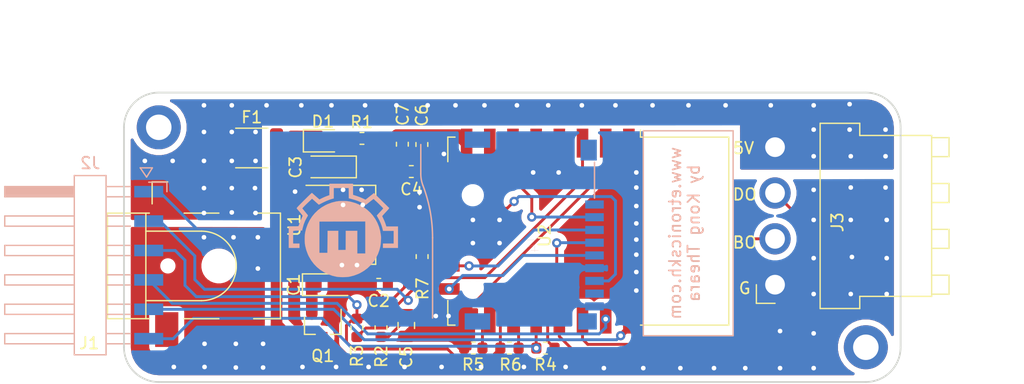
<source format=kicad_pcb>
(kicad_pcb (version 20171130) (host pcbnew "(5.1.6)-1")

  (general
    (thickness 1.6)
    (drawings 23)
    (tracks 306)
    (zones 0)
    (modules 26)
    (nets 29)
  )

  (page A4)
  (layers
    (0 F.Cu signal)
    (31 B.Cu signal)
    (32 B.Adhes user)
    (33 F.Adhes user)
    (34 B.Paste user)
    (35 F.Paste user)
    (36 B.SilkS user)
    (37 F.SilkS user)
    (38 B.Mask user)
    (39 F.Mask user)
    (40 Dwgs.User user)
    (41 Cmts.User user)
    (42 Eco1.User user)
    (43 Eco2.User user)
    (44 Edge.Cuts user)
    (45 Margin user)
    (46 B.CrtYd user)
    (47 F.CrtYd user)
    (48 B.Fab user)
    (49 F.Fab user)
  )

  (setup
    (last_trace_width 0.25)
    (user_trace_width 1)
    (trace_clearance 0.2)
    (zone_clearance 0.508)
    (zone_45_only no)
    (trace_min 0.2)
    (via_size 0.8)
    (via_drill 0.4)
    (via_min_size 0.4)
    (via_min_drill 0.3)
    (user_via 1.2 0.5)
    (uvia_size 0.3)
    (uvia_drill 0.1)
    (uvias_allowed no)
    (uvia_min_size 0.2)
    (uvia_min_drill 0.1)
    (edge_width 0.05)
    (segment_width 0.2)
    (pcb_text_width 0.3)
    (pcb_text_size 1.5 1.5)
    (mod_edge_width 0.12)
    (mod_text_size 1 1)
    (mod_text_width 0.15)
    (pad_size 0.3 0.3)
    (pad_drill 0.3)
    (pad_to_mask_clearance 0.05)
    (aux_axis_origin 0 0)
    (visible_elements 7FFFFFFF)
    (pcbplotparams
      (layerselection 0x010fc_ffffffff)
      (usegerberextensions false)
      (usegerberattributes false)
      (usegerberadvancedattributes true)
      (creategerberjobfile false)
      (excludeedgelayer true)
      (linewidth 0.100000)
      (plotframeref false)
      (viasonmask false)
      (mode 1)
      (useauxorigin false)
      (hpglpennumber 1)
      (hpglpenspeed 20)
      (hpglpendiameter 15.000000)
      (psnegative false)
      (psa4output false)
      (plotreference true)
      (plotvalue true)
      (plotinvisibletext false)
      (padsonsilk false)
      (subtractmaskfromsilk false)
      (outputformat 1)
      (mirror false)
      (drillshape 0)
      (scaleselection 1)
      (outputdirectory "Fabrication/Gerber/"))
  )

  (net 0 "")
  (net 1 GND)
  (net 2 +5V)
  (net 3 +3V3)
  (net 4 /RST)
  (net 5 "Net-(D1-Pad2)")
  (net 6 /PW_LED)
  (net 7 "Net-(F1-Pad2)")
  (net 8 /CTS)
  (net 9 /RXD)
  (net 10 /RX)
  (net 11 /DTR)
  (net 12 /LED_EN)
  (net 13 /LED_DATA)
  (net 14 "Net-(J4-Pad1)")
  (net 15 /CS)
  (net 16 /MOSI)
  (net 17 /SCLK)
  (net 18 /MISO)
  (net 19 "Net-(J4-Pad8)")
  (net 20 "Net-(R5-Pad1)")
  (net 21 "Net-(R6-Pad2)")
  (net 22 "Net-(U2-Pad2)")
  (net 23 "Net-(U2-Pad4)")
  (net 24 "Net-(U2-Pad5)")
  (net 25 "Net-(U2-Pad6)")
  (net 26 "Net-(U2-Pad7)")
  (net 27 "Net-(U2-Pad11)")
  (net 28 "Net-(U2-Pad12)")

  (net_class Default "This is the default net class."
    (clearance 0.2)
    (trace_width 0.25)
    (via_dia 0.8)
    (via_drill 0.4)
    (uvia_dia 0.3)
    (uvia_drill 0.1)
    (add_net +3V3)
    (add_net +5V)
    (add_net /CS)
    (add_net /CTS)
    (add_net /DTR)
    (add_net /LED_DATA)
    (add_net /LED_EN)
    (add_net /MISO)
    (add_net /MOSI)
    (add_net /PW_LED)
    (add_net /RST)
    (add_net /RX)
    (add_net /RXD)
    (add_net /SCLK)
    (add_net GND)
    (add_net "Net-(D1-Pad2)")
    (add_net "Net-(F1-Pad2)")
    (add_net "Net-(J4-Pad1)")
    (add_net "Net-(J4-Pad8)")
    (add_net "Net-(R5-Pad1)")
    (add_net "Net-(R6-Pad2)")
    (add_net "Net-(U2-Pad11)")
    (add_net "Net-(U2-Pad12)")
    (add_net "Net-(U2-Pad2)")
    (add_net "Net-(U2-Pad4)")
    (add_net "Net-(U2-Pad5)")
    (add_net "Net-(U2-Pad6)")
    (add_net "Net-(U2-Pad7)")
  )

  (module lib:etronicskh_logo (layer B.Cu) (tedit 0) (tstamp 6007E443)
    (at 128.95 92.4 270)
    (fp_text reference G*** (at 0 0 270) (layer B.SilkS) hide
      (effects (font (size 1.524 1.524) (thickness 0.3)) (justify mirror))
    )
    (fp_text value LOGO (at 0.75 0 270) (layer B.SilkS) hide
      (effects (font (size 1.524 1.524) (thickness 0.3)) (justify mirror))
    )
    (fp_poly (pts (xy 1.016 3.81) (xy 0.646545 3.81) (xy 0.646545 4.364182) (xy -0.45514 4.364182)
      (xy -0.469861 4.208318) (xy -0.476507 4.113069) (xy -0.481634 3.992372) (xy -0.484446 3.866956)
      (xy -0.484745 3.819995) (xy -0.484909 3.587535) (xy -0.663864 3.545812) (xy -1.021941 3.445319)
      (xy -1.342763 3.31931) (xy -1.628003 3.167116) (xy -1.658892 3.147718) (xy -1.729406 3.105216)
      (xy -1.774144 3.086764) (xy -1.804447 3.088927) (xy -1.820528 3.098779) (xy -1.851715 3.123838)
      (xy -1.91088 3.172028) (xy -1.990374 3.237098) (xy -2.082549 3.312794) (xy -2.112818 3.3377)
      (xy -2.20603 3.414045) (xy -2.287738 3.480244) (xy -2.350738 3.530513) (xy -2.387827 3.55907)
      (xy -2.393257 3.562807) (xy -2.41697 3.551449) (xy -2.468747 3.508742) (xy -2.545591 3.437513)
      (xy -2.644505 3.34059) (xy -2.762491 3.220798) (xy -2.828637 3.152232) (xy -3.237579 2.725645)
      (xy -2.717873 2.142247) (xy -2.892604 1.80426) (xy -3.038235 1.500591) (xy -3.152414 1.214668)
      (xy -3.232797 0.9525) (xy -3.257598 0.854364) (xy -4.156364 0.854364) (xy -4.156364 -0.43773)
      (xy -3.713935 -0.444001) (xy -3.271507 -0.450273) (xy -3.216901 -0.667438) (xy -3.134646 -0.956626)
      (xy -3.037211 -1.234402) (xy -2.928866 -1.489902) (xy -2.813883 -1.712263) (xy -2.790651 -1.751496)
      (xy -2.747669 -1.823804) (xy -2.716083 -1.879763) (xy -2.701894 -1.908688) (xy -2.701636 -1.910013)
      (xy -2.71535 -1.931008) (xy -2.753401 -1.981956) (xy -2.811161 -2.056843) (xy -2.883998 -2.149655)
      (xy -2.955636 -2.239818) (xy -3.037993 -2.344245) (xy -3.109208 -2.437085) (xy -3.164613 -2.512042)
      (xy -3.199539 -2.562821) (xy -3.209636 -2.582292) (xy -3.194152 -2.605103) (xy -3.151279 -2.654861)
      (xy -3.086392 -2.726033) (xy -3.004863 -2.813086) (xy -2.912065 -2.91049) (xy -2.813371 -3.012712)
      (xy -2.714154 -3.11422) (xy -2.619786 -3.209483) (xy -2.535642 -3.292968) (xy -2.467092 -3.359143)
      (xy -2.419511 -3.402477) (xy -2.398485 -3.417454) (xy -2.375741 -3.402336) (xy -2.325476 -3.360404)
      (xy -2.253519 -3.296793) (xy -2.165698 -3.216639) (xy -2.084018 -3.140364) (xy -1.987759 -3.050377)
      (xy -1.902945 -2.972595) (xy -1.83529 -2.912136) (xy -1.790509 -2.874119) (xy -1.774728 -2.863273)
      (xy -1.749524 -2.874301) (xy -1.693828 -2.904056) (xy -1.616773 -2.947543) (xy -1.555588 -2.983142)
      (xy -1.34865 -3.093478) (xy -1.119298 -3.196313) (xy -0.88643 -3.283865) (xy -0.668943 -3.348353)
      (xy -0.668218 -3.348532) (xy -0.461818 -3.399532) (xy -0.461818 -4.318) (xy 0.646545 -4.318)
      (xy 0.646545 -3.394364) (xy 1.016 -3.394364) (xy 1.016 -4.687454) (xy -0.831273 -4.687454)
      (xy -0.831821 -4.185227) (xy -0.83237 -3.683) (xy -1.034244 -3.618579) (xy -1.144577 -3.579621)
      (xy -1.27567 -3.527711) (xy -1.407243 -3.471081) (xy -1.475141 -3.439625) (xy -1.571129 -3.394245)
      (xy -1.651579 -3.357366) (xy -1.707568 -3.333002) (xy -1.729759 -3.325091) (xy -1.750653 -3.340144)
      (xy -1.799763 -3.382111) (xy -1.871726 -3.446204) (xy -1.961175 -3.527636) (xy -2.062747 -3.621618)
      (xy -2.078683 -3.636488) (xy -2.199679 -3.748243) (xy -2.291671 -3.830001) (xy -2.358182 -3.884545)
      (xy -2.402738 -3.914658) (xy -2.428863 -3.923125) (xy -2.436841 -3.919352) (xy -2.458145 -3.897007)
      (xy -2.508225 -3.845551) (xy -2.583402 -3.76873) (xy -2.68 -3.67029) (xy -2.794343 -3.553976)
      (xy -2.922754 -3.423536) (xy -3.061555 -3.282716) (xy -3.090102 -3.253774) (xy -3.718532 -2.61673)
      (xy -3.145544 -1.889114) (xy -3.243765 -1.677694) (xy -3.34608 -1.44045) (xy -3.444199 -1.181108)
      (xy -3.523753 -0.940954) (xy -3.564434 -0.808182) (xy -4.525818 -0.808182) (xy -4.525818 1.223818)
      (xy -3.539229 1.223818) (xy -3.465474 1.430005) (xy -3.420884 1.54517) (xy -3.36393 1.679)
      (xy -3.304135 1.809493) (xy -3.278627 1.861686) (xy -3.165534 2.087182) (xy -3.265561 2.203909)
      (xy -3.322802 2.27) (xy -3.399733 2.35786) (xy -3.485248 2.454844) (xy -3.55054 2.528437)
      (xy -3.735491 2.736238) (xy -3.670364 2.817074) (xy -3.639044 2.851999) (xy -3.579143 2.915119)
      (xy -3.494885 3.002119) (xy -3.390492 3.108686) (xy -3.270188 3.230507) (xy -3.138195 3.363268)
      (xy -3.015954 3.485495) (xy -2.861122 3.639641) (xy -2.735482 3.763926) (xy -2.635697 3.861274)
      (xy -2.558431 3.934605) (xy -2.500347 3.986841) (xy -2.458108 4.020905) (xy -2.428378 4.039718)
      (xy -2.40782 4.046202) (xy -2.393097 4.043279) (xy -2.385199 4.037824) (xy -2.248751 3.922594)
      (xy -2.120222 3.815508) (xy -2.00425 3.72031) (xy -1.905475 3.640741) (xy -1.828534 3.580544)
      (xy -1.778065 3.543461) (xy -1.75942 3.532909) (xy -1.73071 3.542209) (xy -1.670183 3.567311)
      (xy -1.587652 3.60402) (xy -1.521319 3.634715) (xy -1.396186 3.689888) (xy -1.253474 3.747312)
      (xy -1.118544 3.796913) (xy -1.081835 3.809265) (xy -0.974979 3.846049) (xy -0.905271 3.875489)
      (xy -0.865088 3.90156) (xy -0.846807 3.928243) (xy -0.845469 3.932596) (xy -0.840838 3.972261)
      (xy -0.836846 4.048999) (xy -0.83379 4.1537) (xy -0.831968 4.277255) (xy -0.831588 4.358409)
      (xy -0.831273 4.733636) (xy 1.016 4.733636) (xy 1.016 3.81)) (layer B.SilkS) (width 0.01))
    (fp_poly (pts (xy 0.447953 3.35396) (xy 0.640027 3.341373) (xy 0.803304 3.320055) (xy 0.819727 3.317012)
      (xy 1.208982 3.220111) (xy 1.576341 3.08315) (xy 1.75067 3.000364) (xy 2.086304 2.803778)
      (xy 2.392254 2.572745) (xy 2.666829 2.309549) (xy 2.90834 2.016473) (xy 3.115095 1.6958)
      (xy 3.285404 1.349815) (xy 3.417577 0.980801) (xy 3.501739 0.635) (xy 3.524071 0.476031)
      (xy 3.537673 0.286541) (xy 3.542545 0.081361) (xy 3.538687 -0.124681) (xy 3.5261 -0.316754)
      (xy 3.504782 -0.480031) (xy 3.501739 -0.496454) (xy 3.404838 -0.885709) (xy 3.267877 -1.253069)
      (xy 3.185091 -1.427397) (xy 2.989102 -1.761646) (xy 2.758141 -2.067277) (xy 2.495087 -2.342129)
      (xy 2.202821 -2.58404) (xy 1.884225 -2.790846) (xy 1.542178 -2.960387) (xy 1.179561 -3.090499)
      (xy 0.868363 -3.166355) (xy 0.749299 -3.18507) (xy 0.604851 -3.201092) (xy 0.44777 -3.213665)
      (xy 0.290809 -3.222038) (xy 0.146716 -3.225456) (xy 0.028244 -3.223168) (xy -0.023091 -3.219003)
      (xy -0.42561 -3.152079) (xy -0.79952 -3.049949) (xy -1.147465 -2.911408) (xy -1.472089 -2.73525)
      (xy -1.776036 -2.520268) (xy -2.015801 -2.310243) (xy -2.284923 -2.022244) (xy -2.397031 -1.870364)
      (xy -1.270258 -1.870364) (xy 1.500909 -1.870364) (xy 1.500909 -1.177636) (xy -0.461818 -1.177636)
      (xy -0.461818 -0.18531) (xy 1.189182 -0.173182) (xy 1.20203 0.461818) (xy -0.461818 0.461818)
      (xy -0.461818 1.384942) (xy 1.443182 1.397) (xy 1.443182 2.089727) (xy -1.258455 2.089727)
      (xy -1.264356 0.109682) (xy -1.270258 -1.870364) (xy -2.397031 -1.870364) (xy -2.513691 -1.712318)
      (xy -2.702615 -1.379517) (xy -2.852207 -1.022893) (xy -2.962979 -0.641497) (xy -2.993739 -0.496454)
      (xy -3.016071 -0.337485) (xy -3.029674 -0.147995) (xy -3.034546 0.057185) (xy -3.030688 0.263226)
      (xy -3.0181 0.4553) (xy -2.996782 0.618577) (xy -2.993739 0.635) (xy -2.896838 1.024255)
      (xy -2.759877 1.391614) (xy -2.677091 1.565943) (xy -2.480505 1.901577) (xy -2.249472 2.207527)
      (xy -1.986276 2.482102) (xy -1.6932 2.723613) (xy -1.372527 2.930368) (xy -1.026542 3.100677)
      (xy -0.657528 3.23285) (xy -0.311727 3.317012) (xy -0.152758 3.339344) (xy 0.036732 3.352946)
      (xy 0.241912 3.357818) (xy 0.447953 3.35396)) (layer B.SilkS) (width 0.01))
  )

  (module Capacitor_Tantalum_SMD:CP_EIA-3216-18_Kemet-A (layer F.Cu) (tedit 5B301BBE) (tstamp 6007156E)
    (at 127.70486 96.5962)
    (descr "Tantalum Capacitor SMD Kemet-A (3216-18 Metric), IPC_7351 nominal, (Body size from: http://www.kemet.com/Lists/ProductCatalog/Attachments/253/KEM_TC101_STD.pdf), generated with kicad-footprint-generator")
    (tags "capacitor tantalum")
    (path /600D000A)
    (attr smd)
    (fp_text reference C1 (at -3.05486 0.0038 90) (layer F.SilkS)
      (effects (font (size 1 1) (thickness 0.15)))
    )
    (fp_text value 22u (at 0 1.75) (layer F.Fab)
      (effects (font (size 1 1) (thickness 0.15)))
    )
    (fp_line (start 1.6 -0.8) (end -1.2 -0.8) (layer F.Fab) (width 0.1))
    (fp_line (start -1.2 -0.8) (end -1.6 -0.4) (layer F.Fab) (width 0.1))
    (fp_line (start -1.6 -0.4) (end -1.6 0.8) (layer F.Fab) (width 0.1))
    (fp_line (start -1.6 0.8) (end 1.6 0.8) (layer F.Fab) (width 0.1))
    (fp_line (start 1.6 0.8) (end 1.6 -0.8) (layer F.Fab) (width 0.1))
    (fp_line (start 1.6 -0.935) (end -2.31 -0.935) (layer F.SilkS) (width 0.12))
    (fp_line (start -2.31 -0.935) (end -2.31 0.935) (layer F.SilkS) (width 0.12))
    (fp_line (start -2.31 0.935) (end 1.6 0.935) (layer F.SilkS) (width 0.12))
    (fp_line (start -2.3 1.05) (end -2.3 -1.05) (layer F.CrtYd) (width 0.05))
    (fp_line (start -2.3 -1.05) (end 2.3 -1.05) (layer F.CrtYd) (width 0.05))
    (fp_line (start 2.3 -1.05) (end 2.3 1.05) (layer F.CrtYd) (width 0.05))
    (fp_line (start 2.3 1.05) (end -2.3 1.05) (layer F.CrtYd) (width 0.05))
    (fp_text user %R (at 0 0) (layer F.Fab)
      (effects (font (size 0.8 0.8) (thickness 0.12)))
    )
    (pad 2 smd roundrect (at 1.35 0) (size 1.4 1.35) (layers F.Cu F.Paste F.Mask) (roundrect_rratio 0.185185)
      (net 1 GND))
    (pad 1 smd roundrect (at -1.35 0) (size 1.4 1.35) (layers F.Cu F.Paste F.Mask) (roundrect_rratio 0.185185)
      (net 2 +5V))
    (model ${KISYS3DMOD}/Capacitor_Tantalum_SMD.3dshapes/CP_EIA-3216-18_Kemet-A.wrl
      (at (xyz 0 0 0))
      (scale (xyz 1 1 1))
      (rotate (xyz 0 0 0))
    )
  )

  (module Capacitor_SMD:C_0603_1608Metric (layer F.Cu) (tedit 5B301BBE) (tstamp 6007157F)
    (at 131.9784 96.56826 180)
    (descr "Capacitor SMD 0603 (1608 Metric), square (rectangular) end terminal, IPC_7351 nominal, (Body size source: http://www.tortai-tech.com/upload/download/2011102023233369053.pdf), generated with kicad-footprint-generator")
    (tags capacitor)
    (path /600C820B)
    (attr smd)
    (fp_text reference C2 (at 0 -1.43) (layer F.SilkS)
      (effects (font (size 1 1) (thickness 0.15)))
    )
    (fp_text value 0.1u (at 0 1.43) (layer F.Fab)
      (effects (font (size 1 1) (thickness 0.15)))
    )
    (fp_line (start -0.8 0.4) (end -0.8 -0.4) (layer F.Fab) (width 0.1))
    (fp_line (start -0.8 -0.4) (end 0.8 -0.4) (layer F.Fab) (width 0.1))
    (fp_line (start 0.8 -0.4) (end 0.8 0.4) (layer F.Fab) (width 0.1))
    (fp_line (start 0.8 0.4) (end -0.8 0.4) (layer F.Fab) (width 0.1))
    (fp_line (start -0.162779 -0.51) (end 0.162779 -0.51) (layer F.SilkS) (width 0.12))
    (fp_line (start -0.162779 0.51) (end 0.162779 0.51) (layer F.SilkS) (width 0.12))
    (fp_line (start -1.48 0.73) (end -1.48 -0.73) (layer F.CrtYd) (width 0.05))
    (fp_line (start -1.48 -0.73) (end 1.48 -0.73) (layer F.CrtYd) (width 0.05))
    (fp_line (start 1.48 -0.73) (end 1.48 0.73) (layer F.CrtYd) (width 0.05))
    (fp_line (start 1.48 0.73) (end -1.48 0.73) (layer F.CrtYd) (width 0.05))
    (fp_text user %R (at 0 0) (layer F.Fab)
      (effects (font (size 0.4 0.4) (thickness 0.06)))
    )
    (pad 2 smd roundrect (at 0.7875 0 180) (size 0.875 0.95) (layers F.Cu F.Paste F.Mask) (roundrect_rratio 0.25)
      (net 1 GND))
    (pad 1 smd roundrect (at -0.7875 0 180) (size 0.875 0.95) (layers F.Cu F.Paste F.Mask) (roundrect_rratio 0.25)
      (net 2 +5V))
    (model ${KISYS3DMOD}/Capacitor_SMD.3dshapes/C_0603_1608Metric.wrl
      (at (xyz 0 0 0))
      (scale (xyz 1 1 1))
      (rotate (xyz 0 0 0))
    )
  )

  (module Capacitor_Tantalum_SMD:CP_EIA-3216-18_Kemet-A (layer F.Cu) (tedit 5B301BBE) (tstamp 60071592)
    (at 127.73534 86.41842 180)
    (descr "Tantalum Capacitor SMD Kemet-A (3216-18 Metric), IPC_7351 nominal, (Body size from: http://www.kemet.com/Lists/ProductCatalog/Attachments/253/KEM_TC101_STD.pdf), generated with kicad-footprint-generator")
    (tags "capacitor tantalum")
    (path /600D7A71)
    (attr smd)
    (fp_text reference C3 (at 2.93534 -0.03158 90) (layer F.SilkS)
      (effects (font (size 1 1) (thickness 0.15)))
    )
    (fp_text value 22u (at 0 1.75) (layer F.Fab)
      (effects (font (size 1 1) (thickness 0.15)))
    )
    (fp_line (start 2.3 1.05) (end -2.3 1.05) (layer F.CrtYd) (width 0.05))
    (fp_line (start 2.3 -1.05) (end 2.3 1.05) (layer F.CrtYd) (width 0.05))
    (fp_line (start -2.3 -1.05) (end 2.3 -1.05) (layer F.CrtYd) (width 0.05))
    (fp_line (start -2.3 1.05) (end -2.3 -1.05) (layer F.CrtYd) (width 0.05))
    (fp_line (start -2.31 0.935) (end 1.6 0.935) (layer F.SilkS) (width 0.12))
    (fp_line (start -2.31 -0.935) (end -2.31 0.935) (layer F.SilkS) (width 0.12))
    (fp_line (start 1.6 -0.935) (end -2.31 -0.935) (layer F.SilkS) (width 0.12))
    (fp_line (start 1.6 0.8) (end 1.6 -0.8) (layer F.Fab) (width 0.1))
    (fp_line (start -1.6 0.8) (end 1.6 0.8) (layer F.Fab) (width 0.1))
    (fp_line (start -1.6 -0.4) (end -1.6 0.8) (layer F.Fab) (width 0.1))
    (fp_line (start -1.2 -0.8) (end -1.6 -0.4) (layer F.Fab) (width 0.1))
    (fp_line (start 1.6 -0.8) (end -1.2 -0.8) (layer F.Fab) (width 0.1))
    (fp_text user %R (at 0 0) (layer F.Fab)
      (effects (font (size 0.8 0.8) (thickness 0.12)))
    )
    (pad 1 smd roundrect (at -1.35 0 180) (size 1.4 1.35) (layers F.Cu F.Paste F.Mask) (roundrect_rratio 0.185185)
      (net 3 +3V3))
    (pad 2 smd roundrect (at 1.35 0 180) (size 1.4 1.35) (layers F.Cu F.Paste F.Mask) (roundrect_rratio 0.185185)
      (net 1 GND))
    (model ${KISYS3DMOD}/Capacitor_Tantalum_SMD.3dshapes/CP_EIA-3216-18_Kemet-A.wrl
      (at (xyz 0 0 0))
      (scale (xyz 1 1 1))
      (rotate (xyz 0 0 0))
    )
  )

  (module Capacitor_SMD:C_0603_1608Metric (layer F.Cu) (tedit 5B301BBE) (tstamp 600715A3)
    (at 134.78754 86.82228)
    (descr "Capacitor SMD 0603 (1608 Metric), square (rectangular) end terminal, IPC_7351 nominal, (Body size source: http://www.tortai-tech.com/upload/download/2011102023233369053.pdf), generated with kicad-footprint-generator")
    (tags capacitor)
    (path /6017C19A)
    (attr smd)
    (fp_text reference C4 (at 0.01246 1.52772) (layer F.SilkS)
      (effects (font (size 1 1) (thickness 0.15)))
    )
    (fp_text value 0.1u (at 0 1.43) (layer F.Fab)
      (effects (font (size 1 1) (thickness 0.15)))
    )
    (fp_line (start 1.48 0.73) (end -1.48 0.73) (layer F.CrtYd) (width 0.05))
    (fp_line (start 1.48 -0.73) (end 1.48 0.73) (layer F.CrtYd) (width 0.05))
    (fp_line (start -1.48 -0.73) (end 1.48 -0.73) (layer F.CrtYd) (width 0.05))
    (fp_line (start -1.48 0.73) (end -1.48 -0.73) (layer F.CrtYd) (width 0.05))
    (fp_line (start -0.162779 0.51) (end 0.162779 0.51) (layer F.SilkS) (width 0.12))
    (fp_line (start -0.162779 -0.51) (end 0.162779 -0.51) (layer F.SilkS) (width 0.12))
    (fp_line (start 0.8 0.4) (end -0.8 0.4) (layer F.Fab) (width 0.1))
    (fp_line (start 0.8 -0.4) (end 0.8 0.4) (layer F.Fab) (width 0.1))
    (fp_line (start -0.8 -0.4) (end 0.8 -0.4) (layer F.Fab) (width 0.1))
    (fp_line (start -0.8 0.4) (end -0.8 -0.4) (layer F.Fab) (width 0.1))
    (fp_text user %R (at 0 0) (layer F.Fab)
      (effects (font (size 0.4 0.4) (thickness 0.06)))
    )
    (pad 1 smd roundrect (at -0.7875 0) (size 0.875 0.95) (layers F.Cu F.Paste F.Mask) (roundrect_rratio 0.25)
      (net 3 +3V3))
    (pad 2 smd roundrect (at 0.7875 0) (size 0.875 0.95) (layers F.Cu F.Paste F.Mask) (roundrect_rratio 0.25)
      (net 1 GND))
    (model ${KISYS3DMOD}/Capacitor_SMD.3dshapes/C_0603_1608Metric.wrl
      (at (xyz 0 0 0))
      (scale (xyz 1 1 1))
      (rotate (xyz 0 0 0))
    )
  )

  (module Capacitor_SMD:C_0805_2012Metric (layer F.Cu) (tedit 5B36C52B) (tstamp 600715B4)
    (at 134.35584 100.11894 270)
    (descr "Capacitor SMD 0805 (2012 Metric), square (rectangular) end terminal, IPC_7351 nominal, (Body size source: https://docs.google.com/spreadsheets/d/1BsfQQcO9C6DZCsRaXUlFlo91Tg2WpOkGARC1WS5S8t0/edit?usp=sharing), generated with kicad-footprint-generator")
    (tags capacitor)
    (path /6009AF6F)
    (attr smd)
    (fp_text reference C5 (at 2.73106 0.00584 90) (layer F.SilkS)
      (effects (font (size 1 1) (thickness 0.15)))
    )
    (fp_text value 1u (at 0 1.65 90) (layer F.Fab)
      (effects (font (size 1 1) (thickness 0.15)))
    )
    (fp_line (start 1.68 0.95) (end -1.68 0.95) (layer F.CrtYd) (width 0.05))
    (fp_line (start 1.68 -0.95) (end 1.68 0.95) (layer F.CrtYd) (width 0.05))
    (fp_line (start -1.68 -0.95) (end 1.68 -0.95) (layer F.CrtYd) (width 0.05))
    (fp_line (start -1.68 0.95) (end -1.68 -0.95) (layer F.CrtYd) (width 0.05))
    (fp_line (start -0.258578 0.71) (end 0.258578 0.71) (layer F.SilkS) (width 0.12))
    (fp_line (start -0.258578 -0.71) (end 0.258578 -0.71) (layer F.SilkS) (width 0.12))
    (fp_line (start 1 0.6) (end -1 0.6) (layer F.Fab) (width 0.1))
    (fp_line (start 1 -0.6) (end 1 0.6) (layer F.Fab) (width 0.1))
    (fp_line (start -1 -0.6) (end 1 -0.6) (layer F.Fab) (width 0.1))
    (fp_line (start -1 0.6) (end -1 -0.6) (layer F.Fab) (width 0.1))
    (fp_text user %R (at 0 0 90) (layer F.Fab)
      (effects (font (size 0.5 0.5) (thickness 0.08)))
    )
    (pad 1 smd roundrect (at -0.9375 0 270) (size 0.975 1.4) (layers F.Cu F.Paste F.Mask) (roundrect_rratio 0.25)
      (net 4 /RST))
    (pad 2 smd roundrect (at 0.9375 0 270) (size 0.975 1.4) (layers F.Cu F.Paste F.Mask) (roundrect_rratio 0.25)
      (net 1 GND))
    (model ${KISYS3DMOD}/Capacitor_SMD.3dshapes/C_0805_2012Metric.wrl
      (at (xyz 0 0 0))
      (scale (xyz 1 1 1))
      (rotate (xyz 0 0 0))
    )
  )

  (module Capacitor_SMD:C_0603_1608Metric (layer F.Cu) (tedit 5B301BBE) (tstamp 600715C5)
    (at 135.6995 84.48304 270)
    (descr "Capacitor SMD 0603 (1608 Metric), square (rectangular) end terminal, IPC_7351 nominal, (Body size source: http://www.tortai-tech.com/upload/download/2011102023233369053.pdf), generated with kicad-footprint-generator")
    (tags capacitor)
    (path /600A400B)
    (attr smd)
    (fp_text reference C6 (at -2.53304 -0.0005 90) (layer F.SilkS)
      (effects (font (size 1 1) (thickness 0.15)))
    )
    (fp_text value 0.1u (at 0 1.43 90) (layer F.Fab)
      (effects (font (size 1 1) (thickness 0.15)))
    )
    (fp_line (start -0.8 0.4) (end -0.8 -0.4) (layer F.Fab) (width 0.1))
    (fp_line (start -0.8 -0.4) (end 0.8 -0.4) (layer F.Fab) (width 0.1))
    (fp_line (start 0.8 -0.4) (end 0.8 0.4) (layer F.Fab) (width 0.1))
    (fp_line (start 0.8 0.4) (end -0.8 0.4) (layer F.Fab) (width 0.1))
    (fp_line (start -0.162779 -0.51) (end 0.162779 -0.51) (layer F.SilkS) (width 0.12))
    (fp_line (start -0.162779 0.51) (end 0.162779 0.51) (layer F.SilkS) (width 0.12))
    (fp_line (start -1.48 0.73) (end -1.48 -0.73) (layer F.CrtYd) (width 0.05))
    (fp_line (start -1.48 -0.73) (end 1.48 -0.73) (layer F.CrtYd) (width 0.05))
    (fp_line (start 1.48 -0.73) (end 1.48 0.73) (layer F.CrtYd) (width 0.05))
    (fp_line (start 1.48 0.73) (end -1.48 0.73) (layer F.CrtYd) (width 0.05))
    (fp_text user %R (at 0 0 90) (layer F.Fab)
      (effects (font (size 0.4 0.4) (thickness 0.06)))
    )
    (pad 2 smd roundrect (at 0.7875 0 270) (size 0.875 0.95) (layers F.Cu F.Paste F.Mask) (roundrect_rratio 0.25)
      (net 1 GND))
    (pad 1 smd roundrect (at -0.7875 0 270) (size 0.875 0.95) (layers F.Cu F.Paste F.Mask) (roundrect_rratio 0.25)
      (net 3 +3V3))
    (model ${KISYS3DMOD}/Capacitor_SMD.3dshapes/C_0603_1608Metric.wrl
      (at (xyz 0 0 0))
      (scale (xyz 1 1 1))
      (rotate (xyz 0 0 0))
    )
  )

  (module Capacitor_SMD:C_0603_1608Metric (layer F.Cu) (tedit 5B301BBE) (tstamp 600715D6)
    (at 134.01548 84.46008 270)
    (descr "Capacitor SMD 0603 (1608 Metric), square (rectangular) end terminal, IPC_7351 nominal, (Body size source: http://www.tortai-tech.com/upload/download/2011102023233369053.pdf), generated with kicad-footprint-generator")
    (tags capacitor)
    (path /600A3215)
    (attr smd)
    (fp_text reference C7 (at -2.56008 -0.03452 90) (layer F.SilkS)
      (effects (font (size 1 1) (thickness 0.15)))
    )
    (fp_text value 0.1u (at 0 1.43 90) (layer F.Fab)
      (effects (font (size 1 1) (thickness 0.15)))
    )
    (fp_line (start 1.48 0.73) (end -1.48 0.73) (layer F.CrtYd) (width 0.05))
    (fp_line (start 1.48 -0.73) (end 1.48 0.73) (layer F.CrtYd) (width 0.05))
    (fp_line (start -1.48 -0.73) (end 1.48 -0.73) (layer F.CrtYd) (width 0.05))
    (fp_line (start -1.48 0.73) (end -1.48 -0.73) (layer F.CrtYd) (width 0.05))
    (fp_line (start -0.162779 0.51) (end 0.162779 0.51) (layer F.SilkS) (width 0.12))
    (fp_line (start -0.162779 -0.51) (end 0.162779 -0.51) (layer F.SilkS) (width 0.12))
    (fp_line (start 0.8 0.4) (end -0.8 0.4) (layer F.Fab) (width 0.1))
    (fp_line (start 0.8 -0.4) (end 0.8 0.4) (layer F.Fab) (width 0.1))
    (fp_line (start -0.8 -0.4) (end 0.8 -0.4) (layer F.Fab) (width 0.1))
    (fp_line (start -0.8 0.4) (end -0.8 -0.4) (layer F.Fab) (width 0.1))
    (fp_text user %R (at 0 0 90) (layer F.Fab)
      (effects (font (size 0.4 0.4) (thickness 0.06)))
    )
    (pad 1 smd roundrect (at -0.7875 0 270) (size 0.875 0.95) (layers F.Cu F.Paste F.Mask) (roundrect_rratio 0.25)
      (net 3 +3V3))
    (pad 2 smd roundrect (at 0.7875 0 270) (size 0.875 0.95) (layers F.Cu F.Paste F.Mask) (roundrect_rratio 0.25)
      (net 1 GND))
    (model ${KISYS3DMOD}/Capacitor_SMD.3dshapes/C_0603_1608Metric.wrl
      (at (xyz 0 0 0))
      (scale (xyz 1 1 1))
      (rotate (xyz 0 0 0))
    )
  )

  (module LED_SMD:LED_0805_2012Metric (layer F.Cu) (tedit 5B36C52C) (tstamp 600715FA)
    (at 127.16232 84.16544)
    (descr "LED SMD 0805 (2012 Metric), square (rectangular) end terminal, IPC_7351 nominal, (Body size source: https://docs.google.com/spreadsheets/d/1BsfQQcO9C6DZCsRaXUlFlo91Tg2WpOkGARC1WS5S8t0/edit?usp=sharing), generated with kicad-footprint-generator")
    (tags diode)
    (path /6018BF0A)
    (attr smd)
    (fp_text reference D1 (at 0 -1.65) (layer F.SilkS)
      (effects (font (size 1 1) (thickness 0.15)))
    )
    (fp_text value RED (at 0 1.65) (layer F.Fab)
      (effects (font (size 1 1) (thickness 0.15)))
    )
    (fp_line (start 1.68 0.95) (end -1.68 0.95) (layer F.CrtYd) (width 0.05))
    (fp_line (start 1.68 -0.95) (end 1.68 0.95) (layer F.CrtYd) (width 0.05))
    (fp_line (start -1.68 -0.95) (end 1.68 -0.95) (layer F.CrtYd) (width 0.05))
    (fp_line (start -1.68 0.95) (end -1.68 -0.95) (layer F.CrtYd) (width 0.05))
    (fp_line (start -1.685 0.96) (end 1 0.96) (layer F.SilkS) (width 0.12))
    (fp_line (start -1.685 -0.96) (end -1.685 0.96) (layer F.SilkS) (width 0.12))
    (fp_line (start 1 -0.96) (end -1.685 -0.96) (layer F.SilkS) (width 0.12))
    (fp_line (start 1 0.6) (end 1 -0.6) (layer F.Fab) (width 0.1))
    (fp_line (start -1 0.6) (end 1 0.6) (layer F.Fab) (width 0.1))
    (fp_line (start -1 -0.3) (end -1 0.6) (layer F.Fab) (width 0.1))
    (fp_line (start -0.7 -0.6) (end -1 -0.3) (layer F.Fab) (width 0.1))
    (fp_line (start 1 -0.6) (end -0.7 -0.6) (layer F.Fab) (width 0.1))
    (fp_text user %R (at 0 0) (layer F.Fab)
      (effects (font (size 0.5 0.5) (thickness 0.08)))
    )
    (pad 1 smd roundrect (at -0.9375 0) (size 0.975 1.4) (layers F.Cu F.Paste F.Mask) (roundrect_rratio 0.25)
      (net 1 GND))
    (pad 2 smd roundrect (at 0.9375 0) (size 0.975 1.4) (layers F.Cu F.Paste F.Mask) (roundrect_rratio 0.25)
      (net 5 "Net-(D1-Pad2)"))
    (model ${KISYS3DMOD}/LED_SMD.3dshapes/LED_0805_2012Metric.wrl
      (at (xyz 0 0 0))
      (scale (xyz 1 1 1))
      (rotate (xyz 0 0 0))
    )
  )

  (module Fuse:Fuse_1812_4532Metric (layer F.Cu) (tedit 5B301BBE) (tstamp 60071623)
    (at 121.02456 84.7852)
    (descr "Fuse SMD 1812 (4532 Metric), square (rectangular) end terminal, IPC_7351 nominal, (Body size source: https://www.nikhef.nl/pub/departments/mt/projects/detectorR_D/dtddice/ERJ2G.pdf), generated with kicad-footprint-generator")
    (tags resistor)
    (path /600F8A88)
    (attr smd)
    (fp_text reference F1 (at 0 -2.65) (layer F.SilkS)
      (effects (font (size 1 1) (thickness 0.15)))
    )
    (fp_text value 1A (at 0 2.65) (layer F.Fab)
      (effects (font (size 1 1) (thickness 0.15)))
    )
    (fp_line (start 2.95 1.95) (end -2.95 1.95) (layer F.CrtYd) (width 0.05))
    (fp_line (start 2.95 -1.95) (end 2.95 1.95) (layer F.CrtYd) (width 0.05))
    (fp_line (start -2.95 -1.95) (end 2.95 -1.95) (layer F.CrtYd) (width 0.05))
    (fp_line (start -2.95 1.95) (end -2.95 -1.95) (layer F.CrtYd) (width 0.05))
    (fp_line (start -1.386252 1.71) (end 1.386252 1.71) (layer F.SilkS) (width 0.12))
    (fp_line (start -1.386252 -1.71) (end 1.386252 -1.71) (layer F.SilkS) (width 0.12))
    (fp_line (start 2.25 1.6) (end -2.25 1.6) (layer F.Fab) (width 0.1))
    (fp_line (start 2.25 -1.6) (end 2.25 1.6) (layer F.Fab) (width 0.1))
    (fp_line (start -2.25 -1.6) (end 2.25 -1.6) (layer F.Fab) (width 0.1))
    (fp_line (start -2.25 1.6) (end -2.25 -1.6) (layer F.Fab) (width 0.1))
    (fp_text user %R (at 0 0) (layer F.Fab)
      (effects (font (size 1 1) (thickness 0.15)))
    )
    (pad 1 smd roundrect (at -2.1375 0) (size 1.125 3.4) (layers F.Cu F.Paste F.Mask) (roundrect_rratio 0.222222)
      (net 6 /PW_LED))
    (pad 2 smd roundrect (at 2.1375 0) (size 1.125 3.4) (layers F.Cu F.Paste F.Mask) (roundrect_rratio 0.222222)
      (net 7 "Net-(F1-Pad2)"))
    (model ${KISYS3DMOD}/Fuse.3dshapes/Fuse_1812_4532Metric.wrl
      (at (xyz 0 0 0))
      (scale (xyz 1 1 1))
      (rotate (xyz 0 0 0))
    )
  )

  (module MountingHole:MountingHole_2.2mm_M2_DIN965_Pad (layer F.Cu) (tedit 56D1B4CB) (tstamp 60078BB4)
    (at 113 83)
    (descr "Mounting Hole 2.2mm, M2, DIN965")
    (tags "mounting hole 2.2mm m2 din965")
    (path /602692FB)
    (attr virtual)
    (fp_text reference H1 (at 0.11176 0.05588) (layer F.SilkS)
      (effects (font (size 1 1) (thickness 0.15)))
    )
    (fp_text value h (at 0.07112 0.08128) (layer F.Fab)
      (effects (font (size 1 1) (thickness 0.15)))
    )
    (fp_circle (center 0 0) (end 1.9 0) (layer Cmts.User) (width 0.15))
    (fp_circle (center 0 0) (end 2.15 0) (layer F.CrtYd) (width 0.05))
    (fp_text user %R (at 0.3 0) (layer F.Fab)
      (effects (font (size 1 1) (thickness 0.15)))
    )
    (pad 1 thru_hole circle (at 0 0) (size 3.8 3.8) (drill 2.2) (layers *.Cu *.Mask))
  )

  (module MountingHole:MountingHole_2.2mm_M2_DIN965_Pad (layer F.Cu) (tedit 56D1B4CB) (tstamp 60071633)
    (at 174 102)
    (descr "Mounting Hole 2.2mm, M2, DIN965")
    (tags "mounting hole 2.2mm m2 din965")
    (path /6026F2D5)
    (attr virtual)
    (fp_text reference H2 (at 0 0.16594) (layer F.SilkS)
      (effects (font (size 1 1) (thickness 0.15)))
    )
    (fp_text value h (at 0.09652 0.03302) (layer F.Fab)
      (effects (font (size 1 1) (thickness 0.15)))
    )
    (fp_circle (center 0 0) (end 1.9 0) (layer Cmts.User) (width 0.15))
    (fp_circle (center 0 0) (end 2.15 0) (layer F.CrtYd) (width 0.05))
    (fp_text user %R (at 0.3 0) (layer F.Fab)
      (effects (font (size 1 1) (thickness 0.15)))
    )
    (pad 1 thru_hole circle (at 0 0) (size 3.8 3.8) (drill 2.2) (layers *.Cu *.Mask))
  )

  (module Connector_BarrelJack:BarrelJack_CLIFF_FC681465S_SMT_Horizontal (layer F.Cu) (tedit 6006B75D) (tstamp 60071667)
    (at 116.68786 94.9715)
    (descr "Surface-mount DC Barrel Jack, https://www.cliffuk.co.uk/products/dcconnectors/FC681465S.pdf")
    (tags "Power Jack SMT")
    (path /600E179B)
    (attr smd)
    (fp_text reference J1 (at -9.68786 6.6785 180) (layer F.SilkS)
      (effects (font (size 1 1) (thickness 0.15)))
    )
    (fp_text value POWER (at -0.5 8.5 180) (layer F.Fab)
      (effects (font (size 1 1) (thickness 0.15)))
    )
    (fp_line (start -4.26 -7.26) (end -4.26 -5.36) (layer F.SilkS) (width 0.12))
    (fp_line (start -2.92 -7.26) (end -4.26 -7.26) (layer F.SilkS) (width 0.12))
    (fp_line (start -8 4.45) (end -8 -4.45) (layer F.Fab) (width 0.1))
    (fp_line (start -2 -4.45) (end 6.7 -4.45) (layer F.Fab) (width 0.1))
    (fp_line (start 6.7 4.45) (end 6.7 -4.45) (layer F.Fab) (width 0.1))
    (fp_line (start -8 4.45) (end 6.7 4.45) (layer F.Fab) (width 0.1))
    (fp_line (start -8.11 -4.56) (end -4.5 -4.56) (layer F.SilkS) (width 0.12))
    (fp_line (start 6.81 4.56) (end 6.81 -4.56) (layer F.SilkS) (width 0.12))
    (fp_line (start -1.5 -4.56) (end 1.5 -4.56) (layer F.SilkS) (width 0.12))
    (fp_line (start 4.5 -4.56) (end 6.81 -4.56) (layer F.SilkS) (width 0.12))
    (fp_line (start 4.5 4.56) (end 6.81 4.56) (layer F.SilkS) (width 0.12))
    (fp_line (start -1.5 4.56) (end 1.5 4.56) (layer F.SilkS) (width 0.12))
    (fp_line (start -8.11 4.56) (end -4.5 4.56) (layer F.SilkS) (width 0.12))
    (fp_line (start -8.11 4.56) (end -8.11 -4.56) (layer F.SilkS) (width 0.12))
    (fp_line (start -4.8 4.56) (end -4.8 -4.56) (layer F.SilkS) (width 0.12))
    (fp_line (start -4.8 -3) (end 0 -3) (layer F.SilkS) (width 0.12))
    (fp_line (start -4.8 3) (end 0 3) (layer F.SilkS) (width 0.12))
    (fp_line (start -8.5 7.5) (end 7.2 7.5) (layer F.CrtYd) (width 0.05))
    (fp_line (start 7.2 7.5) (end 7.2 -7.5) (layer F.CrtYd) (width 0.05))
    (fp_line (start -8.5 -7.5) (end 7.2 -7.5) (layer F.CrtYd) (width 0.05))
    (fp_line (start -8.5 7.5) (end -8.5 -7.5) (layer F.CrtYd) (width 0.05))
    (fp_line (start -8 -4.45) (end -4 -4.45) (layer F.Fab) (width 0.1))
    (fp_line (start -4 -4.45) (end -3 -3.5) (layer F.Fab) (width 0.1))
    (fp_line (start -3 -3.5) (end -2 -4.45) (layer F.Fab) (width 0.1))
    (fp_arc (start 0 0) (end 0 3) (angle -180) (layer F.SilkS) (width 0.12))
    (fp_text user %R (at -0.5 0.5 180) (layer F.Fab)
      (effects (font (size 1 1) (thickness 0.15)))
    )
    (pad "" np_thru_hole oval (at -2.9 0 90) (size 0.3 0.3) (drill oval 0.3) (layers *.Cu *.Mask))
    (pad "" np_thru_hole circle (at 1.5 0 90) (size 2 2) (drill 2) (layers *.Cu *.Mask))
    (pad 1 smd rect (at -3 -5.5 90) (size 3 2) (layers F.Cu F.Paste F.Mask)
      (net 6 /PW_LED))
    (pad 1 smd rect (at 3 -5.5 90) (size 3 2) (layers F.Cu F.Paste F.Mask)
      (net 6 /PW_LED))
    (pad 2 smd rect (at 3 5.5 90) (size 3 2) (layers F.Cu F.Paste F.Mask)
      (net 1 GND))
    (pad 3 smd rect (at -3 5.5 90) (size 3 2) (layers F.Cu F.Paste F.Mask))
    (model ${KISYS3DMOD}/Connector_BarrelJack.3dshapes/DC_Jack.step
      (offset (xyz -8 0 0))
      (scale (xyz 1 1 1))
      (rotate (xyz -90 0 90))
    )
  )

  (module Connector_JST:JST_VH_B4PS-VH_1x04_P3.96mm_Horizontal (layer F.Cu) (tedit 5B774C02) (tstamp 60071700)
    (at 166.1668 96.59394 90)
    (descr "JST VH series connector, B4PS-VH (http://www.jst-mfg.com/product/pdf/eng/eVH.pdf), generated with kicad-footprint-generator")
    (tags "connector JST VH top entry")
    (path /6006F1B0)
    (fp_text reference J3 (at 5.39394 5.3832 90) (layer F.SilkS)
      (effects (font (size 1 1) (thickness 0.15)))
    )
    (fp_text value LED (at 6.34394 8.0332 90) (layer F.Fab)
      (effects (font (size 1 1) (thickness 0.15)))
    )
    (fp_line (start -1.61 -1.61) (end -1.61 0) (layer F.SilkS) (width 0.12))
    (fp_line (start 0 -1.61) (end -1.61 -1.61) (layer F.SilkS) (width 0.12))
    (fp_line (start 12.7 15.01) (end 12.7 13.51) (layer F.SilkS) (width 0.12))
    (fp_line (start 11.06 15.01) (end 12.7 15.01) (layer F.SilkS) (width 0.12))
    (fp_line (start 11.06 13.51) (end 11.06 15.01) (layer F.SilkS) (width 0.12))
    (fp_line (start 8.74 15.01) (end 8.74 13.51) (layer F.SilkS) (width 0.12))
    (fp_line (start 7.1 15.01) (end 8.74 15.01) (layer F.SilkS) (width 0.12))
    (fp_line (start 7.1 13.51) (end 7.1 15.01) (layer F.SilkS) (width 0.12))
    (fp_line (start 4.78 15.01) (end 4.78 13.51) (layer F.SilkS) (width 0.12))
    (fp_line (start 3.14 15.01) (end 4.78 15.01) (layer F.SilkS) (width 0.12))
    (fp_line (start 3.14 13.51) (end 3.14 15.01) (layer F.SilkS) (width 0.12))
    (fp_line (start 0.82 15.01) (end 0.82 13.51) (layer F.SilkS) (width 0.12))
    (fp_line (start -0.82 15.01) (end 0.82 15.01) (layer F.SilkS) (width 0.12))
    (fp_line (start -0.82 13.51) (end -0.82 15.01) (layer F.SilkS) (width 0.12))
    (fp_line (start -2.06 7.31) (end -2.06 3.89) (layer F.SilkS) (width 0.12))
    (fp_line (start -1.01 7.31) (end -2.06 7.31) (layer F.SilkS) (width 0.12))
    (fp_line (start -1.01 13.51) (end -1.01 7.31) (layer F.SilkS) (width 0.12))
    (fp_line (start 12.89 13.51) (end -1.01 13.51) (layer F.SilkS) (width 0.12))
    (fp_line (start 12.89 7.31) (end 12.89 13.51) (layer F.SilkS) (width 0.12))
    (fp_line (start 13.94 7.31) (end 12.89 7.31) (layer F.SilkS) (width 0.12))
    (fp_line (start 13.94 3.89) (end 13.94 7.31) (layer F.SilkS) (width 0.12))
    (fp_line (start -2.06 3.89) (end 13.94 3.89) (layer F.SilkS) (width 0.12))
    (fp_line (start 14.33 -1.85) (end -2.45 -1.85) (layer F.CrtYd) (width 0.05))
    (fp_line (start 14.33 15.4) (end 14.33 -1.85) (layer F.CrtYd) (width 0.05))
    (fp_line (start -2.45 15.4) (end 14.33 15.4) (layer F.CrtYd) (width 0.05))
    (fp_line (start -2.45 -1.85) (end -2.45 15.4) (layer F.CrtYd) (width 0.05))
    (fp_line (start 12.58 14.9) (end 12.58 13.4) (layer F.Fab) (width 0.1))
    (fp_line (start 11.18 14.9) (end 12.58 14.9) (layer F.Fab) (width 0.1))
    (fp_line (start 11.18 13.4) (end 11.18 14.9) (layer F.Fab) (width 0.1))
    (fp_line (start 12.58 0) (end 12.58 4) (layer F.Fab) (width 0.1))
    (fp_line (start 11.18 0) (end 12.58 0) (layer F.Fab) (width 0.1))
    (fp_line (start 11.18 4) (end 11.18 0) (layer F.Fab) (width 0.1))
    (fp_line (start 8.62 14.9) (end 8.62 13.4) (layer F.Fab) (width 0.1))
    (fp_line (start 7.22 14.9) (end 8.62 14.9) (layer F.Fab) (width 0.1))
    (fp_line (start 7.22 13.4) (end 7.22 14.9) (layer F.Fab) (width 0.1))
    (fp_line (start 8.62 0) (end 8.62 4) (layer F.Fab) (width 0.1))
    (fp_line (start 7.22 0) (end 8.62 0) (layer F.Fab) (width 0.1))
    (fp_line (start 7.22 4) (end 7.22 0) (layer F.Fab) (width 0.1))
    (fp_line (start 4.66 14.9) (end 4.66 13.4) (layer F.Fab) (width 0.1))
    (fp_line (start 3.26 14.9) (end 4.66 14.9) (layer F.Fab) (width 0.1))
    (fp_line (start 3.26 13.4) (end 3.26 14.9) (layer F.Fab) (width 0.1))
    (fp_line (start 4.66 0) (end 4.66 4) (layer F.Fab) (width 0.1))
    (fp_line (start 3.26 0) (end 4.66 0) (layer F.Fab) (width 0.1))
    (fp_line (start 3.26 4) (end 3.26 0) (layer F.Fab) (width 0.1))
    (fp_line (start 0.7 14.9) (end 0.7 13.4) (layer F.Fab) (width 0.1))
    (fp_line (start -0.7 14.9) (end 0.7 14.9) (layer F.Fab) (width 0.1))
    (fp_line (start -0.7 13.4) (end -0.7 14.9) (layer F.Fab) (width 0.1))
    (fp_line (start 0.7 0) (end 0.7 4) (layer F.Fab) (width 0.1))
    (fp_line (start -0.7 0) (end 0.7 0) (layer F.Fab) (width 0.1))
    (fp_line (start -0.7 4) (end -0.7 0) (layer F.Fab) (width 0.1))
    (fp_line (start 0 4.8) (end 0.8 4) (layer F.Fab) (width 0.1))
    (fp_line (start -0.8 4) (end 0 4.8) (layer F.Fab) (width 0.1))
    (fp_line (start -1.95 4) (end -0.9 4) (layer F.Fab) (width 0.1))
    (fp_line (start -1.95 7.2) (end -1.95 4) (layer F.Fab) (width 0.1))
    (fp_line (start -0.9 7.2) (end -1.95 7.2) (layer F.Fab) (width 0.1))
    (fp_line (start 13.83 7.2) (end 12.78 7.2) (layer F.Fab) (width 0.1))
    (fp_line (start 13.83 4) (end 13.83 7.2) (layer F.Fab) (width 0.1))
    (fp_line (start 12.78 4) (end 13.83 4) (layer F.Fab) (width 0.1))
    (fp_line (start 12.78 4) (end -0.9 4) (layer F.Fab) (width 0.1))
    (fp_line (start 12.78 13.4) (end 12.78 4) (layer F.Fab) (width 0.1))
    (fp_line (start -0.9 13.4) (end 12.78 13.4) (layer F.Fab) (width 0.1))
    (fp_line (start -0.9 4) (end -0.9 13.4) (layer F.Fab) (width 0.1))
    (fp_text user %R (at 5.94 9.45 90) (layer F.Fab)
      (effects (font (size 1 1) (thickness 0.15)))
    )
    (pad 1 thru_hole roundrect (at 0 0 90) (size 2.7 2.7) (drill 1.7) (layers *.Cu *.Mask) (roundrect_rratio 0.09259299999999999)
      (net 1 GND))
    (pad 2 thru_hole circle (at 3.96 0 90) (size 2.7 2.7) (drill 1.7) (layers *.Cu *.Mask)
      (net 13 /LED_DATA))
    (pad 3 thru_hole circle (at 7.92 0 90) (size 2.7 2.7) (drill 1.7) (layers *.Cu *.Mask)
      (net 12 /LED_EN))
    (pad 4 thru_hole circle (at 11.88 0 90) (size 2.7 2.7) (drill 1.7) (layers *.Cu *.Mask)
      (net 6 /PW_LED))
    (model "${KISYS3DMOD}/Connector_JST_3.96mm/JST - CH - Thru (R) - 4Pin - 3.96mm.stp"
      (offset (xyz 6 1.5 0))
      (scale (xyz 1 1 1))
      (rotate (xyz 0 0 0))
    )
  )

  (module lib:SUNTECH_ST-TF-003A (layer B.Cu) (tedit 5FE050FD) (tstamp 60071722)
    (at 145.26152 93.18708 90)
    (path /600839D0)
    (fp_text reference J4 (at 0.13708 0.03848 90) (layer B.SilkS)
      (effects (font (size 1.000504 1.000504) (thickness 0.015)) (justify mirror))
    )
    (fp_text value Micro_SD_Card (at 3.6869 -10.885505 90) (layer B.Fab)
      (effects (font (size 1.001882 1.001882) (thickness 0.015)) (justify mirror))
    )
    (fp_line (start -7.75 -10) (end -7.75 6.5) (layer B.CrtYd) (width 0.127))
    (fp_line (start 10.25 -10) (end -7.75 -10) (layer B.CrtYd) (width 0.127))
    (fp_line (start 10.25 6.5) (end 10.25 -10) (layer B.CrtYd) (width 0.127))
    (fp_line (start -7.75 6.5) (end 10.25 6.5) (layer B.CrtYd) (width 0.127))
    (fp_line (start 7.17 5.33) (end 4.07 5.33) (layer B.SilkS) (width 0.127))
    (fp_poly (pts (xy -1.33137 4.43) (xy 0.67 4.43) (xy 0.67 -4.57471) (xy -1.33137 -4.57471)) (layer Dwgs.User) (width 0.01))
    (fp_line (start 7.302 4.187) (end 8.699 4.187) (layer B.Fab) (width 0.127))
    (fp_line (start 7.302 5.33) (end 7.302 4.187) (layer B.Fab) (width 0.127))
    (fp_line (start -6.287 5.33) (end 7.302 5.33) (layer B.Fab) (width 0.127))
    (fp_line (start -6.287 -8.64) (end -6.287 5.33) (layer B.Fab) (width 0.127))
    (fp_line (start 0.6469 -8.64) (end -6.287 -8.64) (layer B.SilkS) (width 0.127))
    (fp_line (start 8.699 -9.656) (end 6.1679 -9.656) (layer B.SilkS) (width 0.127))
    (fp_line (start 8.699 4.187) (end 8.699 -9.656) (layer B.Fab) (width 0.127))
    (fp_arc (start 6.167855 -6.847398) (end 5.168 -9.472) (angle 20.8555) (layer B.SilkS) (width 0.127))
    (fp_arc (start 0.646878 -21.339982) (end 0.6469 -8.64) (angle -20.8543) (layer B.SilkS) (width 0.127))
    (pad 1 smd rect (at 3.52 5.33 90) (size 0.7 1.6) (layers B.Cu B.Paste B.Mask)
      (net 14 "Net-(J4-Pad1)"))
    (pad 2 smd rect (at 2.42 5.33 90) (size 0.7 1.6) (layers B.Cu B.Paste B.Mask)
      (net 15 /CS))
    (pad 3 smd rect (at 1.32 5.33 90) (size 0.7 1.6) (layers B.Cu B.Paste B.Mask)
      (net 16 /MOSI))
    (pad 4 smd rect (at 0.22 5.33 90) (size 0.7 1.6) (layers B.Cu B.Paste B.Mask)
      (net 3 +3V3))
    (pad 5 smd rect (at -0.88 5.33 90) (size 0.7 1.6) (layers B.Cu B.Paste B.Mask)
      (net 17 /SCLK))
    (pad 6 smd rect (at -1.98 5.33 90) (size 0.7 1.6) (layers B.Cu B.Paste B.Mask)
      (net 1 GND))
    (pad 7 smd rect (at -3.08 5.33 90) (size 0.7 1.6) (layers B.Cu B.Paste B.Mask)
      (net 18 /MISO))
    (pad 8 smd rect (at -4.18 5.33 90) (size 0.7 1.6) (layers B.Cu B.Paste B.Mask)
      (net 19 "Net-(J4-Pad8)"))
    (pad 9 smd rect (at -5.28 5.33 90) (size 0.7 1.6) (layers B.Cu B.Paste B.Mask)
      (net 1 GND))
    (pad G1 smd rect (at -6.58 4.73 90) (size 1.4 1.6) (layers B.Cu B.Paste B.Mask))
    (pad G2 smd rect (at -6.58 -4.77 90) (size 1.4 2.2) (layers B.Cu B.Paste B.Mask))
    (pad G4 smd rect (at 8.22 4.83 90) (size 1.8 1.4) (layers B.Cu B.Paste B.Mask))
    (pad G3 smd rect (at 9.12 -4.77 90) (size 1.4 2.2) (layers B.Cu B.Paste B.Mask))
    (pad None np_thru_hole circle (at -3.68 -5.17 90) (size 0.9 0.9) (drill 0.9) (layers *.Cu *.Mask))
    (pad None np_thru_hole circle (at 4.32 -5.17 90) (size 0.9 0.9) (drill 0.9) (layers *.Cu *.Mask))
    (model ${KIPRJMOD}/lib/ST-TF-003A.step
      (offset (xyz 1.3 -1.7 0))
      (scale (xyz 1 1 1))
      (rotate (xyz -90 0 0))
    )
  )

  (module Package_TO_SOT_SMD:SOT-23 (layer F.Cu) (tedit 5A02FF57) (tstamp 60071737)
    (at 127.15244 100.12858 270)
    (descr "SOT-23, Standard")
    (tags SOT-23)
    (path /60101E8B)
    (attr smd)
    (fp_text reference Q1 (at 2.62142 0.00244 180) (layer F.SilkS)
      (effects (font (size 1 1) (thickness 0.15)))
    )
    (fp_text value AO3401A (at 0 2.5 90) (layer F.Fab)
      (effects (font (size 1 1) (thickness 0.15)))
    )
    (fp_line (start 0.76 1.58) (end -0.7 1.58) (layer F.SilkS) (width 0.12))
    (fp_line (start 0.76 -1.58) (end -1.4 -1.58) (layer F.SilkS) (width 0.12))
    (fp_line (start -1.7 1.75) (end -1.7 -1.75) (layer F.CrtYd) (width 0.05))
    (fp_line (start 1.7 1.75) (end -1.7 1.75) (layer F.CrtYd) (width 0.05))
    (fp_line (start 1.7 -1.75) (end 1.7 1.75) (layer F.CrtYd) (width 0.05))
    (fp_line (start -1.7 -1.75) (end 1.7 -1.75) (layer F.CrtYd) (width 0.05))
    (fp_line (start 0.76 -1.58) (end 0.76 -0.65) (layer F.SilkS) (width 0.12))
    (fp_line (start 0.76 1.58) (end 0.76 0.65) (layer F.SilkS) (width 0.12))
    (fp_line (start -0.7 1.52) (end 0.7 1.52) (layer F.Fab) (width 0.1))
    (fp_line (start 0.7 -1.52) (end 0.7 1.52) (layer F.Fab) (width 0.1))
    (fp_line (start -0.7 -0.95) (end -0.15 -1.52) (layer F.Fab) (width 0.1))
    (fp_line (start -0.15 -1.52) (end 0.7 -1.52) (layer F.Fab) (width 0.1))
    (fp_line (start -0.7 -0.95) (end -0.7 1.5) (layer F.Fab) (width 0.1))
    (fp_text user %R (at 0 0) (layer F.Fab)
      (effects (font (size 0.5 0.5) (thickness 0.075)))
    )
    (pad 1 smd rect (at -1 -0.95 270) (size 0.9 0.8) (layers F.Cu F.Paste F.Mask)
      (net 1 GND))
    (pad 2 smd rect (at -1 0.95 270) (size 0.9 0.8) (layers F.Cu F.Paste F.Mask)
      (net 2 +5V))
    (pad 3 smd rect (at 1 0 270) (size 0.9 0.8) (layers F.Cu F.Paste F.Mask)
      (net 7 "Net-(F1-Pad2)"))
    (model ${KISYS3DMOD}/Package_TO_SOT_SMD.3dshapes/SOT-23.wrl
      (at (xyz 0 0 0))
      (scale (xyz 1 1 1))
      (rotate (xyz 0 0 0))
    )
  )

  (module Resistor_SMD:R_0603_1608Metric (layer F.Cu) (tedit 5B301BBD) (tstamp 60071748)
    (at 130.5307 83.95716 180)
    (descr "Resistor SMD 0603 (1608 Metric), square (rectangular) end terminal, IPC_7351 nominal, (Body size source: http://www.tortai-tech.com/upload/download/2011102023233369053.pdf), generated with kicad-footprint-generator")
    (tags resistor)
    (path /6018B432)
    (attr smd)
    (fp_text reference R1 (at 0.0307 1.40716) (layer F.SilkS)
      (effects (font (size 1 1) (thickness 0.15)))
    )
    (fp_text value 1k (at 0 1.43) (layer F.Fab)
      (effects (font (size 1 1) (thickness 0.15)))
    )
    (fp_line (start 1.48 0.73) (end -1.48 0.73) (layer F.CrtYd) (width 0.05))
    (fp_line (start 1.48 -0.73) (end 1.48 0.73) (layer F.CrtYd) (width 0.05))
    (fp_line (start -1.48 -0.73) (end 1.48 -0.73) (layer F.CrtYd) (width 0.05))
    (fp_line (start -1.48 0.73) (end -1.48 -0.73) (layer F.CrtYd) (width 0.05))
    (fp_line (start -0.162779 0.51) (end 0.162779 0.51) (layer F.SilkS) (width 0.12))
    (fp_line (start -0.162779 -0.51) (end 0.162779 -0.51) (layer F.SilkS) (width 0.12))
    (fp_line (start 0.8 0.4) (end -0.8 0.4) (layer F.Fab) (width 0.1))
    (fp_line (start 0.8 -0.4) (end 0.8 0.4) (layer F.Fab) (width 0.1))
    (fp_line (start -0.8 -0.4) (end 0.8 -0.4) (layer F.Fab) (width 0.1))
    (fp_line (start -0.8 0.4) (end -0.8 -0.4) (layer F.Fab) (width 0.1))
    (fp_text user %R (at 0 0) (layer F.Fab)
      (effects (font (size 0.4 0.4) (thickness 0.06)))
    )
    (pad 1 smd roundrect (at -0.7875 0 180) (size 0.875 0.95) (layers F.Cu F.Paste F.Mask) (roundrect_rratio 0.25)
      (net 3 +3V3))
    (pad 2 smd roundrect (at 0.7875 0 180) (size 0.875 0.95) (layers F.Cu F.Paste F.Mask) (roundrect_rratio 0.25)
      (net 5 "Net-(D1-Pad2)"))
    (model ${KISYS3DMOD}/Resistor_SMD.3dshapes/R_0603_1608Metric.wrl
      (at (xyz 0 0 0))
      (scale (xyz 1 1 1))
      (rotate (xyz 0 0 0))
    )
  )

  (module Resistor_SMD:R_0603_1608Metric (layer F.Cu) (tedit 5B301BBD) (tstamp 60071759)
    (at 132.17652 100.31466 270)
    (descr "Resistor SMD 0603 (1608 Metric), square (rectangular) end terminal, IPC_7351 nominal, (Body size source: http://www.tortai-tech.com/upload/download/2011102023233369053.pdf), generated with kicad-footprint-generator")
    (tags resistor)
    (path /6007AF8A)
    (attr smd)
    (fp_text reference R2 (at 2.48534 -0.02348 90) (layer F.SilkS)
      (effects (font (size 1 1) (thickness 0.15)))
    )
    (fp_text value 10K (at 0 1.43 90) (layer F.Fab)
      (effects (font (size 1 1) (thickness 0.15)))
    )
    (fp_line (start 1.48 0.73) (end -1.48 0.73) (layer F.CrtYd) (width 0.05))
    (fp_line (start 1.48 -0.73) (end 1.48 0.73) (layer F.CrtYd) (width 0.05))
    (fp_line (start -1.48 -0.73) (end 1.48 -0.73) (layer F.CrtYd) (width 0.05))
    (fp_line (start -1.48 0.73) (end -1.48 -0.73) (layer F.CrtYd) (width 0.05))
    (fp_line (start -0.162779 0.51) (end 0.162779 0.51) (layer F.SilkS) (width 0.12))
    (fp_line (start -0.162779 -0.51) (end 0.162779 -0.51) (layer F.SilkS) (width 0.12))
    (fp_line (start 0.8 0.4) (end -0.8 0.4) (layer F.Fab) (width 0.1))
    (fp_line (start 0.8 -0.4) (end 0.8 0.4) (layer F.Fab) (width 0.1))
    (fp_line (start -0.8 -0.4) (end 0.8 -0.4) (layer F.Fab) (width 0.1))
    (fp_line (start -0.8 0.4) (end -0.8 -0.4) (layer F.Fab) (width 0.1))
    (fp_text user %R (at 0 0 90) (layer F.Fab)
      (effects (font (size 0.4 0.4) (thickness 0.06)))
    )
    (pad 1 smd roundrect (at -0.7875 0 270) (size 0.875 0.95) (layers F.Cu F.Paste F.Mask) (roundrect_rratio 0.25)
      (net 3 +3V3))
    (pad 2 smd roundrect (at 0.7875 0 270) (size 0.875 0.95) (layers F.Cu F.Paste F.Mask) (roundrect_rratio 0.25)
      (net 4 /RST))
    (model ${KISYS3DMOD}/Resistor_SMD.3dshapes/R_0603_1608Metric.wrl
      (at (xyz 0 0 0))
      (scale (xyz 1 1 1))
      (rotate (xyz 0 0 0))
    )
  )

  (module Resistor_SMD:R_0603_1608Metric (layer F.Cu) (tedit 5B301BBD) (tstamp 6007176A)
    (at 130.09372 100.32502 270)
    (descr "Resistor SMD 0603 (1608 Metric), square (rectangular) end terminal, IPC_7351 nominal, (Body size source: http://www.tortai-tech.com/upload/download/2011102023233369053.pdf), generated with kicad-footprint-generator")
    (tags resistor)
    (path /6007C8F8)
    (attr smd)
    (fp_text reference R3 (at 2.42498 -0.00628 90) (layer F.SilkS)
      (effects (font (size 1 1) (thickness 0.15)))
    )
    (fp_text value 10K (at 0 1.43 90) (layer F.Fab)
      (effects (font (size 1 1) (thickness 0.15)))
    )
    (fp_line (start -0.8 0.4) (end -0.8 -0.4) (layer F.Fab) (width 0.1))
    (fp_line (start -0.8 -0.4) (end 0.8 -0.4) (layer F.Fab) (width 0.1))
    (fp_line (start 0.8 -0.4) (end 0.8 0.4) (layer F.Fab) (width 0.1))
    (fp_line (start 0.8 0.4) (end -0.8 0.4) (layer F.Fab) (width 0.1))
    (fp_line (start -0.162779 -0.51) (end 0.162779 -0.51) (layer F.SilkS) (width 0.12))
    (fp_line (start -0.162779 0.51) (end 0.162779 0.51) (layer F.SilkS) (width 0.12))
    (fp_line (start -1.48 0.73) (end -1.48 -0.73) (layer F.CrtYd) (width 0.05))
    (fp_line (start -1.48 -0.73) (end 1.48 -0.73) (layer F.CrtYd) (width 0.05))
    (fp_line (start 1.48 -0.73) (end 1.48 0.73) (layer F.CrtYd) (width 0.05))
    (fp_line (start 1.48 0.73) (end -1.48 0.73) (layer F.CrtYd) (width 0.05))
    (fp_text user %R (at 0 0 90) (layer F.Fab)
      (effects (font (size 0.4 0.4) (thickness 0.06)))
    )
    (pad 2 smd roundrect (at 0.7875 0 270) (size 0.875 0.95) (layers F.Cu F.Paste F.Mask) (roundrect_rratio 0.25)
      (net 8 /CTS))
    (pad 1 smd roundrect (at -0.7875 0 270) (size 0.875 0.95) (layers F.Cu F.Paste F.Mask) (roundrect_rratio 0.25)
      (net 3 +3V3))
    (model ${KISYS3DMOD}/Resistor_SMD.3dshapes/R_0603_1608Metric.wrl
      (at (xyz 0 0 0))
      (scale (xyz 1 1 1))
      (rotate (xyz 0 0 0))
    )
  )

  (module Resistor_SMD:R_0603_1608Metric (layer F.Cu) (tedit 5B301BBD) (tstamp 6007177B)
    (at 146.35998 102.07498 180)
    (descr "Resistor SMD 0603 (1608 Metric), square (rectangular) end terminal, IPC_7351 nominal, (Body size source: http://www.tortai-tech.com/upload/download/2011102023233369053.pdf), generated with kicad-footprint-generator")
    (tags resistor)
    (path /600955FA)
    (attr smd)
    (fp_text reference R4 (at 0 -1.43) (layer F.SilkS)
      (effects (font (size 1 1) (thickness 0.15)))
    )
    (fp_text value 10k (at 0 1.43) (layer F.Fab)
      (effects (font (size 1 1) (thickness 0.15)))
    )
    (fp_line (start -0.8 0.4) (end -0.8 -0.4) (layer F.Fab) (width 0.1))
    (fp_line (start -0.8 -0.4) (end 0.8 -0.4) (layer F.Fab) (width 0.1))
    (fp_line (start 0.8 -0.4) (end 0.8 0.4) (layer F.Fab) (width 0.1))
    (fp_line (start 0.8 0.4) (end -0.8 0.4) (layer F.Fab) (width 0.1))
    (fp_line (start -0.162779 -0.51) (end 0.162779 -0.51) (layer F.SilkS) (width 0.12))
    (fp_line (start -0.162779 0.51) (end 0.162779 0.51) (layer F.SilkS) (width 0.12))
    (fp_line (start -1.48 0.73) (end -1.48 -0.73) (layer F.CrtYd) (width 0.05))
    (fp_line (start -1.48 -0.73) (end 1.48 -0.73) (layer F.CrtYd) (width 0.05))
    (fp_line (start 1.48 -0.73) (end 1.48 0.73) (layer F.CrtYd) (width 0.05))
    (fp_line (start 1.48 0.73) (end -1.48 0.73) (layer F.CrtYd) (width 0.05))
    (fp_text user %R (at 0 0) (layer F.Fab)
      (effects (font (size 0.4 0.4) (thickness 0.06)))
    )
    (pad 2 smd roundrect (at 0.7875 0 180) (size 0.875 0.95) (layers F.Cu F.Paste F.Mask) (roundrect_rratio 0.25)
      (net 11 /DTR))
    (pad 1 smd roundrect (at -0.7875 0 180) (size 0.875 0.95) (layers F.Cu F.Paste F.Mask) (roundrect_rratio 0.25)
      (net 3 +3V3))
    (model ${KISYS3DMOD}/Resistor_SMD.3dshapes/R_0603_1608Metric.wrl
      (at (xyz 0 0 0))
      (scale (xyz 1 1 1))
      (rotate (xyz 0 0 0))
    )
  )

  (module Resistor_SMD:R_0603_1608Metric (layer F.Cu) (tedit 5B301BBD) (tstamp 6007178C)
    (at 140.13678 102.06228 180)
    (descr "Resistor SMD 0603 (1608 Metric), square (rectangular) end terminal, IPC_7351 nominal, (Body size source: http://www.tortai-tech.com/upload/download/2011102023233369053.pdf), generated with kicad-footprint-generator")
    (tags resistor)
    (path /600827BC)
    (attr smd)
    (fp_text reference R5 (at 0 -1.43) (layer F.SilkS)
      (effects (font (size 1 1) (thickness 0.15)))
    )
    (fp_text value 10k (at 0 1.43) (layer F.Fab)
      (effects (font (size 1 1) (thickness 0.15)))
    )
    (fp_line (start 1.48 0.73) (end -1.48 0.73) (layer F.CrtYd) (width 0.05))
    (fp_line (start 1.48 -0.73) (end 1.48 0.73) (layer F.CrtYd) (width 0.05))
    (fp_line (start -1.48 -0.73) (end 1.48 -0.73) (layer F.CrtYd) (width 0.05))
    (fp_line (start -1.48 0.73) (end -1.48 -0.73) (layer F.CrtYd) (width 0.05))
    (fp_line (start -0.162779 0.51) (end 0.162779 0.51) (layer F.SilkS) (width 0.12))
    (fp_line (start -0.162779 -0.51) (end 0.162779 -0.51) (layer F.SilkS) (width 0.12))
    (fp_line (start 0.8 0.4) (end -0.8 0.4) (layer F.Fab) (width 0.1))
    (fp_line (start 0.8 -0.4) (end 0.8 0.4) (layer F.Fab) (width 0.1))
    (fp_line (start -0.8 -0.4) (end 0.8 -0.4) (layer F.Fab) (width 0.1))
    (fp_line (start -0.8 0.4) (end -0.8 -0.4) (layer F.Fab) (width 0.1))
    (fp_text user %R (at 0 0) (layer F.Fab)
      (effects (font (size 0.4 0.4) (thickness 0.06)))
    )
    (pad 1 smd roundrect (at -0.7875 0 180) (size 0.875 0.95) (layers F.Cu F.Paste F.Mask) (roundrect_rratio 0.25)
      (net 20 "Net-(R5-Pad1)"))
    (pad 2 smd roundrect (at 0.7875 0 180) (size 0.875 0.95) (layers F.Cu F.Paste F.Mask) (roundrect_rratio 0.25)
      (net 1 GND))
    (model ${KISYS3DMOD}/Resistor_SMD.3dshapes/R_0603_1608Metric.wrl
      (at (xyz 0 0 0))
      (scale (xyz 1 1 1))
      (rotate (xyz 0 0 0))
    )
  )

  (module Resistor_SMD:R_0603_1608Metric (layer F.Cu) (tedit 5B301BBD) (tstamp 6007179D)
    (at 143.2559 102.0699)
    (descr "Resistor SMD 0603 (1608 Metric), square (rectangular) end terminal, IPC_7351 nominal, (Body size source: http://www.tortai-tech.com/upload/download/2011102023233369053.pdf), generated with kicad-footprint-generator")
    (tags resistor)
    (path /6026382C)
    (attr smd)
    (fp_text reference R6 (at 0.0941 1.4301) (layer F.SilkS)
      (effects (font (size 1 1) (thickness 0.15)))
    )
    (fp_text value 10k (at 0 1.43) (layer F.Fab)
      (effects (font (size 1 1) (thickness 0.15)))
    )
    (fp_line (start -0.8 0.4) (end -0.8 -0.4) (layer F.Fab) (width 0.1))
    (fp_line (start -0.8 -0.4) (end 0.8 -0.4) (layer F.Fab) (width 0.1))
    (fp_line (start 0.8 -0.4) (end 0.8 0.4) (layer F.Fab) (width 0.1))
    (fp_line (start 0.8 0.4) (end -0.8 0.4) (layer F.Fab) (width 0.1))
    (fp_line (start -0.162779 -0.51) (end 0.162779 -0.51) (layer F.SilkS) (width 0.12))
    (fp_line (start -0.162779 0.51) (end 0.162779 0.51) (layer F.SilkS) (width 0.12))
    (fp_line (start -1.48 0.73) (end -1.48 -0.73) (layer F.CrtYd) (width 0.05))
    (fp_line (start -1.48 -0.73) (end 1.48 -0.73) (layer F.CrtYd) (width 0.05))
    (fp_line (start 1.48 -0.73) (end 1.48 0.73) (layer F.CrtYd) (width 0.05))
    (fp_line (start 1.48 0.73) (end -1.48 0.73) (layer F.CrtYd) (width 0.05))
    (fp_text user %R (at 0 0) (layer F.Fab)
      (effects (font (size 0.4 0.4) (thickness 0.06)))
    )
    (pad 2 smd roundrect (at 0.7875 0) (size 0.875 0.95) (layers F.Cu F.Paste F.Mask) (roundrect_rratio 0.25)
      (net 21 "Net-(R6-Pad2)"))
    (pad 1 smd roundrect (at -0.7875 0) (size 0.875 0.95) (layers F.Cu F.Paste F.Mask) (roundrect_rratio 0.25)
      (net 3 +3V3))
    (model ${KISYS3DMOD}/Resistor_SMD.3dshapes/R_0603_1608Metric.wrl
      (at (xyz 0 0 0))
      (scale (xyz 1 1 1))
      (rotate (xyz 0 0 0))
    )
  )

  (module Resistor_SMD:R_0603_1608Metric (layer F.Cu) (tedit 5B301BBD) (tstamp 600717AE)
    (at 135.71982 94.16532 90)
    (descr "Resistor SMD 0603 (1608 Metric), square (rectangular) end terminal, IPC_7351 nominal, (Body size source: http://www.tortai-tech.com/upload/download/2011102023233369053.pdf), generated with kicad-footprint-generator")
    (tags resistor)
    (path /600B17BF)
    (attr smd)
    (fp_text reference R7 (at -2.78468 0.03018 90) (layer F.SilkS)
      (effects (font (size 1 1) (thickness 0.15)))
    )
    (fp_text value 10k (at 0 1.43 90) (layer F.Fab)
      (effects (font (size 1 1) (thickness 0.15)))
    )
    (fp_line (start 1.48 0.73) (end -1.48 0.73) (layer F.CrtYd) (width 0.05))
    (fp_line (start 1.48 -0.73) (end 1.48 0.73) (layer F.CrtYd) (width 0.05))
    (fp_line (start -1.48 -0.73) (end 1.48 -0.73) (layer F.CrtYd) (width 0.05))
    (fp_line (start -1.48 0.73) (end -1.48 -0.73) (layer F.CrtYd) (width 0.05))
    (fp_line (start -0.162779 0.51) (end 0.162779 0.51) (layer F.SilkS) (width 0.12))
    (fp_line (start -0.162779 -0.51) (end 0.162779 -0.51) (layer F.SilkS) (width 0.12))
    (fp_line (start 0.8 0.4) (end -0.8 0.4) (layer F.Fab) (width 0.1))
    (fp_line (start 0.8 -0.4) (end 0.8 0.4) (layer F.Fab) (width 0.1))
    (fp_line (start -0.8 -0.4) (end 0.8 -0.4) (layer F.Fab) (width 0.1))
    (fp_line (start -0.8 0.4) (end -0.8 -0.4) (layer F.Fab) (width 0.1))
    (fp_text user %R (at 0 0 90) (layer F.Fab)
      (effects (font (size 0.4 0.4) (thickness 0.06)))
    )
    (pad 1 smd roundrect (at -0.7875 0 90) (size 0.875 0.95) (layers F.Cu F.Paste F.Mask) (roundrect_rratio 0.25)
      (net 16 /MOSI))
    (pad 2 smd roundrect (at 0.7875 0 90) (size 0.875 0.95) (layers F.Cu F.Paste F.Mask) (roundrect_rratio 0.25)
      (net 3 +3V3))
    (model ${KISYS3DMOD}/Resistor_SMD.3dshapes/R_0603_1608Metric.wrl
      (at (xyz 0 0 0))
      (scale (xyz 1 1 1))
      (rotate (xyz 0 0 0))
    )
  )

  (module Package_TO_SOT_SMD:SOT-223-3_TabPin2 (layer F.Cu) (tedit 5A02FF57) (tstamp 600717C4)
    (at 129.8071 91.42222)
    (descr "module CMS SOT223 4 pins")
    (tags "CMS SOT")
    (path /600C45F3)
    (attr smd)
    (fp_text reference U1 (at -5.1071 0.02778 90) (layer F.SilkS)
      (effects (font (size 1 1) (thickness 0.15)))
    )
    (fp_text value AMS1117-3.3 (at 0 4.5) (layer F.Fab)
      (effects (font (size 1 1) (thickness 0.15)))
    )
    (fp_line (start 1.85 -3.35) (end 1.85 3.35) (layer F.Fab) (width 0.1))
    (fp_line (start -1.85 3.35) (end 1.85 3.35) (layer F.Fab) (width 0.1))
    (fp_line (start -4.1 -3.41) (end 1.91 -3.41) (layer F.SilkS) (width 0.12))
    (fp_line (start -0.85 -3.35) (end 1.85 -3.35) (layer F.Fab) (width 0.1))
    (fp_line (start -1.85 3.41) (end 1.91 3.41) (layer F.SilkS) (width 0.12))
    (fp_line (start -1.85 -2.35) (end -1.85 3.35) (layer F.Fab) (width 0.1))
    (fp_line (start -1.85 -2.35) (end -0.85 -3.35) (layer F.Fab) (width 0.1))
    (fp_line (start -4.4 -3.6) (end -4.4 3.6) (layer F.CrtYd) (width 0.05))
    (fp_line (start -4.4 3.6) (end 4.4 3.6) (layer F.CrtYd) (width 0.05))
    (fp_line (start 4.4 3.6) (end 4.4 -3.6) (layer F.CrtYd) (width 0.05))
    (fp_line (start 4.4 -3.6) (end -4.4 -3.6) (layer F.CrtYd) (width 0.05))
    (fp_line (start 1.91 -3.41) (end 1.91 -2.15) (layer F.SilkS) (width 0.12))
    (fp_line (start 1.91 3.41) (end 1.91 2.15) (layer F.SilkS) (width 0.12))
    (fp_text user %R (at 0 0 90) (layer F.Fab)
      (effects (font (size 0.8 0.8) (thickness 0.12)))
    )
    (pad 2 smd rect (at 3.15 0) (size 2 3.8) (layers F.Cu F.Paste F.Mask)
      (net 3 +3V3))
    (pad 2 smd rect (at -3.15 0) (size 2 1.5) (layers F.Cu F.Paste F.Mask)
      (net 3 +3V3))
    (pad 3 smd rect (at -3.15 2.3) (size 2 1.5) (layers F.Cu F.Paste F.Mask)
      (net 2 +5V))
    (pad 1 smd rect (at -3.15 -2.3) (size 2 1.5) (layers F.Cu F.Paste F.Mask)
      (net 1 GND))
    (model ${KISYS3DMOD}/Package_TO_SOT_SMD.3dshapes/SOT-223.wrl
      (at (xyz 0 0 0))
      (scale (xyz 1 1 1))
      (rotate (xyz 0 0 0))
    )
  )

  (module RF_Module:ESP-12E (layer F.Cu) (tedit 5A030172) (tstamp 600717FF)
    (at 150.05774 91.9661 270)
    (descr "Wi-Fi Module, http://wiki.ai-thinker.com/_media/esp8266/docs/aithinker_esp_12f_datasheet_en.pdf")
    (tags "Wi-Fi Module")
    (path /6006D442)
    (attr smd)
    (fp_text reference U2 (at 0.3883 3.7639 90) (layer F.SilkS)
      (effects (font (size 1 1) (thickness 0.15)))
    )
    (fp_text value ESP-12E (at -0.06 -12.78 90) (layer F.Fab)
      (effects (font (size 1 1) (thickness 0.15)))
    )
    (fp_line (start 5.56 -4.8) (end 8.12 -7.36) (layer Dwgs.User) (width 0.12))
    (fp_line (start 2.56 -4.8) (end 8.12 -10.36) (layer Dwgs.User) (width 0.12))
    (fp_line (start -0.44 -4.8) (end 6.88 -12.12) (layer Dwgs.User) (width 0.12))
    (fp_line (start -3.44 -4.8) (end 3.88 -12.12) (layer Dwgs.User) (width 0.12))
    (fp_line (start -6.44 -4.8) (end 0.88 -12.12) (layer Dwgs.User) (width 0.12))
    (fp_line (start -8.12 -6.12) (end -2.12 -12.12) (layer Dwgs.User) (width 0.12))
    (fp_line (start -8.12 -9.12) (end -5.12 -12.12) (layer Dwgs.User) (width 0.12))
    (fp_line (start -8.12 -4.8) (end -8.12 -12.12) (layer Dwgs.User) (width 0.12))
    (fp_line (start 8.12 -4.8) (end -8.12 -4.8) (layer Dwgs.User) (width 0.12))
    (fp_line (start 8.12 -12.12) (end 8.12 -4.8) (layer Dwgs.User) (width 0.12))
    (fp_line (start -8.12 -12.12) (end 8.12 -12.12) (layer Dwgs.User) (width 0.12))
    (fp_line (start -8.12 -4.5) (end -8.73 -4.5) (layer F.SilkS) (width 0.12))
    (fp_line (start -8.12 -4.5) (end -8.12 -12.12) (layer F.SilkS) (width 0.12))
    (fp_line (start -8.12 12.12) (end -8.12 11.5) (layer F.SilkS) (width 0.12))
    (fp_line (start -6 12.12) (end -8.12 12.12) (layer F.SilkS) (width 0.12))
    (fp_line (start 8.12 12.12) (end 6 12.12) (layer F.SilkS) (width 0.12))
    (fp_line (start 8.12 11.5) (end 8.12 12.12) (layer F.SilkS) (width 0.12))
    (fp_line (start 8.12 -12.12) (end 8.12 -4.5) (layer F.SilkS) (width 0.12))
    (fp_line (start -8.12 -12.12) (end 8.12 -12.12) (layer F.SilkS) (width 0.12))
    (fp_line (start -9.05 13.1) (end -9.05 -12.2) (layer F.CrtYd) (width 0.05))
    (fp_line (start 9.05 13.1) (end -9.05 13.1) (layer F.CrtYd) (width 0.05))
    (fp_line (start 9.05 -12.2) (end 9.05 13.1) (layer F.CrtYd) (width 0.05))
    (fp_line (start -9.05 -12.2) (end 9.05 -12.2) (layer F.CrtYd) (width 0.05))
    (fp_line (start -8 -4) (end -8 -12) (layer F.Fab) (width 0.12))
    (fp_line (start -7.5 -3.5) (end -8 -4) (layer F.Fab) (width 0.12))
    (fp_line (start -8 -3) (end -7.5 -3.5) (layer F.Fab) (width 0.12))
    (fp_line (start -8 12) (end -8 -3) (layer F.Fab) (width 0.12))
    (fp_line (start 8 12) (end -8 12) (layer F.Fab) (width 0.12))
    (fp_line (start 8 -12) (end 8 12) (layer F.Fab) (width 0.12))
    (fp_line (start -8 -12) (end 8 -12) (layer F.Fab) (width 0.12))
    (fp_text user Antenna (at -0.06 -7 270) (layer Cmts.User)
      (effects (font (size 1 1) (thickness 0.15)))
    )
    (fp_text user "KEEP-OUT ZONE" (at 0.03 -9.55 270) (layer Cmts.User)
      (effects (font (size 1 1) (thickness 0.15)))
    )
    (fp_text user %R (at 0.49 -0.8 90) (layer F.Fab)
      (effects (font (size 1 1) (thickness 0.15)))
    )
    (pad 1 smd rect (at -7.6 -3.5 270) (size 2.5 1) (layers F.Cu F.Paste F.Mask)
      (net 4 /RST))
    (pad 2 smd rect (at -7.6 -1.5 270) (size 2.5 1) (layers F.Cu F.Paste F.Mask)
      (net 22 "Net-(U2-Pad2)"))
    (pad 3 smd rect (at -7.6 0.5 270) (size 2.5 1) (layers F.Cu F.Paste F.Mask)
      (net 8 /CTS))
    (pad 4 smd rect (at -7.6 2.5 270) (size 2.5 1) (layers F.Cu F.Paste F.Mask)
      (net 23 "Net-(U2-Pad4)"))
    (pad 5 smd rect (at -7.6 4.5 270) (size 2.5 1) (layers F.Cu F.Paste F.Mask)
      (net 24 "Net-(U2-Pad5)"))
    (pad 6 smd rect (at -7.6 6.5 270) (size 2.5 1) (layers F.Cu F.Paste F.Mask)
      (net 25 "Net-(U2-Pad6)"))
    (pad 7 smd rect (at -7.6 8.5 270) (size 2.5 1) (layers F.Cu F.Paste F.Mask)
      (net 26 "Net-(U2-Pad7)"))
    (pad 8 smd rect (at -7.6 10.5 270) (size 2.5 1) (layers F.Cu F.Paste F.Mask)
      (net 3 +3V3))
    (pad 9 smd rect (at -5 12 270) (size 1 1.8) (layers F.Cu F.Paste F.Mask)
      (net 15 /CS))
    (pad 10 smd rect (at -3 12 270) (size 1 1.8) (layers F.Cu F.Paste F.Mask)
      (net 18 /MISO))
    (pad 11 smd rect (at -1 12 270) (size 1 1.8) (layers F.Cu F.Paste F.Mask)
      (net 27 "Net-(U2-Pad11)"))
    (pad 12 smd rect (at 1 12 270) (size 1 1.8) (layers F.Cu F.Paste F.Mask)
      (net 28 "Net-(U2-Pad12)"))
    (pad 13 smd rect (at 3 12 270) (size 1 1.8) (layers F.Cu F.Paste F.Mask)
      (net 16 /MOSI))
    (pad 14 smd rect (at 5 12 270) (size 1 1.8) (layers F.Cu F.Paste F.Mask)
      (net 17 /SCLK))
    (pad 15 smd rect (at 7.6 10.5 270) (size 2.5 1) (layers F.Cu F.Paste F.Mask)
      (net 1 GND))
    (pad 16 smd rect (at 7.6 8.5 270) (size 2.5 1) (layers F.Cu F.Paste F.Mask)
      (net 20 "Net-(R5-Pad1)"))
    (pad 17 smd rect (at 7.6 6.5 270) (size 2.5 1) (layers F.Cu F.Paste F.Mask)
      (net 21 "Net-(R6-Pad2)"))
    (pad 18 smd rect (at 7.6 4.5 270) (size 2.5 1) (layers F.Cu F.Paste F.Mask)
      (net 11 /DTR))
    (pad 19 smd rect (at 7.6 2.5 270) (size 2.5 1) (layers F.Cu F.Paste F.Mask)
      (net 12 /LED_EN))
    (pad 20 smd rect (at 7.6 0.5 270) (size 2.5 1) (layers F.Cu F.Paste F.Mask)
      (net 13 /LED_DATA))
    (pad 21 smd rect (at 7.6 -1.5 270) (size 2.5 1) (layers F.Cu F.Paste F.Mask)
      (net 9 /RXD))
    (pad 22 smd rect (at 7.6 -3.5 270) (size 2.5 1) (layers F.Cu F.Paste F.Mask)
      (net 10 /RX))
    (model ${KISYS3DMOD}/RF_Module.3dshapes/ESP-12E.wrl
      (at (xyz 0 0 0))
      (scale (xyz 1 1 1))
      (rotate (xyz 0 0 0))
    )
  )

  (module Connector_Harwin:Harwin_M20-89006xx_1x06_P2.54mm_Horizontal (layer B.Cu) (tedit 5B154A07) (tstamp 600780F0)
    (at 106.60888 94.90964 180)
    (descr "Harwin Male Horizontal Surface Mount Single Row 2.54mm (0.1 inch) Pitch PCB Connector, M20-89006xx, 6 Pins per row (https://cdn.harwin.com/pdfs/M20-890.pdf), generated with kicad-footprint-generator")
    (tags "connector Harwin M20-890 horizontal")
    (path /60070F31)
    (attr smd)
    (fp_text reference J2 (at -0.48 8.82) (layer B.SilkS)
      (effects (font (size 1 1) (thickness 0.15)) (justify mirror))
    )
    (fp_text value Programmer (at -0.48 -8.82) (layer B.Fab)
      (effects (font (size 1 1) (thickness 0.15)) (justify mirror))
    )
    (fp_line (start -7.28 -8.12) (end -7.28 8.12) (layer B.CrtYd) (width 0.05))
    (fp_line (start 7.28 -8.12) (end -7.28 -8.12) (layer B.CrtYd) (width 0.05))
    (fp_line (start 7.28 8.12) (end 7.28 -8.12) (layer B.CrtYd) (width 0.05))
    (fp_line (start -7.28 8.12) (end 7.28 8.12) (layer B.CrtYd) (width 0.05))
    (fp_line (start -7.095 7.17) (end -5.525 7.17) (layer B.SilkS) (width 0.12))
    (fp_line (start -7.095 6.35) (end -7.095 7.17) (layer B.SilkS) (width 0.12))
    (fp_line (start 6.895 -6.79) (end 0.895 -6.79) (layer B.SilkS) (width 0.12))
    (fp_line (start 6.895 -5.91) (end 6.895 -6.79) (layer B.SilkS) (width 0.12))
    (fp_line (start 0.895 -5.91) (end 6.895 -5.91) (layer B.SilkS) (width 0.12))
    (fp_line (start -3.955 -6.79) (end -1.845 -6.79) (layer B.SilkS) (width 0.12))
    (fp_line (start -3.955 -5.91) (end -1.845 -5.91) (layer B.SilkS) (width 0.12))
    (fp_line (start 6.895 -4.25) (end 0.895 -4.25) (layer B.SilkS) (width 0.12))
    (fp_line (start 6.895 -3.37) (end 6.895 -4.25) (layer B.SilkS) (width 0.12))
    (fp_line (start 0.895 -3.37) (end 6.895 -3.37) (layer B.SilkS) (width 0.12))
    (fp_line (start -3.955 -4.25) (end -1.845 -4.25) (layer B.SilkS) (width 0.12))
    (fp_line (start -3.955 -3.37) (end -1.845 -3.37) (layer B.SilkS) (width 0.12))
    (fp_line (start 6.895 -1.71) (end 0.895 -1.71) (layer B.SilkS) (width 0.12))
    (fp_line (start 6.895 -0.83) (end 6.895 -1.71) (layer B.SilkS) (width 0.12))
    (fp_line (start 0.895 -0.83) (end 6.895 -0.83) (layer B.SilkS) (width 0.12))
    (fp_line (start -3.955 -1.71) (end -1.845 -1.71) (layer B.SilkS) (width 0.12))
    (fp_line (start -3.955 -0.83) (end -1.845 -0.83) (layer B.SilkS) (width 0.12))
    (fp_line (start 6.895 0.83) (end 0.895 0.83) (layer B.SilkS) (width 0.12))
    (fp_line (start 6.895 1.71) (end 6.895 0.83) (layer B.SilkS) (width 0.12))
    (fp_line (start 0.895 1.71) (end 6.895 1.71) (layer B.SilkS) (width 0.12))
    (fp_line (start -3.955 0.83) (end -1.845 0.83) (layer B.SilkS) (width 0.12))
    (fp_line (start -3.955 1.71) (end -1.845 1.71) (layer B.SilkS) (width 0.12))
    (fp_line (start 6.895 3.37) (end 0.895 3.37) (layer B.SilkS) (width 0.12))
    (fp_line (start 6.895 4.25) (end 6.895 3.37) (layer B.SilkS) (width 0.12))
    (fp_line (start 0.895 4.25) (end 6.895 4.25) (layer B.SilkS) (width 0.12))
    (fp_line (start -3.955 3.37) (end -1.845 3.37) (layer B.SilkS) (width 0.12))
    (fp_line (start -3.955 4.25) (end -1.845 4.25) (layer B.SilkS) (width 0.12))
    (fp_line (start 6.895 5.91) (end 0.895 5.91) (layer B.SilkS) (width 0.12))
    (fp_line (start 6.895 6.79) (end 6.895 5.91) (layer B.SilkS) (width 0.12))
    (fp_line (start 0.895 6.79) (end 6.895 6.79) (layer B.SilkS) (width 0.12))
    (fp_line (start -3.955 5.91) (end -1.845 5.91) (layer B.SilkS) (width 0.12))
    (fp_line (start -3.955 6.79) (end -1.845 6.79) (layer B.SilkS) (width 0.12))
    (fp_line (start -1.845 -7.74) (end -1.845 7.74) (layer B.SilkS) (width 0.12))
    (fp_line (start 0.895 -7.74) (end -1.845 -7.74) (layer B.SilkS) (width 0.12))
    (fp_line (start 0.895 7.74) (end 0.895 -7.74) (layer B.SilkS) (width 0.12))
    (fp_line (start -1.845 7.74) (end 0.895 7.74) (layer B.SilkS) (width 0.12))
    (fp_line (start -1.725 -7.62) (end -1.725 7.22) (layer B.Fab) (width 0.1))
    (fp_line (start 0.775 -7.62) (end -1.725 -7.62) (layer B.Fab) (width 0.1))
    (fp_line (start 0.775 7.62) (end 0.775 -7.62) (layer B.Fab) (width 0.1))
    (fp_line (start -1.325 7.62) (end 0.775 7.62) (layer B.Fab) (width 0.1))
    (fp_line (start -1.725 7.22) (end -1.325 7.62) (layer B.Fab) (width 0.1))
    (fp_line (start 6.775 -6.67) (end 0.775 -6.67) (layer B.Fab) (width 0.1))
    (fp_line (start 6.775 -6.03) (end 6.775 -6.67) (layer B.Fab) (width 0.1))
    (fp_line (start 0.775 -6.03) (end 6.775 -6.03) (layer B.Fab) (width 0.1))
    (fp_line (start -6.425 -6.67) (end -1.725 -6.67) (layer B.Fab) (width 0.1))
    (fp_line (start -6.425 -6.03) (end -6.425 -6.67) (layer B.Fab) (width 0.1))
    (fp_line (start -1.725 -6.03) (end -6.425 -6.03) (layer B.Fab) (width 0.1))
    (fp_line (start 6.775 -4.13) (end 0.775 -4.13) (layer B.Fab) (width 0.1))
    (fp_line (start 6.775 -3.49) (end 6.775 -4.13) (layer B.Fab) (width 0.1))
    (fp_line (start 0.775 -3.49) (end 6.775 -3.49) (layer B.Fab) (width 0.1))
    (fp_line (start -6.425 -4.13) (end -1.725 -4.13) (layer B.Fab) (width 0.1))
    (fp_line (start -6.425 -3.49) (end -6.425 -4.13) (layer B.Fab) (width 0.1))
    (fp_line (start -1.725 -3.49) (end -6.425 -3.49) (layer B.Fab) (width 0.1))
    (fp_line (start 6.775 -1.59) (end 0.775 -1.59) (layer B.Fab) (width 0.1))
    (fp_line (start 6.775 -0.95) (end 6.775 -1.59) (layer B.Fab) (width 0.1))
    (fp_line (start 0.775 -0.95) (end 6.775 -0.95) (layer B.Fab) (width 0.1))
    (fp_line (start -6.425 -1.59) (end -1.725 -1.59) (layer B.Fab) (width 0.1))
    (fp_line (start -6.425 -0.95) (end -6.425 -1.59) (layer B.Fab) (width 0.1))
    (fp_line (start -1.725 -0.95) (end -6.425 -0.95) (layer B.Fab) (width 0.1))
    (fp_line (start 6.775 0.95) (end 0.775 0.95) (layer B.Fab) (width 0.1))
    (fp_line (start 6.775 1.59) (end 6.775 0.95) (layer B.Fab) (width 0.1))
    (fp_line (start 0.775 1.59) (end 6.775 1.59) (layer B.Fab) (width 0.1))
    (fp_line (start -6.425 0.95) (end -1.725 0.95) (layer B.Fab) (width 0.1))
    (fp_line (start -6.425 1.59) (end -6.425 0.95) (layer B.Fab) (width 0.1))
    (fp_line (start -1.725 1.59) (end -6.425 1.59) (layer B.Fab) (width 0.1))
    (fp_line (start 6.775 3.49) (end 0.775 3.49) (layer B.Fab) (width 0.1))
    (fp_line (start 6.775 4.13) (end 6.775 3.49) (layer B.Fab) (width 0.1))
    (fp_line (start 0.775 4.13) (end 6.775 4.13) (layer B.Fab) (width 0.1))
    (fp_line (start -6.425 3.49) (end -1.725 3.49) (layer B.Fab) (width 0.1))
    (fp_line (start -6.425 4.13) (end -6.425 3.49) (layer B.Fab) (width 0.1))
    (fp_line (start -1.725 4.13) (end -6.425 4.13) (layer B.Fab) (width 0.1))
    (fp_line (start 6.775 6.03) (end 0.775 6.03) (layer B.Fab) (width 0.1))
    (fp_line (start 6.775 6.67) (end 6.775 6.03) (layer B.Fab) (width 0.1))
    (fp_line (start 0.775 6.67) (end 6.775 6.67) (layer B.Fab) (width 0.1))
    (fp_line (start -6.425 6.03) (end -1.725 6.03) (layer B.Fab) (width 0.1))
    (fp_line (start -6.425 6.67) (end -6.425 6.03) (layer B.Fab) (width 0.1))
    (fp_line (start -1.725 6.67) (end -6.425 6.67) (layer B.Fab) (width 0.1))
    (fp_text user %R (at -0.48 0 -90) (layer B.Fab)
      (effects (font (size 1 1) (thickness 0.15)) (justify mirror))
    )
    (pad 1 smd rect (at -5.525 6.35 180) (size 2.5 1) (layers B.Cu B.Paste B.Mask)
      (net 1 GND))
    (pad 2 smd rect (at -5.525 3.81 180) (size 2.5 1) (layers B.Cu B.Paste B.Mask)
      (net 8 /CTS))
    (pad 3 smd rect (at -5.525 1.27 180) (size 2.5 1) (layers B.Cu B.Paste B.Mask)
      (net 3 +3V3))
    (pad 4 smd rect (at -5.525 -1.27 180) (size 2.5 1) (layers B.Cu B.Paste B.Mask)
      (net 9 /RXD))
    (pad 5 smd rect (at -5.525 -3.81 180) (size 2.5 1) (layers B.Cu B.Paste B.Mask)
      (net 10 /RX))
    (pad 6 smd rect (at -5.525 -6.35 180) (size 2.5 1) (layers B.Cu B.Paste B.Mask)
      (net 11 /DTR))
    (pad "" smd rect (at 3.895 6.35 180) (size 6 0.76) (layers B.SilkS))
    (model ${KISYS3DMOD}/Connector_Harwin.3dshapes/Harwin_M20-89006xx_1x06_P2.54mm_Horizontal.wrl
      (at (xyz 0 0 0))
      (scale (xyz 1 1 1))
      (rotate (xyz 0 0 0))
    )
  )

  (dimension 19 (width 0.15) (layer Dwgs.User)
    (gr_text "19.000 mm" (at 186.3 92.5 270) (layer Dwgs.User)
      (effects (font (size 1 1) (thickness 0.15)))
    )
    (feature1 (pts (xy 174 102) (xy 185.586421 102)))
    (feature2 (pts (xy 174 83) (xy 185.586421 83)))
    (crossbar (pts (xy 185 83) (xy 185 102)))
    (arrow1a (pts (xy 185 102) (xy 184.413579 100.873496)))
    (arrow1b (pts (xy 185 102) (xy 185.586421 100.873496)))
    (arrow2a (pts (xy 185 83) (xy 184.413579 84.126504)))
    (arrow2b (pts (xy 185 83) (xy 185.586421 84.126504)))
  )
  (dimension 61 (width 0.15) (layer Dwgs.User)
    (gr_text "61.000 mm" (at 143.5 72.7) (layer Dwgs.User)
      (effects (font (size 1 1) (thickness 0.15)))
    )
    (feature1 (pts (xy 174 83) (xy 174 73.413579)))
    (feature2 (pts (xy 113 83) (xy 113 73.413579)))
    (crossbar (pts (xy 113 74) (xy 174 74)))
    (arrow1a (pts (xy 174 74) (xy 172.873496 74.586421)))
    (arrow1b (pts (xy 174 74) (xy 172.873496 73.413579)))
    (arrow2a (pts (xy 113 74) (xy 114.126504 74.586421)))
    (arrow2b (pts (xy 113 74) (xy 114.126504 73.413579)))
  )
  (gr_arc (start 113 102) (end 110 102) (angle -90) (layer Edge.Cuts) (width 0.15))
  (gr_arc (start 113 83) (end 113 80) (angle -90) (layer Edge.Cuts) (width 0.15))
  (gr_arc (start 174 83) (end 177 83) (angle -90) (layer Edge.Cuts) (width 0.15))
  (gr_arc (start 174 102) (end 174 105) (angle -90) (layer Edge.Cuts) (width 0.15))
  (gr_line (start 113 80) (end 174 80) (layer Edge.Cuts) (width 0.15) (tstamp 60097F6E))
  (gr_line (start 110 102) (end 110 83) (layer Edge.Cuts) (width 0.15))
  (gr_line (start 174 105) (end 113 105) (layer Edge.Cuts) (width 0.15))
  (gr_line (start 177 83) (end 177 102) (layer Edge.Cuts) (width 0.15))
  (gr_line (start 112.45 86.5) (end 111.4 86.5) (layer B.SilkS) (width 0.12) (tstamp 6007E567))
  (gr_line (start 111.95 87.3) (end 112.45 86.5) (layer B.SilkS) (width 0.12))
  (gr_line (start 111.4 86.5) (end 111.95 87.3) (layer B.SilkS) (width 0.12))
  (gr_text G (at 163.55 96.9) (layer F.SilkS) (tstamp 6007E398)
    (effects (font (size 1 1) (thickness 0.15)))
  )
  (gr_text BO (at 163.55 92.95) (layer F.SilkS) (tstamp 6007E398)
    (effects (font (size 1 1) (thickness 0.15)))
  )
  (gr_text DO (at 163.55 88.8) (layer F.SilkS) (tstamp 6007E39F)
    (effects (font (size 1 1) (thickness 0.15)))
  )
  (gr_text 5V (at 163.45 84.8) (layer F.SilkS)
    (effects (font (size 1 1) (thickness 0.15)))
  )
  (gr_line (start 154.8 101) (end 154.8 83.3) (layer B.SilkS) (width 0.12))
  (gr_line (start 162.55 101) (end 154.8 101) (layer B.SilkS) (width 0.12))
  (gr_line (start 162.55 83.3) (end 162.55 101) (layer B.SilkS) (width 0.12))
  (gr_line (start 154.8 83.3) (end 162.55 83.3) (layer B.SilkS) (width 0.12))
  (gr_text "www.etronicskh.com\nby Kong Theara" (at 158.35 92.15 90) (layer B.SilkS)
    (effects (font (size 1 1) (thickness 0.15)) (justify mirror))
  )
  (dimension 67 (width 0.15) (layer Dwgs.User)
    (gr_text "67.000 mm" (at 143.5 76.64752) (layer Dwgs.User)
      (effects (font (size 1 1) (thickness 0.15)))
    )
    (feature1 (pts (xy 177 79.8703) (xy 177 77.361099)))
    (feature2 (pts (xy 110 79.8703) (xy 110 77.361099)))
    (crossbar (pts (xy 110 77.94752) (xy 177 77.94752)))
    (arrow1a (pts (xy 177 77.94752) (xy 175.873496 78.533941)))
    (arrow1b (pts (xy 177 77.94752) (xy 175.873496 77.361099)))
    (arrow2a (pts (xy 110 77.94752) (xy 111.126504 78.533941)))
    (arrow2b (pts (xy 110 77.94752) (xy 111.126504 77.361099)))
  )

  (segment (start 139.34928 99.77456) (end 139.55774 99.5661) (width 0.25) (layer F.Cu) (net 1))
  (segment (start 139.34928 102.06228) (end 139.34928 99.77456) (width 0.25) (layer F.Cu) (net 1))
  (segment (start 134.31012 101.10216) (end 134.35584 101.05644) (width 0.25) (layer F.Cu) (net 1))
  (via (at 119.65 101.7) (size 0.8) (drill 0.4) (layers F.Cu B.Cu) (net 1))
  (via (at 124.75972 88.55456) (size 0.8) (drill 0.4) (layers F.Cu B.Cu) (net 1))
  (segment (start 124.75464 88.55964) (end 124.75972 88.55456) (width 0.25) (layer B.Cu) (net 1))
  (segment (start 126.08944 88.55456) (end 126.6571 89.12222) (width 0.25) (layer F.Cu) (net 1))
  (segment (start 124.75972 88.55456) (end 126.08944 88.55456) (width 0.25) (layer F.Cu) (net 1))
  (segment (start 126.22482 86.2579) (end 126.38534 86.41842) (width 0.25) (layer F.Cu) (net 1))
  (segment (start 126.22482 84.16544) (end 126.22482 86.2579) (width 0.25) (layer F.Cu) (net 1))
  (segment (start 126.38534 88.85046) (end 126.6571 89.12222) (width 0.25) (layer F.Cu) (net 1))
  (segment (start 126.38534 86.41842) (end 126.38534 88.85046) (width 0.25) (layer F.Cu) (net 1))
  (segment (start 150.59152 98.46708) (end 149.37884 98.46708) (width 0.25) (layer B.Cu) (net 1))
  (segment (start 149.37884 98.46708) (end 148.93036 98.0186) (width 0.25) (layer B.Cu) (net 1))
  (segment (start 149.54152 95.16708) (end 150.59152 95.16708) (width 0.25) (layer B.Cu) (net 1))
  (segment (start 148.93036 95.77824) (end 149.54152 95.16708) (width 0.25) (layer B.Cu) (net 1))
  (segment (start 148.93036 98.0186) (end 148.93036 95.77824) (width 0.25) (layer B.Cu) (net 1))
  (via (at 128.9 89.7) (size 0.8) (drill 0.4) (layers F.Cu B.Cu) (net 1))
  (via (at 128.9 88.4) (size 0.8) (drill 0.4) (layers F.Cu B.Cu) (net 1))
  (via (at 130.5 88.4) (size 0.8) (drill 0.4) (layers F.Cu B.Cu) (net 1))
  (via (at 130.6 89.7) (size 0.8) (drill 0.4) (layers F.Cu B.Cu) (net 1))
  (via (at 137.6 85.3) (size 0.8) (drill 0.4) (layers F.Cu B.Cu) (net 1))
  (via (at 135.5 88.6) (size 0.8) (drill 0.4) (layers F.Cu B.Cu) (net 1))
  (via (at 135.5 89.9) (size 0.8) (drill 0.4) (layers F.Cu B.Cu) (net 1))
  (via (at 128.8 94.9) (size 0.8) (drill 0.4) (layers F.Cu B.Cu) (net 1))
  (via (at 136.9 99.3) (size 0.8) (drill 0.4) (layers F.Cu B.Cu) (net 1))
  (via (at 138 99.3) (size 0.8) (drill 0.4) (layers F.Cu B.Cu) (net 1))
  (via (at 130.1 94.9) (size 0.8) (drill 0.4) (layers F.Cu B.Cu) (net 1))
  (segment (start 134.35584 101.05644) (end 135.94356 101.05644) (width 0.25) (layer F.Cu) (net 1))
  (segment (start 136.9 100.1) (end 136.9 99.3) (width 0.25) (layer F.Cu) (net 1))
  (segment (start 135.94356 101.05644) (end 136.9 100.1) (width 0.25) (layer F.Cu) (net 1))
  (segment (start 129.0828 96.56826) (end 129.05486 96.5962) (width 0.25) (layer F.Cu) (net 1))
  (segment (start 131.1909 96.56826) (end 129.0828 96.56826) (width 0.25) (layer F.Cu) (net 1))
  (segment (start 129.05486 95.15486) (end 128.8 94.9) (width 0.25) (layer F.Cu) (net 1))
  (segment (start 129.05486 96.5962) (end 129.05486 95.15486) (width 0.25) (layer F.Cu) (net 1))
  (segment (start 136.9 98.9) (end 136.9 99.3) (width 0.25) (layer B.Cu) (net 1))
  (segment (start 130.1 94.9) (end 132.9 94.9) (width 0.25) (layer B.Cu) (net 1))
  (segment (start 132.9 94.9) (end 136.9 98.9) (width 0.25) (layer B.Cu) (net 1))
  (via (at 154.2 86.9) (size 0.8) (drill 0.4) (layers F.Cu B.Cu) (net 1))
  (via (at 154.2 88.2) (size 0.8) (drill 0.4) (layers F.Cu B.Cu) (net 1))
  (via (at 154.2 89.8) (size 0.8) (drill 0.4) (layers F.Cu B.Cu) (net 1))
  (via (at 154.2 91.3) (size 0.8) (drill 0.4) (layers F.Cu B.Cu) (net 1))
  (via (at 154.2 92.7) (size 0.8) (drill 0.4) (layers F.Cu B.Cu) (net 1))
  (via (at 154.2 94) (size 0.8) (drill 0.4) (layers F.Cu B.Cu) (net 1))
  (via (at 154.2 95.5) (size 0.8) (drill 0.4) (layers F.Cu B.Cu) (net 1))
  (via (at 154.2 97.1) (size 0.8) (drill 0.4) (layers F.Cu B.Cu) (net 1))
  (via (at 140.1 91) (size 0.8) (drill 0.4) (layers F.Cu B.Cu) (net 1))
  (via (at 140.1 93) (size 0.8) (drill 0.4) (layers F.Cu B.Cu) (net 1))
  (via (at 142.4 91) (size 0.8) (drill 0.4) (layers F.Cu B.Cu) (net 1))
  (via (at 142.4 93) (size 0.8) (drill 0.4) (layers F.Cu B.Cu) (net 1))
  (via (at 116.95 103.7) (size 0.8) (drill 0.4) (layers F.Cu B.Cu) (net 1))
  (via (at 119.65 103.75) (size 0.8) (drill 0.4) (layers F.Cu B.Cu) (net 1))
  (via (at 122 103.75) (size 0.8) (drill 0.4) (layers F.Cu B.Cu) (net 1))
  (via (at 125.4 103.7) (size 0.8) (drill 0.4) (layers F.Cu B.Cu) (net 1))
  (via (at 128.3 103.7) (size 0.8) (drill 0.4) (layers F.Cu B.Cu) (net 1))
  (via (at 131.1 103.7) (size 0.8) (drill 0.4) (layers F.Cu B.Cu) (net 1))
  (via (at 134.2 103.7) (size 0.8) (drill 0.4) (layers F.Cu B.Cu) (net 1))
  (via (at 137.4 103.7) (size 0.8) (drill 0.4) (layers F.Cu B.Cu) (net 1))
  (via (at 140.8 103.7) (size 0.8) (drill 0.4) (layers F.Cu B.Cu) (net 1))
  (via (at 144.5 103.7) (size 0.8) (drill 0.4) (layers F.Cu B.Cu) (net 1))
  (via (at 148.1 103.7) (size 0.8) (drill 0.4) (layers F.Cu B.Cu) (net 1))
  (via (at 151.4 103.8) (size 0.8) (drill 0.4) (layers F.Cu B.Cu) (net 1))
  (via (at 154.8 103.8) (size 0.8) (drill 0.4) (layers F.Cu B.Cu) (net 1))
  (via (at 158 103.8) (size 0.8) (drill 0.4) (layers F.Cu B.Cu) (net 1))
  (via (at 160.9 103.8) (size 0.8) (drill 0.4) (layers F.Cu B.Cu) (net 1))
  (via (at 163.6 103.8) (size 0.8) (drill 0.4) (layers F.Cu B.Cu) (net 1))
  (via (at 166.6 103.8) (size 0.8) (drill 0.4) (layers F.Cu B.Cu) (net 1))
  (via (at 169.5 103.8) (size 0.8) (drill 0.4) (layers F.Cu B.Cu) (net 1))
  (via (at 169.5 100.8) (size 0.8) (drill 0.4) (layers F.Cu B.Cu) (net 1))
  (via (at 166.6 100.6) (size 0.8) (drill 0.4) (layers F.Cu B.Cu) (net 1))
  (via (at 169.5 97.4) (size 0.8) (drill 0.4) (layers F.Cu B.Cu) (net 1))
  (via (at 172.7 97.4) (size 0.8) (drill 0.4) (layers F.Cu B.Cu) (net 1))
  (via (at 175.8 97.4) (size 0.8) (drill 0.4) (layers F.Cu B.Cu) (net 1))
  (via (at 175.8 94.3) (size 0.8) (drill 0.4) (layers F.Cu B.Cu) (net 1))
  (via (at 175.8 91) (size 0.8) (drill 0.4) (layers F.Cu B.Cu) (net 1))
  (via (at 175.7 88.2) (size 0.8) (drill 0.4) (layers F.Cu B.Cu) (net 1))
  (via (at 172.7 88.2) (size 0.8) (drill 0.4) (layers F.Cu B.Cu) (net 1))
  (via (at 169.5 88.4) (size 0.8) (drill 0.4) (layers F.Cu B.Cu) (net 1))
  (via (at 169.5 94.3) (size 0.8) (drill 0.4) (layers F.Cu B.Cu) (net 1))
  (via (at 169.5 91) (size 0.8) (drill 0.4) (layers F.Cu B.Cu) (net 1))
  (via (at 172.7 91) (size 0.8) (drill 0.4) (layers F.Cu B.Cu) (net 1))
  (via (at 172.8 94.2) (size 0.8) (drill 0.4) (layers F.Cu B.Cu) (net 1))
  (via (at 122 101.7) (size 0.8) (drill 0.4) (layers F.Cu B.Cu) (net 1))
  (via (at 116.95 101.7) (size 0.8) (drill 0.4) (layers F.Cu B.Cu) (net 1))
  (via (at 114.3 103.7) (size 0.8) (drill 0.4) (layers F.Cu B.Cu) (net 1))
  (via (at 116.9 92.5) (size 0.8) (drill 0.4) (layers F.Cu B.Cu) (net 1))
  (via (at 119.45 92.5) (size 0.8) (drill 0.4) (layers F.Cu B.Cu) (net 1))
  (via (at 121.55 95.2) (size 0.8) (drill 0.4) (layers F.Cu B.Cu) (net 1))
  (via (at 147.5 86.9) (size 0.8) (drill 0.4) (layers F.Cu B.Cu) (net 1))
  (via (at 145.3 86.9) (size 0.8) (drill 0.4) (layers F.Cu B.Cu) (net 1))
  (segment (start 112.13388 88.55964) (end 113.05964 88.55964) (width 0.25) (layer B.Cu) (net 1))
  (segment (start 117 92.5) (end 117.8 92.5) (width 0.25) (layer B.Cu) (net 1))
  (segment (start 113.05964 88.55964) (end 117 92.5) (width 0.25) (layer B.Cu) (net 1))
  (via (at 121.55 92.5) (size 0.8) (drill 0.4) (layers F.Cu B.Cu) (net 1))
  (segment (start 126.20244 94.17688) (end 126.6571 93.72222) (width 1) (layer F.Cu) (net 2))
  (segment (start 126.20244 99.12858) (end 126.20244 94.17688) (width 1) (layer F.Cu) (net 2))
  (segment (start 130.47602 93.72222) (end 126.6571 93.72222) (width 0.25) (layer F.Cu) (net 2))
  (segment (start 132.7659 96.56826) (end 132.7659 96.0121) (width 0.25) (layer F.Cu) (net 2))
  (segment (start 132.7659 96.0121) (end 130.47602 93.72222) (width 0.25) (layer F.Cu) (net 2))
  (segment (start 138.86422 83.67258) (end 134.01548 83.67258) (width 1) (layer F.Cu) (net 3))
  (segment (start 139.55774 84.3661) (end 138.86422 83.67258) (width 1) (layer F.Cu) (net 3))
  (segment (start 132.84047 91.30559) (end 132.9571 91.42222) (width 1) (layer F.Cu) (net 3))
  (segment (start 133.54048 83.67258) (end 132.84047 84.37259) (width 1) (layer F.Cu) (net 3))
  (segment (start 134.01548 83.67258) (end 133.54048 83.67258) (width 1) (layer F.Cu) (net 3))
  (segment (start 132.67182 86.41842) (end 132.84047 86.58707) (width 1) (layer F.Cu) (net 3))
  (segment (start 129.08534 86.41842) (end 132.67182 86.41842) (width 1) (layer F.Cu) (net 3))
  (segment (start 132.84047 84.37259) (end 132.84047 86.58707) (width 1) (layer F.Cu) (net 3))
  (segment (start 132.84047 86.58707) (end 132.84047 91.30559) (width 1) (layer F.Cu) (net 3))
  (segment (start 132.42504 83.95716) (end 132.84047 84.37259) (width 1) (layer F.Cu) (net 3))
  (segment (start 131.3182 83.95716) (end 132.42504 83.95716) (width 1) (layer F.Cu) (net 3))
  (segment (start 133.07568 86.82228) (end 132.84047 86.58707) (width 1) (layer F.Cu) (net 3))
  (segment (start 134.00004 86.82228) (end 133.07568 86.82228) (width 1) (layer F.Cu) (net 3))
  (segment (start 132.9571 91.42222) (end 134.92226 91.42222) (width 0.25) (layer F.Cu) (net 3))
  (segment (start 135.71982 92.21978) (end 135.71982 93.37782) (width 0.25) (layer F.Cu) (net 3))
  (segment (start 134.92226 91.42222) (end 135.71982 92.21978) (width 0.25) (layer F.Cu) (net 3))
  (segment (start 142.4684 98.320438) (end 143.344278 97.44456) (width 0.25) (layer F.Cu) (net 3))
  (segment (start 142.4684 102.0699) (end 142.4684 98.320438) (width 0.25) (layer F.Cu) (net 3))
  (segment (start 143.344278 97.44456) (end 144.54632 97.44456) (width 0.25) (layer F.Cu) (net 3))
  (segment (start 144.54632 97.44456) (end 145.771202 97.44456) (width 0.25) (layer F.Cu) (net 3))
  (segment (start 132.16616 99.53752) (end 132.17652 99.52716) (width 0.25) (layer F.Cu) (net 3))
  (segment (start 130.09372 99.53752) (end 132.16616 99.53752) (width 0.25) (layer F.Cu) (net 3))
  (via (at 147.33524 92.9894) (size 0.8) (drill 0.4) (layers F.Cu B.Cu) (net 3))
  (segment (start 150.59152 92.96708) (end 147.35756 92.96708) (width 0.25) (layer B.Cu) (net 3))
  (segment (start 147.35756 92.96708) (end 147.33524 92.9894) (width 0.25) (layer B.Cu) (net 3))
  (segment (start 146.55292 101.48042) (end 147.14748 102.07498) (width 0.25) (layer F.Cu) (net 3))
  (segment (start 145.771202 97.44456) (end 146.55292 98.226278) (width 0.25) (layer F.Cu) (net 3))
  (segment (start 146.55292 98.226278) (end 146.55292 101.48042) (width 0.25) (layer F.Cu) (net 3))
  (segment (start 134.20344 94.8942) (end 135.71982 93.37782) (width 0.25) (layer F.Cu) (net 3))
  (segment (start 134.20344 96.81972) (end 134.20344 94.8942) (width 0.25) (layer F.Cu) (net 3))
  (segment (start 132.17652 99.52716) (end 132.17652 98.84664) (width 0.25) (layer F.Cu) (net 3))
  (segment (start 132.17652 98.84664) (end 134.20344 96.81972) (width 0.25) (layer F.Cu) (net 3))
  (segment (start 128.88214 91.42222) (end 132.9571 91.42222) (width 1) (layer F.Cu) (net 3))
  (segment (start 126.6571 91.42222) (end 128.88214 91.42222) (width 1) (layer F.Cu) (net 3))
  (via (at 130.0988 98.33356) (size 0.8) (drill 0.4) (layers F.Cu B.Cu) (net 3))
  (segment (start 130.0988 99.53244) (end 130.09372 99.53752) (width 0.25) (layer F.Cu) (net 3))
  (segment (start 130.0988 98.33356) (end 130.0988 99.53244) (width 0.25) (layer F.Cu) (net 3))
  (segment (start 129.39268 97.62744) (end 116.23548 97.62744) (width 0.25) (layer B.Cu) (net 3))
  (segment (start 130.0988 98.33356) (end 129.39268 97.62744) (width 0.25) (layer B.Cu) (net 3))
  (segment (start 114.41684 93.63964) (end 112.13388 93.63964) (width 0.25) (layer B.Cu) (net 3))
  (segment (start 116.23548 97.62744) (end 115.26012 96.65208) (width 0.25) (layer B.Cu) (net 3))
  (segment (start 115.26012 94.48292) (end 114.41684 93.63964) (width 0.25) (layer B.Cu) (net 3))
  (segment (start 115.26012 96.65208) (end 115.26012 94.48292) (width 0.25) (layer B.Cu) (net 3))
  (segment (start 141.6383 102.9) (end 142.4684 102.0699) (width 0.25) (layer F.Cu) (net 3))
  (segment (start 138.6632 102.9) (end 141.6383 102.9) (width 0.25) (layer F.Cu) (net 3))
  (segment (start 137.91692 102.15372) (end 138.6632 102.9) (width 0.25) (layer F.Cu) (net 3))
  (segment (start 129.19456 100.11664) (end 129.19456 101.55936) (width 0.25) (layer F.Cu) (net 3))
  (segment (start 129.77368 99.53752) (end 129.19456 100.11664) (width 0.25) (layer F.Cu) (net 3))
  (segment (start 129.19456 101.55936) (end 129.78892 102.15372) (width 0.25) (layer F.Cu) (net 3))
  (segment (start 130.09372 99.53752) (end 129.77368 99.53752) (width 0.25) (layer F.Cu) (net 3))
  (segment (start 129.78892 102.15372) (end 137.91692 102.15372) (width 0.25) (layer F.Cu) (net 3))
  (segment (start 145.80544 97.44456) (end 145.771202 97.44456) (width 0.25) (layer F.Cu) (net 3))
  (segment (start 147.33524 92.9894) (end 147.33524 95.91476) (width 0.25) (layer F.Cu) (net 3))
  (segment (start 147.33524 95.91476) (end 145.80544 97.44456) (width 0.25) (layer F.Cu) (net 3))
  (segment (start 134.35584 99.55209) (end 134.35584 99.18144) (width 0.25) (layer F.Cu) (net 4))
  (segment (start 132.80577 101.10216) (end 134.35584 99.55209) (width 0.25) (layer F.Cu) (net 4))
  (segment (start 132.17652 101.10216) (end 132.80577 101.10216) (width 0.25) (layer F.Cu) (net 4))
  (segment (start 153.55774 85.44226) (end 153.55774 84.3661) (width 0.25) (layer F.Cu) (net 4))
  (segment (start 152.11676 86.88324) (end 153.55774 85.44226) (width 0.25) (layer F.Cu) (net 4))
  (segment (start 135.11856 99.18144) (end 136.308901 97.991099) (width 0.25) (layer F.Cu) (net 4))
  (segment (start 136.308901 97.991099) (end 140.392981 97.991099) (width 0.25) (layer F.Cu) (net 4))
  (segment (start 134.35584 99.18144) (end 135.11856 99.18144) (width 0.25) (layer F.Cu) (net 4))
  (segment (start 151.50084 86.88324) (end 152.11676 86.88324) (width 0.25) (layer F.Cu) (net 4))
  (segment (start 140.392981 97.991099) (end 151.50084 86.88324) (width 0.25) (layer F.Cu) (net 4))
  (segment (start 129.53492 84.16544) (end 129.7432 83.95716) (width 0.25) (layer F.Cu) (net 5))
  (segment (start 128.09982 84.16544) (end 129.53492 84.16544) (width 0.25) (layer F.Cu) (net 5))
  (via (at 119.3 90.35) (size 0.8) (drill 0.4) (layers F.Cu B.Cu) (net 6))
  (via (at 119.3 88.25) (size 0.8) (drill 0.4) (layers F.Cu B.Cu) (net 6))
  (via (at 121.35 90.4) (size 0.8) (drill 0.4) (layers F.Cu B.Cu) (net 6))
  (via (at 119.3 83.4) (size 0.8) (drill 0.4) (layers F.Cu B.Cu) (net 6))
  (via (at 119.3 85.9) (size 0.8) (drill 0.4) (layers F.Cu B.Cu) (net 6))
  (via (at 175.7 85.5) (size 0.8) (drill 0.4) (layers F.Cu B.Cu) (net 6))
  (via (at 175.7 83.2) (size 0.8) (drill 0.4) (layers F.Cu B.Cu) (net 6))
  (via (at 172.6 83.2) (size 0.8) (drill 0.4) (layers F.Cu B.Cu) (net 6))
  (via (at 172.7 85.5) (size 0.8) (drill 0.4) (layers F.Cu B.Cu) (net 6))
  (via (at 169.5 85.5) (size 0.8) (drill 0.4) (layers F.Cu B.Cu) (net 6))
  (via (at 169.5 83.2) (size 0.8) (drill 0.4) (layers F.Cu B.Cu) (net 6))
  (via (at 169.5 81.1) (size 0.8) (drill 0.4) (layers F.Cu B.Cu) (net 6))
  (via (at 172.6 81) (size 0.8) (drill 0.4) (layers F.Cu B.Cu) (net 6))
  (via (at 165.8 81.1) (size 0.8) (drill 0.4) (layers F.Cu B.Cu) (net 6))
  (via (at 161.9 81.1) (size 0.8) (drill 0.4) (layers F.Cu B.Cu) (net 6))
  (via (at 158.7 81.1) (size 0.8) (drill 0.4) (layers F.Cu B.Cu) (net 6))
  (via (at 155.6 81.1) (size 0.8) (drill 0.4) (layers F.Cu B.Cu) (net 6))
  (via (at 152.4 81.1) (size 0.8) (drill 0.4) (layers F.Cu B.Cu) (net 6))
  (via (at 149.5 81.1) (size 0.8) (drill 0.4) (layers F.Cu B.Cu) (net 6))
  (via (at 146.6 81.1) (size 0.8) (drill 0.4) (layers F.Cu B.Cu) (net 6))
  (via (at 143.9 81.1) (size 0.8) (drill 0.4) (layers F.Cu B.Cu) (net 6))
  (via (at 141.1 81.1) (size 0.8) (drill 0.4) (layers F.Cu B.Cu) (net 6))
  (via (at 138.6 81.1) (size 0.8) (drill 0.4) (layers F.Cu B.Cu) (net 6))
  (via (at 136.2 81.1) (size 0.8) (drill 0.4) (layers F.Cu B.Cu) (net 6))
  (via (at 133.5 81.1) (size 0.8) (drill 0.4) (layers F.Cu B.Cu) (net 6))
  (via (at 130.8 81.1) (size 0.8) (drill 0.4) (layers F.Cu B.Cu) (net 6))
  (via (at 127.9 81.1) (size 0.8) (drill 0.4) (layers F.Cu B.Cu) (net 6))
  (via (at 125.3 81.1) (size 0.8) (drill 0.4) (layers F.Cu B.Cu) (net 6))
  (via (at 122.3 81.1) (size 0.8) (drill 0.4) (layers F.Cu B.Cu) (net 6))
  (via (at 119.3 81.1) (size 0.8) (drill 0.4) (layers F.Cu B.Cu) (net 6))
  (via (at 116.9 81.1) (size 0.8) (drill 0.4) (layers F.Cu B.Cu) (net 6))
  (via (at 116.9 83.4) (size 0.8) (drill 0.4) (layers F.Cu B.Cu) (net 6))
  (via (at 116.9 85.9) (size 0.8) (drill 0.4) (layers F.Cu B.Cu) (net 6))
  (via (at 114.2 85.9) (size 0.8) (drill 0.4) (layers F.Cu B.Cu) (net 6))
  (via (at 111.8 85.9) (size 0.8) (drill 0.4) (layers F.Cu B.Cu) (net 6))
  (via (at 121.35 85.9) (size 0.8) (drill 0.4) (layers F.Cu B.Cu) (net 6))
  (via (at 116.9 88.25) (size 0.8) (drill 0.4) (layers F.Cu B.Cu) (net 6))
  (via (at 116.9 90.4) (size 0.8) (drill 0.4) (layers F.Cu B.Cu) (net 6))
  (via (at 121.3 88.25) (size 0.8) (drill 0.4) (layers F.Cu B.Cu) (net 6))
  (via (at 121.35 83.4) (size 0.8) (drill 0.4) (layers F.Cu B.Cu) (net 6))
  (segment (start 123.16206 84.7852) (end 123.16206 100.05314) (width 1) (layer F.Cu) (net 7))
  (segment (start 124.2375 101.12858) (end 127.15244 101.12858) (width 1) (layer F.Cu) (net 7))
  (segment (start 123.16206 100.05314) (end 124.2375 101.12858) (width 1) (layer F.Cu) (net 7))
  (segment (start 141.13256 95.9866) (end 149.55774 87.56142) (width 0.25) (layer F.Cu) (net 8))
  (segment (start 139.022242 95.9866) (end 141.13256 95.9866) (width 0.25) (layer F.Cu) (net 8))
  (segment (start 139.017162 95.99168) (end 139.022242 95.9866) (width 0.25) (layer F.Cu) (net 8))
  (segment (start 135.94588 95.99168) (end 139.017162 95.99168) (width 0.25) (layer F.Cu) (net 8))
  (segment (start 149.55774 87.56142) (end 149.55774 84.3661) (width 0.25) (layer F.Cu) (net 8))
  (segment (start 130.86659 100.33965) (end 132.608024 100.33965) (width 0.25) (layer F.Cu) (net 8))
  (segment (start 132.608024 100.33965) (end 133.31444 99.633234) (width 0.25) (layer F.Cu) (net 8))
  (segment (start 130.09372 101.11252) (end 130.86659 100.33965) (width 0.25) (layer F.Cu) (net 8))
  (segment (start 133.31444 99.633234) (end 133.31444 98.62312) (width 0.25) (layer F.Cu) (net 8))
  (via (at 134.52348 97.9424) (size 0.8) (drill 0.4) (layers F.Cu B.Cu) (net 8))
  (segment (start 133.31444 98.62312) (end 134.27456 97.663) (width 0.25) (layer F.Cu) (net 8))
  (segment (start 134.52348 97.91192) (end 134.27456 97.663) (width 0.25) (layer F.Cu) (net 8))
  (segment (start 134.52348 97.9424) (end 134.52348 97.91192) (width 0.25) (layer F.Cu) (net 8))
  (segment (start 134.27456 97.663) (end 135.94588 95.99168) (width 0.25) (layer F.Cu) (net 8))
  (segment (start 133.74116 97.16008) (end 134.52348 97.9424) (width 0.25) (layer B.Cu) (net 8))
  (segment (start 133.57352 96.99244) (end 133.74116 97.16008) (width 0.25) (layer B.Cu) (net 8))
  (segment (start 113.09964 91.09964) (end 116.10848 94.10848) (width 0.25) (layer B.Cu) (net 8))
  (segment (start 116.95176 96.99244) (end 133.57352 96.99244) (width 0.25) (layer B.Cu) (net 8))
  (segment (start 112.13388 91.09964) (end 113.09964 91.09964) (width 0.25) (layer B.Cu) (net 8))
  (segment (start 116.10848 94.10848) (end 116.10848 96.14916) (width 0.25) (layer B.Cu) (net 8))
  (segment (start 116.10848 96.14916) (end 116.95176 96.99244) (width 0.25) (layer B.Cu) (net 8))
  (via (at 151.55774 99.56606) (size 0.8) (drill 0.4) (layers F.Cu B.Cu) (net 9))
  (segment (start 131.018874 100.842264) (end 151.001338 100.842264) (width 0.25) (layer B.Cu) (net 9))
  (segment (start 151.55774 99.5661) (end 151.55774 99.56606) (width 0.25) (layer F.Cu) (net 9))
  (segment (start 151.001338 100.842264) (end 151.55774 100.285862) (width 0.25) (layer B.Cu) (net 9))
  (segment (start 151.55774 100.285862) (end 151.55774 99.56606) (width 0.25) (layer B.Cu) (net 9))
  (segment (start 114.1608 98.20656) (end 128.38317 98.20656) (width 0.25) (layer B.Cu) (net 9))
  (segment (start 128.38317 98.20656) (end 131.018874 100.842264) (width 0.25) (layer B.Cu) (net 9))
  (segment (start 112.13388 96.17964) (end 114.1608 98.20656) (width 0.25) (layer B.Cu) (net 9))
  (segment (start 128.09641 98.71964) (end 130.726711 101.349941) (width 0.25) (layer B.Cu) (net 10))
  (via (at 152.85 101) (size 0.8) (drill 0.4) (layers F.Cu B.Cu) (net 10))
  (segment (start 112.13388 98.71964) (end 128.09641 98.71964) (width 0.25) (layer B.Cu) (net 10))
  (segment (start 153.55774 100.29226) (end 152.85 101) (width 0.5) (layer F.Cu) (net 10))
  (segment (start 153.55774 99.5661) (end 153.55774 100.29226) (width 0.25) (layer F.Cu) (net 10))
  (segment (start 130.726711 101.349941) (end 152.500059 101.349941) (width 0.25) (layer B.Cu) (net 10))
  (segment (start 152.500059 101.349941) (end 152.85 101) (width 0.25) (layer B.Cu) (net 10))
  (segment (start 145.55774 102.06024) (end 145.57248 102.07498) (width 0.25) (layer F.Cu) (net 11))
  (segment (start 145.55774 99.5661) (end 145.55774 102.06024) (width 0.25) (layer F.Cu) (net 11))
  (segment (start 145.57248 102.07498) (end 145.57248 102.07502) (width 0.25) (layer F.Cu) (net 11))
  (via (at 145.57248 102.07502) (size 0.8) (drill 0.4) (layers F.Cu B.Cu) (net 11))
  (segment (start 145.40734 101.90988) (end 145.57248 102.07502) (width 0.25) (layer B.Cu) (net 11))
  (segment (start 114.24036 101.25964) (end 116 99.5) (width 0.25) (layer B.Cu) (net 11))
  (segment (start 129.50988 101.90988) (end 145.40734 101.90988) (width 0.25) (layer B.Cu) (net 11))
  (segment (start 112.13388 101.25964) (end 114.24036 101.25964) (width 0.25) (layer B.Cu) (net 11))
  (segment (start 116 99.5) (end 127.1 99.5) (width 0.25) (layer B.Cu) (net 11))
  (segment (start 127.1 99.5) (end 129.50988 101.90988) (width 0.25) (layer B.Cu) (net 11))
  (segment (start 168.28516 90.7923) (end 167.516799 90.023939) (width 0.25) (layer F.Cu) (net 12))
  (segment (start 168.28516 93.72092) (end 168.28516 90.7923) (width 0.25) (layer F.Cu) (net 12))
  (segment (start 164.08908 95.14332) (end 164.5824 94.65) (width 0.25) (layer F.Cu) (net 12))
  (segment (start 167.516799 90.023939) (end 166.1668 88.67394) (width 0.25) (layer F.Cu) (net 12))
  (segment (start 147.55774 101.0661) (end 148.79164 102.3) (width 0.25) (layer F.Cu) (net 12))
  (segment (start 147.55774 99.5661) (end 147.55774 101.0661) (width 0.25) (layer F.Cu) (net 12))
  (segment (start 167.35608 94.65) (end 168.28516 93.72092) (width 0.25) (layer F.Cu) (net 12))
  (segment (start 148.79164 102.3) (end 163.2 102.3) (width 0.25) (layer F.Cu) (net 12))
  (segment (start 163.2 102.3) (end 164.08908 101.41092) (width 0.25) (layer F.Cu) (net 12))
  (segment (start 164.5824 94.65) (end 167.35608 94.65) (width 0.25) (layer F.Cu) (net 12))
  (segment (start 164.08908 101.41092) (end 164.08908 95.14332) (width 0.25) (layer F.Cu) (net 12))
  (segment (start 164.257612 92.63394) (end 166.1668 92.63394) (width 0.25) (layer F.Cu) (net 13))
  (segment (start 163.23056 93.660992) (end 164.257612 92.63394) (width 0.25) (layer F.Cu) (net 13))
  (segment (start 149.55774 101.29774) (end 150.01 101.75) (width 0.25) (layer F.Cu) (net 13))
  (segment (start 162.62336 101.75) (end 163.23056 101.1428) (width 0.25) (layer F.Cu) (net 13))
  (segment (start 163.23056 101.1428) (end 163.23056 93.660992) (width 0.25) (layer F.Cu) (net 13))
  (segment (start 149.55774 99.5661) (end 149.55774 101.29774) (width 0.25) (layer F.Cu) (net 13))
  (segment (start 150.01 101.75) (end 162.62336 101.75) (width 0.25) (layer F.Cu) (net 13))
  (segment (start 138.05774 86.9661) (end 143.03406 86.9661) (width 0.25) (layer F.Cu) (net 15))
  (segment (start 143.03406 86.9661) (end 145.18132 89.11336) (width 0.25) (layer F.Cu) (net 15))
  (via (at 145.18132 90.74912) (size 0.8) (drill 0.4) (layers F.Cu B.Cu) (net 15))
  (segment (start 145.18132 89.11336) (end 145.18132 90.74912) (width 0.25) (layer F.Cu) (net 15))
  (segment (start 150.57356 90.74912) (end 150.59152 90.76708) (width 0.25) (layer B.Cu) (net 15))
  (segment (start 145.18132 90.74912) (end 150.57356 90.74912) (width 0.25) (layer B.Cu) (net 15))
  (segment (start 138.04446 94.95282) (end 138.05774 94.9661) (width 0.25) (layer F.Cu) (net 16))
  (segment (start 135.71982 94.95282) (end 138.04446 94.95282) (width 0.25) (layer F.Cu) (net 16))
  (via (at 139.77112 94.97568) (size 0.8) (drill 0.4) (layers F.Cu B.Cu) (net 16))
  (segment (start 138.05774 94.9661) (end 139.76154 94.9661) (width 0.25) (layer F.Cu) (net 16))
  (segment (start 139.76154 94.9661) (end 139.77112 94.97568) (width 0.25) (layer F.Cu) (net 16))
  (segment (start 145.38416 91.86708) (end 150.59152 91.86708) (width 0.25) (layer B.Cu) (net 16))
  (segment (start 139.77112 94.97568) (end 142.27556 94.97568) (width 0.25) (layer B.Cu) (net 16))
  (segment (start 142.27556 94.97568) (end 145.38416 91.86708) (width 0.25) (layer B.Cu) (net 16))
  (segment (start 138.05774 96.9661) (end 138.057722 96.9661) (width 0.25) (layer F.Cu) (net 17))
  (segment (start 142.69584 95.8) (end 139.223822 95.8) (width 0.25) (layer B.Cu) (net 17))
  (segment (start 139.223822 95.8) (end 138.057722 96.9661) (width 0.25) (layer B.Cu) (net 17))
  (segment (start 144.42876 94.06708) (end 142.69584 95.8) (width 0.25) (layer B.Cu) (net 17))
  (segment (start 150.59152 94.06708) (end 144.42876 94.06708) (width 0.25) (layer B.Cu) (net 17))
  (via (at 138.057722 96.9661) (size 0.8) (drill 0.4) (layers F.Cu B.Cu) (net 17))
  (via (at 143.65732 89.39784) (size 0.8) (drill 0.4) (layers F.Cu B.Cu) (net 18))
  (segment (start 152.4 89.34704) (end 152.035561 88.982601) (width 0.25) (layer B.Cu) (net 18))
  (segment (start 150.59152 96.26708) (end 151.81472 96.26708) (width 0.25) (layer B.Cu) (net 18))
  (segment (start 144.072559 88.982601) (end 143.65732 89.39784) (width 0.25) (layer B.Cu) (net 18))
  (segment (start 151.81472 96.26708) (end 152.4 95.6818) (width 0.25) (layer B.Cu) (net 18))
  (segment (start 152.035561 88.982601) (end 144.072559 88.982601) (width 0.25) (layer B.Cu) (net 18))
  (segment (start 152.4 95.6818) (end 152.4 89.34704) (width 0.25) (layer B.Cu) (net 18))
  (segment (start 143.06296 89.9922) (end 143.65732 89.39784) (width 0.25) (layer F.Cu) (net 18))
  (segment (start 138.05774 88.9661) (end 139.08384 89.9922) (width 0.25) (layer F.Cu) (net 18))
  (segment (start 139.08384 89.9922) (end 143.06296 89.9922) (width 0.25) (layer F.Cu) (net 18))
  (segment (start 140.92428 100.19956) (end 141.55774 99.5661) (width 0.25) (layer F.Cu) (net 20))
  (segment (start 140.92428 102.06228) (end 140.92428 100.19956) (width 0.25) (layer F.Cu) (net 20))
  (segment (start 144.0434 100.05176) (end 143.55774 99.5661) (width 0.25) (layer F.Cu) (net 21))
  (segment (start 144.0434 102.0699) (end 144.0434 100.05176) (width 0.25) (layer F.Cu) (net 21))

  (zone (net 6) (net_name /PW_LED) (layer F.Cu) (tstamp 6006BF1B) (hatch edge 0.508)
    (priority 1)
    (connect_pads yes (clearance 0.508))
    (min_thickness 0.254)
    (fill yes (arc_segments 32) (thermal_gap 0.508) (thermal_bridge_width 0.508))
    (polygon
      (pts
        (xy 177.14976 86.65464) (xy 163.160159 86.654283) (xy 163.139842 82.829758) (xy 121.9 82.764526) (xy 121.9 90.935474)
        (xy 110 91.009948) (xy 110 79.855852) (xy 177.14976 79.8576)
      )
    )
    (filled_polygon
      (pts
        (xy 174.444134 80.756953) (xy 174.871355 80.885938) (xy 175.265384 81.095446) (xy 175.611214 81.377499) (xy 175.895673 81.721351)
        (xy 176.107929 82.11391) (xy 176.239892 82.540213) (xy 176.29 83.016964) (xy 176.29 86.527618) (xy 163.286486 86.527286)
        (xy 163.26684 82.829083) (xy 163.264268 82.80432) (xy 163.256915 82.780535) (xy 163.245062 82.758641) (xy 163.229166 82.73948)
        (xy 163.209837 82.723788) (xy 163.187819 82.712169) (xy 163.163956 82.705068) (xy 163.140043 82.702758) (xy 154.528803 82.689137)
        (xy 154.508925 82.664915) (xy 154.412234 82.585563) (xy 154.30192 82.526598) (xy 154.182222 82.490288) (xy 154.05774 82.478028)
        (xy 153.05774 82.478028) (xy 152.933258 82.490288) (xy 152.81356 82.526598) (xy 152.703246 82.585563) (xy 152.606555 82.664915)
        (xy 152.589194 82.686069) (xy 152.526204 82.685969) (xy 152.508925 82.664915) (xy 152.412234 82.585563) (xy 152.30192 82.526598)
        (xy 152.182222 82.490288) (xy 152.05774 82.478028) (xy 151.05774 82.478028) (xy 150.933258 82.490288) (xy 150.81356 82.526598)
        (xy 150.703246 82.585563) (xy 150.606555 82.664915) (xy 150.591787 82.68291) (xy 150.523604 82.682802) (xy 150.508925 82.664915)
        (xy 150.412234 82.585563) (xy 150.30192 82.526598) (xy 150.182222 82.490288) (xy 150.05774 82.478028) (xy 149.05774 82.478028)
        (xy 148.933258 82.490288) (xy 148.81356 82.526598) (xy 148.703246 82.585563) (xy 148.606555 82.664915) (xy 148.59438 82.67975)
        (xy 148.521005 82.679634) (xy 148.508925 82.664915) (xy 148.412234 82.585563) (xy 148.30192 82.526598) (xy 148.182222 82.490288)
        (xy 148.05774 82.478028) (xy 147.05774 82.478028) (xy 146.933258 82.490288) (xy 146.81356 82.526598) (xy 146.703246 82.585563)
        (xy 146.606555 82.664915) (xy 146.596973 82.676591) (xy 146.518405 82.676466) (xy 146.508925 82.664915) (xy 146.412234 82.585563)
        (xy 146.30192 82.526598) (xy 146.182222 82.490288) (xy 146.05774 82.478028) (xy 145.05774 82.478028) (xy 144.933258 82.490288)
        (xy 144.81356 82.526598) (xy 144.703246 82.585563) (xy 144.606555 82.664915) (xy 144.599566 82.673431) (xy 144.515805 82.673299)
        (xy 144.508925 82.664915) (xy 144.412234 82.585563) (xy 144.30192 82.526598) (xy 144.182222 82.490288) (xy 144.05774 82.478028)
        (xy 143.05774 82.478028) (xy 142.933258 82.490288) (xy 142.81356 82.526598) (xy 142.703246 82.585563) (xy 142.606555 82.664915)
        (xy 142.602159 82.670272) (xy 142.513206 82.670131) (xy 142.508925 82.664915) (xy 142.412234 82.585563) (xy 142.30192 82.526598)
        (xy 142.182222 82.490288) (xy 142.05774 82.478028) (xy 141.05774 82.478028) (xy 140.933258 82.490288) (xy 140.81356 82.526598)
        (xy 140.703246 82.585563) (xy 140.606555 82.664915) (xy 140.604752 82.667112) (xy 140.510606 82.666963) (xy 140.508925 82.664915)
        (xy 140.412234 82.585563) (xy 140.30192 82.526598) (xy 140.182222 82.490288) (xy 140.05774 82.478028) (xy 139.05774 82.478028)
        (xy 138.933258 82.490288) (xy 138.81356 82.526598) (xy 138.793014 82.53758) (xy 133.596232 82.53758) (xy 133.54048 82.532089)
        (xy 133.484728 82.53758) (xy 133.317981 82.554003) (xy 133.104033 82.618904) (xy 133.036238 82.655141) (xy 124.021667 82.640882)
        (xy 123.967947 82.596795) (xy 123.814411 82.514728) (xy 123.647815 82.464192) (xy 123.474561 82.447128) (xy 122.849559 82.447128)
        (xy 122.676305 82.464192) (xy 122.509709 82.514728) (xy 122.356173 82.596795) (xy 122.305761 82.638168) (xy 121.900201 82.637526)
        (xy 121.875421 82.639927) (xy 121.851585 82.647117) (xy 121.82961 82.658818) (xy 121.81034 82.674582) (xy 121.794515 82.693802)
        (xy 121.782744 82.71574) (xy 121.77548 82.739553) (xy 121.773 82.764526) (xy 121.773 90.809266) (xy 110.71 90.878501)
        (xy 110.71 84.095726) (xy 110.753512 84.200773) (xy 111.030937 84.615968) (xy 111.384032 84.969063) (xy 111.799227 85.246488)
        (xy 112.260568 85.437582) (xy 112.750324 85.535) (xy 113.249676 85.535) (xy 113.739432 85.437582) (xy 114.200773 85.246488)
        (xy 114.615968 84.969063) (xy 114.969063 84.615968) (xy 115.246488 84.200773) (xy 115.437582 83.739432) (xy 115.535 83.249676)
        (xy 115.535 82.750324) (xy 115.437582 82.260568) (xy 115.246488 81.799227) (xy 114.969063 81.384032) (xy 114.615968 81.030937)
        (xy 114.200773 80.753512) (xy 114.095726 80.71) (xy 173.965279 80.71)
      )
    )
  )
  (zone (net 6) (net_name /PW_LED) (layer B.Cu) (tstamp 6006BF18) (hatch edge 0.508)
    (priority 1)
    (connect_pads yes (clearance 0.508))
    (min_thickness 0.254)
    (fill yes (arc_segments 32) (thermal_gap 0.508) (thermal_bridge_width 0.508))
    (polygon
      (pts
        (xy 177.14976 79.87284) (xy 177.14976 86.65972) (xy 163.15 86.649914) (xy 163.15 82.829046) (xy 121.9 82.858516)
        (xy 121.9 91.041485) (xy 110.54588 91.0082) (xy 110.55096 91.00312) (xy 110.55096 90.99296) (xy 110 91.00312)
        (xy 110 79.86776)
      )
    )
    (filled_polygon
      (pts
        (xy 174.444134 80.756953) (xy 174.871355 80.885938) (xy 175.265384 81.095446) (xy 175.611214 81.377499) (xy 175.895673 81.721351)
        (xy 176.107929 82.11391) (xy 176.239892 82.540213) (xy 176.29 83.016964) (xy 176.29 86.532118) (xy 163.277 86.523003)
        (xy 163.277 82.829046) (xy 163.27456 82.80427) (xy 163.267333 82.780445) (xy 163.255597 82.758489) (xy 163.239803 82.739243)
        (xy 163.220557 82.723449) (xy 163.198601 82.711713) (xy 163.174776 82.704486) (xy 163.149909 82.702046) (xy 121.899909 82.731516)
        (xy 121.875135 82.733974) (xy 121.851315 82.741218) (xy 121.829367 82.75297) (xy 121.810133 82.768778) (xy 121.794353 82.788034)
        (xy 121.782633 82.809999) (xy 121.775423 82.833829) (xy 121.773 82.858516) (xy 121.773 90.914113) (xy 116.473379 90.898577)
        (xy 114.021952 88.447151) (xy 114.021952 88.05964) (xy 114.009692 87.935158) (xy 113.973382 87.81546) (xy 113.914417 87.705146)
        (xy 113.835065 87.608455) (xy 113.738374 87.529103) (xy 113.62806 87.470138) (xy 113.508362 87.433828) (xy 113.38388 87.421568)
        (xy 110.88388 87.421568) (xy 110.759398 87.433828) (xy 110.71 87.448813) (xy 110.71 84.095726) (xy 110.753512 84.200773)
        (xy 111.030937 84.615968) (xy 111.384032 84.969063) (xy 111.799227 85.246488) (xy 112.260568 85.437582) (xy 112.750324 85.535)
        (xy 113.249676 85.535) (xy 113.739432 85.437582) (xy 114.200773 85.246488) (xy 114.615968 84.969063) (xy 114.969063 84.615968)
        (xy 115.246488 84.200773) (xy 115.437582 83.739432) (xy 115.535 83.249676) (xy 115.535 82.750324) (xy 115.437582 82.260568)
        (xy 115.246488 81.799227) (xy 114.969063 81.384032) (xy 114.615968 81.030937) (xy 114.200773 80.753512) (xy 114.095726 80.71)
        (xy 173.965279 80.71)
      )
    )
  )
  (zone (net 1) (net_name GND) (layer B.Cu) (tstamp 6006BF15) (hatch edge 0.508)
    (connect_pads yes (clearance 0.508))
    (min_thickness 0.254)
    (fill yes (arc_segments 32) (thermal_gap 0.508) (thermal_bridge_width 0.508))
    (polygon
      (pts
        (xy 162.6 87.498258) (xy 177.1396 87.46744) (xy 177.1396 105.18648) (xy 110 105.187853) (xy 110 91.611348)
        (xy 122.6 91.674559) (xy 122.6 83.325441) (xy 162.6 83.301743)
      )
    )
    (filled_polygon
      (pts
        (xy 154.71648 101.01072) (xy 154.71892 101.035496) (xy 154.726147 101.059321) (xy 154.737883 101.081277) (xy 154.753677 101.100523)
        (xy 154.772923 101.116317) (xy 154.794879 101.128053) (xy 154.818704 101.13528) (xy 154.84348 101.13772) (xy 162.53968 101.13772)
        (xy 162.564706 101.13523) (xy 162.588516 101.127955) (xy 162.610449 101.116175) (xy 162.629662 101.100342) (xy 162.645418 101.081066)
        (xy 162.65711 101.059085) (xy 162.664289 101.035247) (xy 162.66668 101.010465) (xy 162.639848 87.625174) (xy 164.482833 87.621268)
        (xy 164.407715 87.73369) (xy 164.258082 88.094937) (xy 164.1818 88.478435) (xy 164.1818 88.869445) (xy 164.258082 89.252943)
        (xy 164.407715 89.61419) (xy 164.624949 89.939304) (xy 164.901436 90.215791) (xy 165.22655 90.433025) (xy 165.587797 90.582658)
        (xy 165.946158 90.65394) (xy 165.587797 90.725222) (xy 165.22655 90.874855) (xy 164.901436 91.092089) (xy 164.624949 91.368576)
        (xy 164.407715 91.69369) (xy 164.258082 92.054937) (xy 164.1818 92.438435) (xy 164.1818 92.829445) (xy 164.258082 93.212943)
        (xy 164.407715 93.57419) (xy 164.624949 93.899304) (xy 164.901436 94.175791) (xy 165.22655 94.393025) (xy 165.587797 94.542658)
        (xy 165.971295 94.61894) (xy 166.362305 94.61894) (xy 166.745803 94.542658) (xy 167.10705 94.393025) (xy 167.432164 94.175791)
        (xy 167.708651 93.899304) (xy 167.925885 93.57419) (xy 168.075518 93.212943) (xy 168.1518 92.829445) (xy 168.1518 92.438435)
        (xy 168.075518 92.054937) (xy 167.925885 91.69369) (xy 167.708651 91.368576) (xy 167.432164 91.092089) (xy 167.10705 90.874855)
        (xy 166.745803 90.725222) (xy 166.387442 90.65394) (xy 166.745803 90.582658) (xy 167.10705 90.433025) (xy 167.432164 90.215791)
        (xy 167.708651 89.939304) (xy 167.925885 89.61419) (xy 168.075518 89.252943) (xy 168.1518 88.869445) (xy 168.1518 88.478435)
        (xy 168.075518 88.094937) (xy 167.925885 87.73369) (xy 167.846004 87.614139) (xy 176.29 87.596242) (xy 176.290001 100.904276)
        (xy 176.246488 100.799227) (xy 175.969063 100.384032) (xy 175.615968 100.030937) (xy 175.200773 99.753512) (xy 174.739432 99.562418)
        (xy 174.249676 99.465) (xy 173.750324 99.465) (xy 173.260568 99.562418) (xy 172.799227 99.753512) (xy 172.384032 100.030937)
        (xy 172.030937 100.384032) (xy 171.753512 100.799227) (xy 171.562418 101.260568) (xy 171.465 101.750324) (xy 171.465 102.249676)
        (xy 171.562418 102.739432) (xy 171.753512 103.200773) (xy 172.030937 103.615968) (xy 172.384032 103.969063) (xy 172.799227 104.246488)
        (xy 172.904274 104.29) (xy 113.034721 104.29) (xy 112.555867 104.243048) (xy 112.128647 104.114063) (xy 111.734616 103.904554)
        (xy 111.388786 103.622501) (xy 111.104328 103.278651) (xy 110.892073 102.886093) (xy 110.760109 102.459788) (xy 110.752062 102.383227)
        (xy 110.759398 102.385452) (xy 110.88388 102.397712) (xy 113.38388 102.397712) (xy 113.508362 102.385452) (xy 113.62806 102.349142)
        (xy 113.738374 102.290177) (xy 113.835065 102.210825) (xy 113.914417 102.114134) (xy 113.964926 102.01964) (xy 114.203038 102.01964)
        (xy 114.24036 102.023316) (xy 114.277682 102.01964) (xy 114.277693 102.01964) (xy 114.389346 102.008643) (xy 114.532607 101.965186)
        (xy 114.664636 101.894614) (xy 114.780361 101.799641) (xy 114.804164 101.770637) (xy 116.314802 100.26) (xy 126.785199 100.26)
        (xy 128.94608 102.420882) (xy 128.969879 102.449881) (xy 128.998877 102.473679) (xy 129.085603 102.544854) (xy 129.181563 102.596146)
        (xy 129.217633 102.615426) (xy 129.360894 102.658883) (xy 129.472547 102.66988) (xy 129.472557 102.66988) (xy 129.50988 102.673556)
        (xy 129.547202 102.66988) (xy 144.725169 102.66988) (xy 144.768543 102.734794) (xy 144.912706 102.878957) (xy 145.082224 102.992225)
        (xy 145.270582 103.070246) (xy 145.470541 103.11002) (xy 145.674419 103.11002) (xy 145.874378 103.070246) (xy 146.062736 102.992225)
        (xy 146.232254 102.878957) (xy 146.376417 102.734794) (xy 146.489685 102.565276) (xy 146.567706 102.376918) (xy 146.60748 102.176959)
        (xy 146.60748 102.109941) (xy 152.462737 102.109941) (xy 152.500059 102.113617) (xy 152.537381 102.109941) (xy 152.537392 102.109941)
        (xy 152.649045 102.098944) (xy 152.792306 102.055487) (xy 152.830634 102.035) (xy 152.951939 102.035) (xy 153.151898 101.995226)
        (xy 153.340256 101.917205) (xy 153.509774 101.803937) (xy 153.653937 101.659774) (xy 153.767205 101.490256) (xy 153.845226 101.301898)
        (xy 153.885 101.101939) (xy 153.885 100.898061) (xy 153.845226 100.698102) (xy 153.767205 100.509744) (xy 153.653937 100.340226)
        (xy 153.509774 100.196063) (xy 153.340256 100.082795) (xy 153.151898 100.004774) (xy 152.951939 99.965) (xy 152.748061 99.965)
        (xy 152.548102 100.004774) (xy 152.485565 100.030678) (xy 152.552966 99.867958) (xy 152.59274 99.667999) (xy 152.59274 99.464121)
        (xy 152.552966 99.264162) (xy 152.474945 99.075804) (xy 152.361677 98.906286) (xy 152.217514 98.762123) (xy 152.047996 98.648855)
        (xy 151.859638 98.570834) (xy 151.659679 98.53106) (xy 151.455801 98.53106) (xy 151.255842 98.570834) (xy 151.210622 98.589565)
        (xy 151.146014 98.536543) (xy 151.0357 98.477578) (xy 150.916002 98.441268) (xy 150.79152 98.429008) (xy 149.19152 98.429008)
        (xy 149.067038 98.441268) (xy 148.94734 98.477578) (xy 148.837026 98.536543) (xy 148.740335 98.615895) (xy 148.660983 98.712586)
        (xy 148.602018 98.8229) (xy 148.565708 98.942598) (xy 148.553448 99.06708) (xy 148.553448 100.082264) (xy 142.229592 100.082264)
        (xy 142.229592 99.06708) (xy 142.217332 98.942598) (xy 142.181022 98.8229) (xy 142.122057 98.712586) (xy 142.042705 98.615895)
        (xy 141.946014 98.536543) (xy 141.8357 98.477578) (xy 141.716002 98.441268) (xy 141.59152 98.429008) (xy 139.39152 98.429008)
        (xy 139.267038 98.441268) (xy 139.14734 98.477578) (xy 139.037026 98.536543) (xy 138.940335 98.615895) (xy 138.860983 98.712586)
        (xy 138.802018 98.8229) (xy 138.765708 98.942598) (xy 138.753448 99.06708) (xy 138.753448 100.082264) (xy 131.333676 100.082264)
        (xy 130.527623 99.276212) (xy 130.589056 99.250765) (xy 130.758574 99.137497) (xy 130.902737 98.993334) (xy 131.016005 98.823816)
        (xy 131.094026 98.635458) (xy 131.1338 98.435499) (xy 131.1338 98.231621) (xy 131.094026 98.031662) (xy 131.016005 97.843304)
        (xy 130.955292 97.75244) (xy 133.258719 97.75244) (xy 133.48848 97.982201) (xy 133.48848 98.044339) (xy 133.528254 98.244298)
        (xy 133.606275 98.432656) (xy 133.719543 98.602174) (xy 133.863706 98.746337) (xy 134.033224 98.859605) (xy 134.221582 98.937626)
        (xy 134.421541 98.9774) (xy 134.625419 98.9774) (xy 134.825378 98.937626) (xy 135.013736 98.859605) (xy 135.183254 98.746337)
        (xy 135.327417 98.602174) (xy 135.440685 98.432656) (xy 135.518706 98.244298) (xy 135.55848 98.044339) (xy 135.55848 97.840461)
        (xy 135.518706 97.640502) (xy 135.440685 97.452144) (xy 135.327417 97.282626) (xy 135.183254 97.138463) (xy 135.013736 97.025195)
        (xy 134.825378 96.947174) (xy 134.625419 96.9074) (xy 134.563281 96.9074) (xy 134.520042 96.864161) (xy 137.022722 96.864161)
        (xy 137.022722 97.068039) (xy 137.062496 97.267998) (xy 137.140517 97.456356) (xy 137.253785 97.625874) (xy 137.397948 97.770037)
        (xy 137.567466 97.883305) (xy 137.755824 97.961326) (xy 137.955783 98.0011) (xy 138.159661 98.0011) (xy 138.35962 97.961326)
        (xy 138.547978 97.883305) (xy 138.717496 97.770037) (xy 138.861659 97.625874) (xy 138.974927 97.456356) (xy 139.052948 97.267998)
        (xy 139.062759 97.218673) (xy 139.130005 97.38102) (xy 139.248745 97.558727) (xy 139.399873 97.709855) (xy 139.57758 97.828595)
        (xy 139.775037 97.910384) (xy 139.984657 97.95208) (xy 140.198383 97.95208) (xy 140.408003 97.910384) (xy 140.60546 97.828595)
        (xy 140.783167 97.709855) (xy 140.934295 97.558727) (xy 141.053035 97.38102) (xy 141.134824 97.183563) (xy 141.17652 96.973943)
        (xy 141.17652 96.760217) (xy 141.136694 96.56) (xy 142.658518 96.56) (xy 142.69584 96.563676) (xy 142.733162 96.56)
        (xy 142.733173 96.56) (xy 142.844826 96.549003) (xy 142.988087 96.505546) (xy 143.120116 96.434974) (xy 143.235841 96.340001)
        (xy 143.259644 96.310997) (xy 144.743562 94.82708) (xy 149.306535 94.82708) (xy 149.340335 94.868265) (xy 149.437026 94.947617)
        (xy 149.54734 95.006582) (xy 149.667038 95.042892) (xy 149.79152 95.055152) (xy 151.39152 95.055152) (xy 151.516002 95.042892)
        (xy 151.6357 95.006582) (xy 151.64 95.004284) (xy 151.64 95.329876) (xy 151.6357 95.327578) (xy 151.516002 95.291268)
        (xy 151.39152 95.279008) (xy 149.79152 95.279008) (xy 149.667038 95.291268) (xy 149.54734 95.327578) (xy 149.437026 95.386543)
        (xy 149.340335 95.465895) (xy 149.260983 95.562586) (xy 149.202018 95.6729) (xy 149.165708 95.792598) (xy 149.153448 95.91708)
        (xy 149.153448 96.61708) (xy 149.165708 96.741562) (xy 149.188616 96.81708) (xy 149.165708 96.892598) (xy 149.153448 97.01708)
        (xy 149.153448 97.71708) (xy 149.165708 97.841562) (xy 149.202018 97.96126) (xy 149.260983 98.071574) (xy 149.340335 98.168265)
        (xy 149.437026 98.247617) (xy 149.54734 98.306582) (xy 149.667038 98.342892) (xy 149.79152 98.355152) (xy 151.39152 98.355152)
        (xy 151.516002 98.342892) (xy 151.6357 98.306582) (xy 151.746014 98.247617) (xy 151.842705 98.168265) (xy 151.922057 98.071574)
        (xy 151.981022 97.96126) (xy 152.017332 97.841562) (xy 152.029592 97.71708) (xy 152.029592 97.01708) (xy 152.027585 96.996706)
        (xy 152.106967 96.972626) (xy 152.238996 96.902054) (xy 152.354721 96.807081) (xy 152.378523 96.778078) (xy 152.911004 96.245598)
        (xy 152.940001 96.221801) (xy 152.999616 96.14916) (xy 153.034974 96.106077) (xy 153.105546 95.974047) (xy 153.106499 95.970906)
        (xy 153.149003 95.830786) (xy 153.16 95.719133) (xy 153.16 95.719123) (xy 153.163676 95.6818) (xy 153.16 95.644477)
        (xy 153.16 89.384373) (xy 153.163677 89.34704) (xy 153.149003 89.198054) (xy 153.105546 89.054793) (xy 153.06233 88.973943)
        (xy 153.034974 88.922764) (xy 152.940001 88.807039) (xy 152.910997 88.783236) (xy 152.599365 88.471604) (xy 152.575562 88.4426)
        (xy 152.459837 88.347627) (xy 152.327808 88.277055) (xy 152.184547 88.233598) (xy 152.072894 88.222601) (xy 152.072883 88.222601)
        (xy 152.035561 88.218925) (xy 151.998239 88.222601) (xy 144.109892 88.222601) (xy 144.072559 88.218924) (xy 144.035226 88.222601)
        (xy 143.923573 88.233598) (xy 143.780312 88.277055) (xy 143.648283 88.347627) (xy 143.629746 88.36284) (xy 143.555381 88.36284)
        (xy 143.355422 88.402614) (xy 143.167064 88.480635) (xy 142.997546 88.593903) (xy 142.853383 88.738066) (xy 142.740115 88.907584)
        (xy 142.662094 89.095942) (xy 142.62232 89.295901) (xy 142.62232 89.499779) (xy 142.662094 89.699738) (xy 142.740115 89.888096)
        (xy 142.853383 90.057614) (xy 142.997546 90.201777) (xy 143.167064 90.315045) (xy 143.355422 90.393066) (xy 143.555381 90.43284)
        (xy 143.759259 90.43284) (xy 143.959218 90.393066) (xy 144.147576 90.315045) (xy 144.290294 90.219684) (xy 144.264115 90.258864)
        (xy 144.186094 90.447222) (xy 144.14632 90.647181) (xy 144.14632 90.851059) (xy 144.186094 91.051018) (xy 144.264115 91.239376)
        (xy 144.377383 91.408894) (xy 144.521546 91.553057) (xy 144.582592 91.593846) (xy 141.960759 94.21568) (xy 140.474831 94.21568)
        (xy 140.430894 94.171743) (xy 140.261376 94.058475) (xy 140.073018 93.980454) (xy 139.873059 93.94068) (xy 139.669181 93.94068)
        (xy 139.469222 93.980454) (xy 139.280864 94.058475) (xy 139.111346 94.171743) (xy 138.967183 94.315906) (xy 138.853915 94.485424)
        (xy 138.775894 94.673782) (xy 138.73612 94.873741) (xy 138.73612 95.077619) (xy 138.759967 95.197507) (xy 138.712818 95.236201)
        (xy 138.712814 95.236205) (xy 138.683821 95.259999) (xy 138.660027 95.288992) (xy 138.01792 95.9311) (xy 137.955783 95.9311)
        (xy 137.755824 95.970874) (xy 137.567466 96.048895) (xy 137.397948 96.162163) (xy 137.253785 96.306326) (xy 137.140517 96.475844)
        (xy 137.062496 96.664202) (xy 137.022722 96.864161) (xy 134.520042 96.864161) (xy 134.137324 96.481443) (xy 134.113521 96.452439)
        (xy 133.997796 96.357466) (xy 133.865767 96.286894) (xy 133.722506 96.243437) (xy 133.610853 96.23244) (xy 133.610842 96.23244)
        (xy 133.57352 96.228764) (xy 133.536198 96.23244) (xy 119.239159 96.23244) (xy 119.457847 96.013752) (xy 119.636778 95.745963)
        (xy 119.760028 95.448412) (xy 119.82286 95.132533) (xy 119.82286 94.810467) (xy 119.760028 94.494588) (xy 119.636778 94.197037)
        (xy 119.457847 93.929248) (xy 119.230112 93.701513) (xy 118.962323 93.522582) (xy 118.664772 93.399332) (xy 118.348893 93.3365)
        (xy 118.026827 93.3365) (xy 117.710948 93.399332) (xy 117.413397 93.522582) (xy 117.145608 93.701513) (xy 116.917873 93.929248)
        (xy 116.862645 94.011903) (xy 116.857483 93.959494) (xy 116.814026 93.816233) (xy 116.743454 93.684204) (xy 116.648481 93.568479)
        (xy 116.619484 93.544682) (xy 114.837419 91.762617) (xy 122.599363 91.801557) (xy 122.624151 91.799241) (xy 122.648012 91.792134)
        (xy 122.670027 91.780508) (xy 122.689351 91.764811) (xy 122.705241 91.745645) (xy 122.717087 91.723748) (xy 122.724434 91.69996)
        (xy 122.727 91.674559) (xy 122.727 88.760217) (xy 139.00652 88.760217) (xy 139.00652 88.973943) (xy 139.048216 89.183563)
        (xy 139.130005 89.38102) (xy 139.248745 89.558727) (xy 139.399873 89.709855) (xy 139.57758 89.828595) (xy 139.775037 89.910384)
        (xy 139.984657 89.95208) (xy 140.198383 89.95208) (xy 140.408003 89.910384) (xy 140.60546 89.828595) (xy 140.783167 89.709855)
        (xy 140.934295 89.558727) (xy 141.053035 89.38102) (xy 141.134824 89.183563) (xy 141.17652 88.973943) (xy 141.17652 88.760217)
        (xy 141.134824 88.550597) (xy 141.053035 88.35314) (xy 140.934295 88.175433) (xy 140.783167 88.024305) (xy 140.60546 87.905565)
        (xy 140.408003 87.823776) (xy 140.198383 87.78208) (xy 139.984657 87.78208) (xy 139.775037 87.823776) (xy 139.57758 87.905565)
        (xy 139.399873 88.024305) (xy 139.248745 88.175433) (xy 139.130005 88.35314) (xy 139.048216 88.550597) (xy 139.00652 88.760217)
        (xy 122.727 88.760217) (xy 122.727 83.492926) (xy 138.753448 83.481476) (xy 138.753448 84.76708) (xy 138.765708 84.891562)
        (xy 138.802018 85.01126) (xy 138.860983 85.121574) (xy 138.940335 85.218265) (xy 139.037026 85.297617) (xy 139.14734 85.356582)
        (xy 139.267038 85.392892) (xy 139.39152 85.405152) (xy 141.59152 85.405152) (xy 141.716002 85.392892) (xy 141.8357 85.356582)
        (xy 141.946014 85.297617) (xy 142.042705 85.218265) (xy 142.122057 85.121574) (xy 142.181022 85.01126) (xy 142.217332 84.891562)
        (xy 142.229592 84.76708) (xy 142.229592 83.478993) (xy 149.158997 83.474042) (xy 149.14734 83.477578) (xy 149.037026 83.536543)
        (xy 148.940335 83.615895) (xy 148.860983 83.712586) (xy 148.802018 83.8229) (xy 148.765708 83.942598) (xy 148.753448 84.06708)
        (xy 148.753448 85.86708) (xy 148.765708 85.991562) (xy 148.802018 86.11126) (xy 148.860983 86.221574) (xy 148.940335 86.318265)
        (xy 149.037026 86.397617) (xy 149.14734 86.456582) (xy 149.267038 86.492892) (xy 149.39152 86.505152) (xy 150.79152 86.505152)
        (xy 150.916002 86.492892) (xy 151.0357 86.456582) (xy 151.146014 86.397617) (xy 151.242705 86.318265) (xy 151.322057 86.221574)
        (xy 151.381022 86.11126) (xy 151.417332 85.991562) (xy 151.429592 85.86708) (xy 151.429592 84.06708) (xy 151.417332 83.942598)
        (xy 151.381022 83.8229) (xy 151.322057 83.712586) (xy 151.242705 83.615895) (xy 151.146014 83.536543) (xy 151.0357 83.477578)
        (xy 151.019661 83.472713) (xy 154.71648 83.470072)
      )
    )
  )
  (zone (net 1) (net_name GND) (layer F.Cu) (tstamp 6006BF12) (hatch edge 0.508)
    (priority 1)
    (connect_pads yes (clearance 0.508))
    (min_thickness 0.254)
    (fill yes (arc_segments 32) (thermal_gap 0.508) (thermal_bridge_width 0.508))
    (polygon
      (pts
        (xy 162.597462 87.666858) (xy 177.12944 87.503) (xy 177.15484 105.16108) (xy 110 105.161447) (xy 110 91.602194)
        (xy 122.6 91.619086) (xy 122.6 83.280914) (xy 162.602539 83.433142)
      )
    )
    (filled_polygon
      (pts
        (xy 176.290001 100.904276) (xy 176.246488 100.799227) (xy 175.969063 100.384032) (xy 175.615968 100.030937) (xy 175.200773 99.753512)
        (xy 174.739432 99.562418) (xy 174.249676 99.465) (xy 173.750324 99.465) (xy 173.260568 99.562418) (xy 172.799227 99.753512)
        (xy 172.384032 100.030937) (xy 172.030937 100.384032) (xy 171.753512 100.799227) (xy 171.562418 101.260568) (xy 171.465 101.750324)
        (xy 171.465 102.249676) (xy 171.562418 102.739432) (xy 171.753512 103.200773) (xy 172.030937 103.615968) (xy 172.384032 103.969063)
        (xy 172.799227 104.246488) (xy 172.904274 104.29) (xy 113.034721 104.29) (xy 112.555867 104.243048) (xy 112.128647 104.114063)
        (xy 111.734616 103.904554) (xy 111.388786 103.622501) (xy 111.104328 103.278651) (xy 110.892073 102.886093) (xy 110.760109 102.459788)
        (xy 110.71 101.983036) (xy 110.71 98.9715) (xy 112.049788 98.9715) (xy 112.049788 101.9715) (xy 112.062048 102.095982)
        (xy 112.098358 102.21568) (xy 112.157323 102.325994) (xy 112.236675 102.422685) (xy 112.333366 102.502037) (xy 112.44368 102.561002)
        (xy 112.563378 102.597312) (xy 112.68786 102.609572) (xy 114.68786 102.609572) (xy 114.812342 102.597312) (xy 114.93204 102.561002)
        (xy 115.042354 102.502037) (xy 115.139045 102.422685) (xy 115.218397 102.325994) (xy 115.277362 102.21568) (xy 115.313672 102.095982)
        (xy 115.325932 101.9715) (xy 115.325932 98.9715) (xy 115.313672 98.847018) (xy 115.277362 98.72732) (xy 115.218397 98.617006)
        (xy 115.139045 98.520315) (xy 115.042354 98.440963) (xy 114.93204 98.381998) (xy 114.812342 98.345688) (xy 114.68786 98.333428)
        (xy 112.68786 98.333428) (xy 112.563378 98.345688) (xy 112.44368 98.381998) (xy 112.333366 98.440963) (xy 112.236675 98.520315)
        (xy 112.157323 98.617006) (xy 112.098358 98.72732) (xy 112.062048 98.847018) (xy 112.049788 98.9715) (xy 110.71 98.9715)
        (xy 110.71 94.894184) (xy 113.00286 94.894184) (xy 113.00286 95.048816) (xy 113.033027 95.200476) (xy 113.092202 95.343337)
        (xy 113.178111 95.471908) (xy 113.287452 95.581249) (xy 113.416023 95.667158) (xy 113.558884 95.726333) (xy 113.710544 95.7565)
        (xy 113.865176 95.7565) (xy 114.016836 95.726333) (xy 114.159697 95.667158) (xy 114.288268 95.581249) (xy 114.397609 95.471908)
        (xy 114.483518 95.343337) (xy 114.542693 95.200476) (xy 114.57286 95.048816) (xy 114.57286 94.894184) (xy 114.556208 94.810467)
        (xy 116.55286 94.810467) (xy 116.55286 95.132533) (xy 116.615692 95.448412) (xy 116.738942 95.745963) (xy 116.917873 96.013752)
        (xy 117.145608 96.241487) (xy 117.413397 96.420418) (xy 117.710948 96.543668) (xy 118.026827 96.6065) (xy 118.348893 96.6065)
        (xy 118.664772 96.543668) (xy 118.962323 96.420418) (xy 119.230112 96.241487) (xy 119.457847 96.013752) (xy 119.636778 95.745963)
        (xy 119.760028 95.448412) (xy 119.82286 95.132533) (xy 119.82286 94.810467) (xy 119.760028 94.494588) (xy 119.636778 94.197037)
        (xy 119.457847 93.929248) (xy 119.230112 93.701513) (xy 118.962323 93.522582) (xy 118.664772 93.399332) (xy 118.348893 93.3365)
        (xy 118.026827 93.3365) (xy 117.710948 93.399332) (xy 117.413397 93.522582) (xy 117.145608 93.701513) (xy 116.917873 93.929248)
        (xy 116.738942 94.197037) (xy 116.615692 94.494588) (xy 116.55286 94.810467) (xy 114.556208 94.810467) (xy 114.542693 94.742524)
        (xy 114.483518 94.599663) (xy 114.397609 94.471092) (xy 114.288268 94.361751) (xy 114.159697 94.275842) (xy 114.016836 94.216667)
        (xy 113.865176 94.1865) (xy 113.710544 94.1865) (xy 113.558884 94.216667) (xy 113.416023 94.275842) (xy 113.287452 94.361751)
        (xy 113.178111 94.471092) (xy 113.092202 94.599663) (xy 113.033027 94.742524) (xy 113.00286 94.894184) (xy 110.71 94.894184)
        (xy 110.71 91.730146) (xy 122.02706 91.745318) (xy 122.027061 99.997379) (xy 122.021569 100.05314) (xy 122.043483 100.275638)
        (xy 122.108384 100.489586) (xy 122.146709 100.561286) (xy 122.213777 100.686763) (xy 122.355612 100.859589) (xy 122.39892 100.895131)
        (xy 123.395508 101.89172) (xy 123.431051 101.935029) (xy 123.561695 102.042246) (xy 123.603877 102.076864) (xy 123.801053 102.182256)
        (xy 124.015001 102.247157) (xy 124.2375 102.269071) (xy 124.293252 102.26358) (xy 127.208192 102.26358) (xy 127.374939 102.247157)
        (xy 127.4755 102.216652) (xy 127.55244 102.216652) (xy 127.676922 102.204392) (xy 127.79662 102.168082) (xy 127.906934 102.109117)
        (xy 128.003625 102.029765) (xy 128.082977 101.933074) (xy 128.141942 101.82276) (xy 128.178252 101.703062) (xy 128.188624 101.597753)
        (xy 128.206116 101.565027) (xy 128.271017 101.351079) (xy 128.292931 101.12858) (xy 128.271017 100.906081) (xy 128.206116 100.692133)
        (xy 128.188624 100.659407) (xy 128.178252 100.554098) (xy 128.141942 100.4344) (xy 128.082977 100.324086) (xy 128.003625 100.227395)
        (xy 127.906934 100.148043) (xy 127.79662 100.089078) (xy 127.676922 100.052768) (xy 127.55244 100.040508) (xy 127.4755 100.040508)
        (xy 127.374939 100.010003) (xy 127.208192 99.99358) (xy 127.083321 99.99358) (xy 127.132977 99.933074) (xy 127.191942 99.82276)
        (xy 127.228252 99.703062) (xy 127.238624 99.597753) (xy 127.256116 99.565027) (xy 127.321017 99.351079) (xy 127.33744 99.184332)
        (xy 127.33744 97.72744) (xy 127.432822 97.649162) (xy 127.543265 97.514587) (xy 127.625332 97.361051) (xy 127.675868 97.194455)
        (xy 127.692932 97.021201) (xy 127.692932 96.171199) (xy 127.675868 95.997945) (xy 127.625332 95.831349) (xy 127.543265 95.677813)
        (xy 127.432822 95.543238) (xy 127.33744 95.46496) (xy 127.33744 95.110292) (xy 127.6571 95.110292) (xy 127.781582 95.098032)
        (xy 127.90128 95.061722) (xy 128.011594 95.002757) (xy 128.108285 94.923405) (xy 128.187637 94.826714) (xy 128.246602 94.7164)
        (xy 128.282912 94.596702) (xy 128.294187 94.48222) (xy 130.161219 94.48222) (xy 131.734037 96.055038) (xy 131.706792 96.144852)
        (xy 131.690328 96.31201) (xy 131.690328 96.82451) (xy 131.706792 96.991668) (xy 131.75555 97.152402) (xy 131.834729 97.300535)
        (xy 131.941285 97.430375) (xy 132.071125 97.536931) (xy 132.219258 97.61611) (xy 132.305951 97.642408) (xy 131.665518 98.282841)
        (xy 131.63652 98.306639) (xy 131.612722 98.335637) (xy 131.612721 98.335638) (xy 131.541546 98.422364) (xy 131.470974 98.554394)
        (xy 131.461088 98.586986) (xy 131.444245 98.595989) (xy 131.314405 98.702545) (xy 131.252875 98.77752) (xy 131.035182 98.77752)
        (xy 131.094026 98.635458) (xy 131.1338 98.435499) (xy 131.1338 98.231621) (xy 131.094026 98.031662) (xy 131.016005 97.843304)
        (xy 130.902737 97.673786) (xy 130.758574 97.529623) (xy 130.589056 97.416355) (xy 130.400698 97.338334) (xy 130.200739 97.29856)
        (xy 129.996861 97.29856) (xy 129.796902 97.338334) (xy 129.608544 97.416355) (xy 129.439026 97.529623) (xy 129.294863 97.673786)
        (xy 129.181595 97.843304) (xy 129.103574 98.031662) (xy 129.0638 98.231621) (xy 129.0638 98.435499) (xy 129.103574 98.635458)
        (xy 129.167839 98.790605) (xy 129.125049 98.842745) (xy 129.04587 98.990878) (xy 128.997112 99.151612) (xy 128.987533 99.248865)
        (xy 128.683562 99.552837) (xy 128.654559 99.576639) (xy 128.621687 99.616694) (xy 128.559586 99.692364) (xy 128.523694 99.759513)
        (xy 128.489014 99.824394) (xy 128.445557 99.967655) (xy 128.43456 100.079308) (xy 128.43456 100.079318) (xy 128.430884 100.11664)
        (xy 128.43456 100.153963) (xy 128.434561 101.522028) (xy 128.430884 101.55936) (xy 128.434561 101.596693) (xy 128.434987 101.601013)
        (xy 128.445558 101.708345) (xy 128.489014 101.851606) (xy 128.559586 101.983636) (xy 128.616531 102.053023) (xy 128.65456 102.099361)
        (xy 128.683558 102.123159) (xy 129.22512 102.664722) (xy 129.248919 102.693721) (xy 129.277917 102.717519) (xy 129.364643 102.788694)
        (xy 129.460631 102.840001) (xy 129.496673 102.859266) (xy 129.639934 102.902723) (xy 129.751587 102.91372) (xy 129.751597 102.91372)
        (xy 129.78892 102.917396) (xy 129.826243 102.91372) (xy 137.602119 102.91372) (xy 138.099401 103.411002) (xy 138.123199 103.440001)
        (xy 138.238924 103.534974) (xy 138.370953 103.605546) (xy 138.514214 103.649003) (xy 138.625867 103.66) (xy 138.625876 103.66)
        (xy 138.663199 103.663676) (xy 138.700522 103.66) (xy 141.600978 103.66) (xy 141.6383 103.663676) (xy 141.675622 103.66)
        (xy 141.675633 103.66) (xy 141.787286 103.649003) (xy 141.930547 103.605546) (xy 142.062576 103.534974) (xy 142.178301 103.440001)
        (xy 142.202103 103.410998) (xy 142.430129 103.182972) (xy 142.68715 103.182972) (xy 142.854308 103.166508) (xy 143.015042 103.11775)
        (xy 143.163175 103.038571) (xy 143.2559 102.962474) (xy 143.348625 103.038571) (xy 143.496758 103.11775) (xy 143.657492 103.166508)
        (xy 143.82465 103.182972) (xy 144.26215 103.182972) (xy 144.429308 103.166508) (xy 144.590042 103.11775) (xy 144.738175 103.038571)
        (xy 144.804845 102.983857) (xy 144.877705 103.043651) (xy 145.025838 103.12283) (xy 145.186572 103.171588) (xy 145.35373 103.188052)
        (xy 145.79123 103.188052) (xy 145.958388 103.171588) (xy 146.119122 103.12283) (xy 146.267255 103.043651) (xy 146.35998 102.967554)
        (xy 146.452705 103.043651) (xy 146.600838 103.12283) (xy 146.761572 103.171588) (xy 146.92873 103.188052) (xy 147.36623 103.188052)
        (xy 147.533388 103.171588) (xy 147.694122 103.12283) (xy 147.842255 103.043651) (xy 147.972095 102.937095) (xy 148.078651 102.807255)
        (xy 148.129312 102.712474) (xy 148.227841 102.811003) (xy 148.251639 102.840001) (xy 148.280637 102.863799) (xy 148.367363 102.934974)
        (xy 148.485055 102.997882) (xy 148.499393 103.005546) (xy 148.642654 103.049003) (xy 148.754307 103.06) (xy 148.754316 103.06)
        (xy 148.791639 103.063676) (xy 148.828962 103.06) (xy 163.162678 103.06) (xy 163.2 103.063676) (xy 163.237322 103.06)
        (xy 163.237333 103.06) (xy 163.348986 103.049003) (xy 163.492247 103.005546) (xy 163.624276 102.934974) (xy 163.740001 102.840001)
        (xy 163.763803 102.810998) (xy 164.600084 101.974718) (xy 164.629081 101.950921) (xy 164.679668 101.889281) (xy 164.724054 101.835197)
        (xy 164.794626 101.703167) (xy 164.805695 101.666676) (xy 164.838083 101.559906) (xy 164.84908 101.448253) (xy 164.84908 101.448243)
        (xy 164.852756 101.41092) (xy 164.84908 101.373598) (xy 164.84908 95.458121) (xy 164.897201 95.41) (xy 167.318758 95.41)
        (xy 167.35608 95.413676) (xy 167.393402 95.41) (xy 167.393413 95.41) (xy 167.505066 95.399003) (xy 167.648327 95.355546)
        (xy 167.780356 95.284974) (xy 167.896081 95.190001) (xy 167.919883 95.160998) (xy 168.796164 94.284718) (xy 168.825161 94.260921)
        (xy 168.920134 94.145196) (xy 168.990706 94.013167) (xy 169.034163 93.869906) (xy 169.04516 93.758253) (xy 169.04516 93.758252)
        (xy 169.048837 93.72092) (xy 169.04516 93.683587) (xy 169.04516 90.829633) (xy 169.048837 90.7923) (xy 169.034163 90.643314)
        (xy 168.990706 90.500053) (xy 168.920134 90.368024) (xy 168.848959 90.281297) (xy 168.825161 90.252299) (xy 168.796162 90.228501)
        (xy 168.080602 89.512941) (xy 168.080598 89.512936) (xy 168.000856 89.433194) (xy 168.075518 89.252943) (xy 168.1518 88.869445)
        (xy 168.1518 88.478435) (xy 168.075518 88.094937) (xy 167.925924 87.733784) (xy 176.29 87.639473)
      )
    )
    (filled_polygon
      (pts
        (xy 140.392981 98.754775) (xy 140.419668 98.752147) (xy 140.419668 99.629371) (xy 140.413278 99.635761) (xy 140.38428 99.659559)
        (xy 140.360482 99.688557) (xy 140.360481 99.688558) (xy 140.289306 99.775284) (xy 140.218734 99.907314) (xy 140.192567 99.99358)
        (xy 140.175278 100.050574) (xy 140.17197 100.084162) (xy 140.160604 100.19956) (xy 140.164281 100.236892) (xy 140.16428 101.147137)
        (xy 140.099665 101.200165) (xy 139.993109 101.330005) (xy 139.91393 101.478138) (xy 139.865172 101.638872) (xy 139.848708 101.80603)
        (xy 139.848708 102.14) (xy 138.978002 102.14) (xy 138.480723 101.642722) (xy 138.456921 101.613719) (xy 138.341196 101.518746)
        (xy 138.209167 101.448174) (xy 138.065906 101.404717) (xy 137.954253 101.39372) (xy 137.954242 101.39372) (xy 137.91692 101.390044)
        (xy 137.879598 101.39372) (xy 133.589011 101.39372) (xy 134.67572 100.307012) (xy 134.81209 100.307012) (xy 134.984125 100.290068)
        (xy 135.149549 100.239887) (xy 135.302004 100.158398) (xy 135.435632 100.048732) (xy 135.545298 99.915104) (xy 135.626787 99.762649)
        (xy 135.632899 99.742501) (xy 135.658561 99.721441) (xy 135.682363 99.692438) (xy 136.623704 98.751099) (xy 140.355659 98.751099)
      )
    )
    (filled_polygon
      (pts
        (xy 154.71648 83.530133) (xy 154.71648 100.99) (xy 154.668561 100.99) (xy 154.683552 100.940582) (xy 154.695812 100.8161)
        (xy 154.695812 98.3161) (xy 154.683552 98.191618) (xy 154.647242 98.07192) (xy 154.588277 97.961606) (xy 154.508925 97.864915)
        (xy 154.412234 97.785563) (xy 154.30192 97.726598) (xy 154.182222 97.690288) (xy 154.05774 97.678028) (xy 153.05774 97.678028)
        (xy 152.933258 97.690288) (xy 152.81356 97.726598) (xy 152.703246 97.785563) (xy 152.606555 97.864915) (xy 152.55774 97.924396)
        (xy 152.508925 97.864915) (xy 152.412234 97.785563) (xy 152.30192 97.726598) (xy 152.182222 97.690288) (xy 152.05774 97.678028)
        (xy 151.05774 97.678028) (xy 150.933258 97.690288) (xy 150.81356 97.726598) (xy 150.703246 97.785563) (xy 150.606555 97.864915)
        (xy 150.55774 97.924396) (xy 150.508925 97.864915) (xy 150.412234 97.785563) (xy 150.30192 97.726598) (xy 150.182222 97.690288)
        (xy 150.05774 97.678028) (xy 149.05774 97.678028) (xy 148.933258 97.690288) (xy 148.81356 97.726598) (xy 148.703246 97.785563)
        (xy 148.606555 97.864915) (xy 148.55774 97.924396) (xy 148.508925 97.864915) (xy 148.412234 97.785563) (xy 148.30192 97.726598)
        (xy 148.182222 97.690288) (xy 148.05774 97.678028) (xy 147.082869 97.678028) (xy 147.063924 97.66248) (xy 146.863123 97.461679)
        (xy 147.846243 96.478559) (xy 147.875241 96.454761) (xy 147.907087 96.415956) (xy 147.970214 96.339037) (xy 148.040786 96.207007)
        (xy 148.047539 96.184746) (xy 148.084243 96.063746) (xy 148.09524 95.952093) (xy 148.09524 95.952083) (xy 148.098916 95.91476)
        (xy 148.09524 95.877437) (xy 148.09524 93.693111) (xy 148.139177 93.649174) (xy 148.252445 93.479656) (xy 148.330466 93.291298)
        (xy 148.37024 93.091339) (xy 148.37024 92.887461) (xy 148.330466 92.687502) (xy 148.252445 92.499144) (xy 148.139177 92.329626)
        (xy 147.995014 92.185463) (xy 147.825496 92.072195) (xy 147.637138 91.994174) (xy 147.493315 91.965566) (xy 151.815642 87.64324)
        (xy 152.079438 87.64324) (xy 152.11676 87.646916) (xy 152.154082 87.64324) (xy 152.154093 87.64324) (xy 152.265746 87.632243)
        (xy 152.409007 87.588786) (xy 152.541036 87.518214) (xy 152.656761 87.423241) (xy 152.680563 87.394238) (xy 153.820631 86.254172)
        (xy 154.05774 86.254172) (xy 154.182222 86.241912) (xy 154.30192 86.205602) (xy 154.412234 86.146637) (xy 154.508925 86.067285)
        (xy 154.588277 85.970594) (xy 154.647242 85.86028) (xy 154.683552 85.740582) (xy 154.695812 85.6161) (xy 154.695812 83.530054)
      )
    )
    (filled_polygon
      (pts
        (xy 127.025288 83.424755) (xy 126.991192 83.537155) (xy 126.974248 83.70919) (xy 126.974248 84.62169) (xy 126.991192 84.793725)
        (xy 127.041373 84.959149) (xy 127.122862 85.111604) (xy 127.232528 85.245232) (xy 127.366156 85.354898) (xy 127.518611 85.436387)
        (xy 127.684035 85.486568) (xy 127.85607 85.503512) (xy 127.895075 85.503512) (xy 127.814868 85.653569) (xy 127.764332 85.820165)
        (xy 127.747268 85.993419) (xy 127.747268 86.843421) (xy 127.764332 87.016675) (xy 127.814868 87.183271) (xy 127.896935 87.336807)
        (xy 128.007378 87.471382) (xy 128.141953 87.581825) (xy 128.295489 87.663892) (xy 128.462085 87.714428) (xy 128.635339 87.731492)
        (xy 129.535341 87.731492) (xy 129.708595 87.714428) (xy 129.875191 87.663892) (xy 130.028727 87.581825) (xy 130.063339 87.55342)
        (xy 131.70547 87.55342) (xy 131.70547 88.9367) (xy 131.602606 88.991683) (xy 131.505915 89.071035) (xy 131.426563 89.167726)
        (xy 131.367598 89.27804) (xy 131.331288 89.397738) (xy 131.319028 89.52222) (xy 131.319028 90.28722) (xy 128.162601 90.28722)
        (xy 128.108285 90.221035) (xy 128.011594 90.141683) (xy 127.90128 90.082718) (xy 127.781582 90.046408) (xy 127.6571 90.034148)
        (xy 125.6571 90.034148) (xy 125.532618 90.046408) (xy 125.41292 90.082718) (xy 125.302606 90.141683) (xy 125.205915 90.221035)
        (xy 125.126563 90.317726) (xy 125.067598 90.42804) (xy 125.031288 90.547738) (xy 125.019028 90.67222) (xy 125.019028 92.17222)
        (xy 125.031288 92.296702) (xy 125.067598 92.4164) (xy 125.126563 92.526714) (xy 125.163909 92.57222) (xy 125.126563 92.617726)
        (xy 125.067598 92.72804) (xy 125.031288 92.847738) (xy 125.019028 92.97222) (xy 125.019028 94.47222) (xy 125.031288 94.596702)
        (xy 125.067441 94.715882) (xy 125.067441 95.887217) (xy 125.033852 95.997945) (xy 125.016788 96.171199) (xy 125.016788 97.021201)
        (xy 125.033852 97.194455) (xy 125.06744 97.305182) (xy 125.06744 99.184331) (xy 125.083863 99.351078) (xy 125.148764 99.565026)
        (xy 125.166256 99.597752) (xy 125.176628 99.703062) (xy 125.212938 99.82276) (xy 125.271903 99.933074) (xy 125.321559 99.99358)
        (xy 124.707632 99.99358) (xy 124.29706 99.583009) (xy 124.29706 86.568366) (xy 124.345568 86.408455) (xy 124.362632 86.235201)
        (xy 124.362632 83.414622)
      )
    )
    (filled_polygon
      (pts
        (xy 144.264115 90.258864) (xy 144.186094 90.447222) (xy 144.14632 90.647181) (xy 144.14632 90.851059) (xy 144.186094 91.051018)
        (xy 144.264115 91.239376) (xy 144.377383 91.408894) (xy 144.506424 91.537935) (xy 140.817759 95.2266) (xy 140.776486 95.2266)
        (xy 140.80612 95.077619) (xy 140.80612 94.873741) (xy 140.766346 94.673782) (xy 140.688325 94.485424) (xy 140.575057 94.315906)
        (xy 140.430894 94.171743) (xy 140.261376 94.058475) (xy 140.073018 93.980454) (xy 139.873059 93.94068) (xy 139.669181 93.94068)
        (xy 139.469222 93.980454) (xy 139.401244 94.008612) (xy 139.349444 93.9661) (xy 139.408925 93.917285) (xy 139.488277 93.820594)
        (xy 139.547242 93.71028) (xy 139.583552 93.590582) (xy 139.595812 93.4661) (xy 139.595812 92.4661) (xy 139.583552 92.341618)
        (xy 139.547242 92.22192) (xy 139.488277 92.111606) (xy 139.408925 92.014915) (xy 139.349444 91.9661) (xy 139.408925 91.917285)
        (xy 139.488277 91.820594) (xy 139.547242 91.71028) (xy 139.583552 91.590582) (xy 139.595812 91.4661) (xy 139.595812 90.7522)
        (xy 143.025638 90.7522) (xy 143.06296 90.755876) (xy 143.100282 90.7522) (xy 143.100293 90.7522) (xy 143.211946 90.741203)
        (xy 143.355207 90.697746) (xy 143.487236 90.627174) (xy 143.602961 90.532201) (xy 143.626763 90.503198) (xy 143.697121 90.43284)
        (xy 143.759259 90.43284) (xy 143.959218 90.393066) (xy 144.147576 90.315045) (xy 144.290294 90.219684)
      )
    )
    (filled_polygon
      (pts
        (xy 138.419668 84.833159) (xy 138.419668 85.6161) (xy 138.431928 85.740582) (xy 138.458454 85.828028) (xy 137.15774 85.828028)
        (xy 137.033258 85.840288) (xy 136.91356 85.876598) (xy 136.803246 85.935563) (xy 136.706555 86.014915) (xy 136.627203 86.111606)
        (xy 136.568238 86.22192) (xy 136.531928 86.341618) (xy 136.519668 86.4661) (xy 136.519668 87.4661) (xy 136.531928 87.590582)
        (xy 136.568238 87.71028) (xy 136.627203 87.820594) (xy 136.706555 87.917285) (xy 136.766036 87.9661) (xy 136.706555 88.014915)
        (xy 136.627203 88.111606) (xy 136.568238 88.22192) (xy 136.531928 88.341618) (xy 136.519668 88.4661) (xy 136.519668 89.4661)
        (xy 136.531928 89.590582) (xy 136.568238 89.71028) (xy 136.627203 89.820594) (xy 136.706555 89.917285) (xy 136.766036 89.9661)
        (xy 136.706555 90.014915) (xy 136.627203 90.111606) (xy 136.568238 90.22192) (xy 136.531928 90.341618) (xy 136.519668 90.4661)
        (xy 136.519668 91.4661) (xy 136.531928 91.590582) (xy 136.568238 91.71028) (xy 136.627203 91.820594) (xy 136.706555 91.917285)
        (xy 136.766036 91.9661) (xy 136.706555 92.014915) (xy 136.627203 92.111606) (xy 136.568238 92.22192) (xy 136.531928 92.341618)
        (xy 136.519668 92.4661) (xy 136.519668 92.502104) (xy 136.47982 92.469402) (xy 136.47982 92.257102) (xy 136.483496 92.219779)
        (xy 136.47982 92.182456) (xy 136.47982 92.182447) (xy 136.468823 92.070794) (xy 136.425366 91.927533) (xy 136.354794 91.795504)
        (xy 136.259821 91.679779) (xy 136.230824 91.655982) (xy 135.486063 90.911222) (xy 135.462261 90.882219) (xy 135.346536 90.787246)
        (xy 135.214507 90.716674) (xy 135.071246 90.673217) (xy 134.959593 90.66222) (xy 134.959582 90.66222) (xy 134.92226 90.658544)
        (xy 134.884938 90.66222) (xy 134.595172 90.66222) (xy 134.595172 89.52222) (xy 134.582912 89.397738) (xy 134.546602 89.27804)
        (xy 134.487637 89.167726) (xy 134.408285 89.071035) (xy 134.311594 88.991683) (xy 134.20128 88.932718) (xy 134.081582 88.896408)
        (xy 133.97547 88.885957) (xy 133.97547 87.95728) (xy 134.055792 87.95728) (xy 134.222539 87.940857) (xy 134.251214 87.932158)
        (xy 134.385948 87.918888) (xy 134.546682 87.87013) (xy 134.694815 87.790951) (xy 134.824655 87.684395) (xy 134.931211 87.554555)
        (xy 135.01039 87.406422) (xy 135.059148 87.245688) (xy 135.059858 87.23848) (xy 135.118617 87.044779) (xy 135.140531 86.82228)
        (xy 135.118617 86.599781) (xy 135.059858 86.40608) (xy 135.059148 86.398872) (xy 135.01039 86.238138) (xy 134.931211 86.090005)
        (xy 134.824655 85.960165) (xy 134.694815 85.853609) (xy 134.546682 85.77443) (xy 134.385948 85.725672) (xy 134.251214 85.712402)
        (xy 134.222539 85.703703) (xy 134.055792 85.68728) (xy 133.97547 85.68728) (xy 133.97547 84.842721) (xy 134.010612 84.80758)
        (xy 138.394089 84.80758)
      )
    )
    (filled_polygon
      (pts
        (xy 148.606555 86.067285) (xy 148.703246 86.146637) (xy 148.79774 86.197146) (xy 148.79774 87.246618) (xy 145.970135 90.074224)
        (xy 145.94132 90.045409) (xy 145.94132 89.150682) (xy 145.944996 89.113359) (xy 145.94132 89.076036) (xy 145.94132 89.076027)
        (xy 145.930323 88.964374) (xy 145.886866 88.821113) (xy 145.816294 88.689084) (xy 145.721321 88.573359) (xy 145.692324 88.549562)
        (xy 143.597864 86.455103) (xy 143.574061 86.426099) (xy 143.458336 86.331126) (xy 143.326307 86.260554) (xy 143.305268 86.254172)
        (xy 144.05774 86.254172) (xy 144.182222 86.241912) (xy 144.30192 86.205602) (xy 144.412234 86.146637) (xy 144.508925 86.067285)
        (xy 144.55774 86.007804) (xy 144.606555 86.067285) (xy 144.703246 86.146637) (xy 144.81356 86.205602) (xy 144.933258 86.241912)
        (xy 145.05774 86.254172) (xy 146.05774 86.254172) (xy 146.182222 86.241912) (xy 146.30192 86.205602) (xy 146.412234 86.146637)
        (xy 146.508925 86.067285) (xy 146.55774 86.007804) (xy 146.606555 86.067285) (xy 146.703246 86.146637) (xy 146.81356 86.205602)
        (xy 146.933258 86.241912) (xy 147.05774 86.254172) (xy 148.05774 86.254172) (xy 148.182222 86.241912) (xy 148.30192 86.205602)
        (xy 148.412234 86.146637) (xy 148.508925 86.067285) (xy 148.55774 86.007804)
      )
    )
  )
  (zone (net 0) (net_name "") (layers F&B.Cu) (tstamp 0) (hatch edge 0.508)
    (connect_pads (clearance 0.508))
    (min_thickness 0.254)
    (keepout (tracks not_allowed) (vias not_allowed) (copperpour not_allowed))
    (fill (arc_segments 32) (thermal_gap 0.508) (thermal_bridge_width 0.508))
    (polygon
      (pts
        (xy 162.53968 101.01072) (xy 154.84348 101.01072) (xy 154.84348 83.27136) (xy 162.50412 83.27136)
      )
    )
  )
)

</source>
